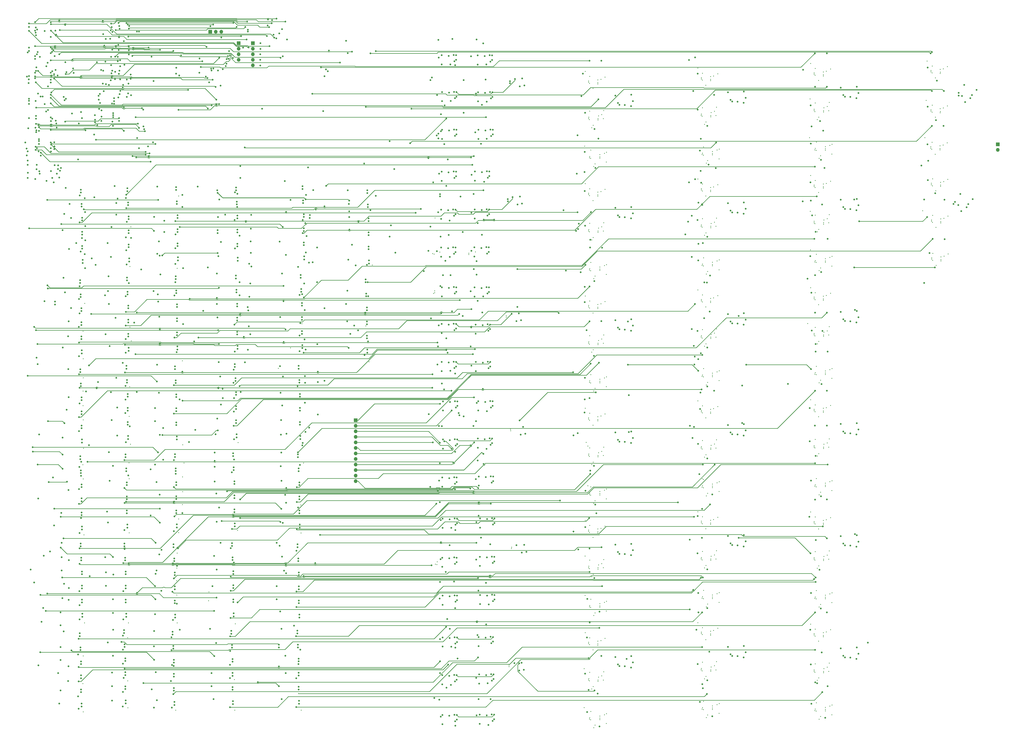
<source format=gbr>
%TF.GenerationSoftware,KiCad,Pcbnew,(6.99.0-3937-g3e53426b6c)*%
%TF.CreationDate,2025-03-10T01:13:01-04:00*%
%TF.ProjectId,AnalogFNN,416e616c-6f67-4464-9e4e-2e6b69636164,rev?*%
%TF.SameCoordinates,Original*%
%TF.FileFunction,Copper,L6,Inr*%
%TF.FilePolarity,Positive*%
%FSLAX46Y46*%
G04 Gerber Fmt 4.6, Leading zero omitted, Abs format (unit mm)*
G04 Created by KiCad (PCBNEW (6.99.0-3937-g3e53426b6c)) date 2025-03-10 01:13:01*
%MOMM*%
%LPD*%
G01*
G04 APERTURE LIST*
%TA.AperFunction,ComponentPad*%
%ADD10R,1.700000X1.700000*%
%TD*%
%TA.AperFunction,ComponentPad*%
%ADD11O,1.700000X1.700000*%
%TD*%
%TA.AperFunction,ViaPad*%
%ADD12C,0.800000*%
%TD*%
%TA.AperFunction,ViaPad*%
%ADD13C,0.400000*%
%TD*%
%TA.AperFunction,Conductor*%
%ADD14C,0.250000*%
%TD*%
%TA.AperFunction,Conductor*%
%ADD15C,0.350200*%
%TD*%
G04 APERTURE END LIST*
D10*
%TO.N,-5V*%
%TO.C,J2*%
X125599999Y-26824999D03*
D11*
%TO.N,GND*%
X125599999Y-29364999D03*
%TO.N,+5V*%
X125599999Y-31904999D03*
%TO.N,GND*%
X125599999Y-34444999D03*
%TO.N,+3V3*%
X125599999Y-36984999D03*
%TD*%
D10*
%TO.N,GND*%
%TO.C,J1*%
X119099999Y-26799999D03*
D11*
%TO.N,/SWCLK*%
X119099999Y-29339999D03*
%TO.N,/SWDIO*%
X119099999Y-31879999D03*
%TO.N,+3V3*%
X119099999Y-34419999D03*
%TD*%
D10*
%TO.N,GND*%
%TO.C,SW1*%
X106074999Y-21499999D03*
D11*
%TO.N,Net-(SW1-B)*%
X108614999Y-21499999D03*
%TO.N,+3V3*%
X111154999Y-21499999D03*
%TD*%
D10*
%TO.N,/L5_OUT1*%
%TO.C,J4*%
X467306099Y-73225199D03*
D11*
%TO.N,/L5_OUT2*%
X467306099Y-75765199D03*
%TD*%
D10*
%TO.N,/L1_IN1*%
%TO.C,J3*%
X172724999Y-199784999D03*
D11*
%TO.N,/L1_IN2*%
X172724999Y-202324999D03*
%TO.N,/L1_IN3*%
X172724999Y-204864999D03*
%TO.N,/L1_IN4*%
X172724999Y-207404999D03*
%TO.N,/L1_IN5*%
X172724999Y-209944999D03*
%TO.N,/L1_IN6*%
X172724999Y-212484999D03*
%TO.N,/L1_IN7*%
X172724999Y-215024999D03*
%TO.N,/L1_IN8*%
X172724999Y-217564999D03*
%TO.N,/L1_IN9*%
X172724999Y-220104999D03*
%TO.N,/L1_IN10*%
X172724999Y-222644999D03*
%TO.N,/L1_IN11*%
X172724999Y-225184999D03*
%TO.N,/L1_IN12*%
X172724999Y-227724999D03*
%TD*%
D12*
%TO.N,GND*%
X116000000Y-304100000D03*
D13*
X388198000Y-127306000D03*
D12*
X177325000Y-136465000D03*
X46650000Y-143200000D03*
X249569000Y-202775000D03*
X178075000Y-95565000D03*
D13*
X387398000Y-315582000D03*
X284756000Y-182550000D03*
D12*
X219028000Y-68600000D03*
D13*
X383574000Y-126506000D03*
D12*
X68050000Y-94650000D03*
X402498000Y-51986700D03*
X46700000Y-224000000D03*
X299156000Y-153450000D03*
X68650000Y-107450000D03*
D13*
X283956000Y-62049700D03*
D12*
X350856000Y-150690000D03*
X218828000Y-157700000D03*
X146600000Y-316850000D03*
D13*
X380098700Y-155400000D03*
X279609000Y-147125000D03*
D12*
X68200000Y-195400000D03*
D13*
X279609000Y-250125000D03*
D12*
X219066000Y-318805000D03*
D13*
X434500000Y-53000000D03*
D12*
X68400000Y-208400000D03*
X68650000Y-167900000D03*
X90800000Y-154300000D03*
X236466000Y-246900000D03*
X89400000Y-323800000D03*
X89200000Y-258000000D03*
X146300000Y-216700000D03*
X118500000Y-120000000D03*
X90425000Y-94135000D03*
X68150000Y-142000000D03*
X147200000Y-188900000D03*
D13*
X329756000Y-89120200D03*
X284756000Y-337050000D03*
D12*
X46800000Y-318100000D03*
D13*
X335656000Y-60549700D03*
D12*
X91000000Y-167300000D03*
X116300000Y-323400000D03*
D13*
X383574000Y-280838000D03*
D12*
X248087000Y-97150000D03*
X47500000Y-127600000D03*
X402498000Y-309207000D03*
X146900000Y-182500000D03*
X116000000Y-257450000D03*
D13*
X283956000Y-268050000D03*
X383574000Y-75062200D03*
D12*
X89800000Y-277300000D03*
X117125000Y-241885000D03*
X90500000Y-229450000D03*
D13*
X381400000Y-121594400D03*
D12*
X250040000Y-256900000D03*
X129100000Y-29400000D03*
D13*
X279665000Y-163775000D03*
X387398000Y-161250000D03*
D12*
X219436000Y-193200000D03*
X326900000Y-157900000D03*
X350756000Y-206785000D03*
D13*
X331309000Y-144365000D03*
X387297000Y-247605000D03*
X284756000Y-131050000D03*
D12*
X178675000Y-121265000D03*
X299156000Y-50450200D03*
X233928000Y-140900000D03*
X218790000Y-87850000D03*
D13*
X381498000Y-36062200D03*
D12*
X47200000Y-210000000D03*
X234463000Y-175125000D03*
D13*
X383574000Y-229394000D03*
X383107000Y-108531000D03*
X436694000Y-39319900D03*
D12*
X236466000Y-282000000D03*
X147100000Y-249000000D03*
D13*
X209000000Y-140437100D03*
D12*
X148650000Y-100100000D03*
X68200000Y-188900000D03*
X118400000Y-160400000D03*
X46200000Y-298800000D03*
X243526000Y-44200000D03*
X350756000Y-308525000D03*
D13*
X208453116Y-141604858D03*
X278056000Y-194250000D03*
D12*
X89400000Y-317400000D03*
X299056000Y-313175000D03*
X219066000Y-228150000D03*
D13*
X383107000Y-211419000D03*
D12*
X67300000Y-276900000D03*
D13*
X440940000Y-58712200D03*
D12*
X234398000Y-157975000D03*
X235528000Y-51400000D03*
D13*
X278056000Y-91250200D03*
D12*
X402498000Y-154875000D03*
X67800000Y-242400000D03*
D13*
X329756000Y-241730000D03*
D12*
X114700000Y-30400000D03*
X117325000Y-248485000D03*
D13*
X335656000Y-314900000D03*
D12*
X116825000Y-222585000D03*
X47200000Y-249900000D03*
X116600000Y-270250000D03*
D13*
X383107000Y-159975000D03*
D12*
X47000000Y-203400000D03*
D13*
X280132000Y-233250000D03*
D12*
X68650000Y-113950000D03*
X147200000Y-201800000D03*
X90800000Y-147800000D03*
X146400000Y-264400000D03*
X101100000Y-33800000D03*
X402498000Y-206319000D03*
X178675000Y-114865000D03*
X447706000Y-99600200D03*
X299056000Y-261675000D03*
D13*
X210057000Y-266000000D03*
X279665000Y-112275000D03*
D12*
X118200000Y-100700000D03*
X350756000Y-155915000D03*
X46900000Y-264000000D03*
D13*
X329756000Y-139990000D03*
X331309000Y-195235000D03*
X335656000Y-213160000D03*
D12*
X68450000Y-154900000D03*
D13*
X387297000Y-299049000D03*
X387297000Y-196161000D03*
D12*
X147400000Y-208400000D03*
D13*
X331309000Y-246105000D03*
X336456000Y-281530000D03*
X224676500Y-123700000D03*
D12*
X46600000Y-257600000D03*
D13*
X383574000Y-332282000D03*
D12*
X233790000Y-122550000D03*
X117125000Y-228985000D03*
X89900000Y-176300000D03*
X46950000Y-162500000D03*
D13*
X329756000Y-190860000D03*
X278000000Y-262100000D03*
D12*
X219371000Y-210675000D03*
X177925000Y-149265000D03*
X219131000Y-337105000D03*
X67300000Y-270400000D03*
X177925000Y-155765000D03*
D13*
X277600000Y-331600000D03*
D12*
X148100000Y-147200000D03*
D13*
X279609000Y-44124900D03*
D12*
X66700000Y-257600000D03*
X146600000Y-176100000D03*
X178875000Y-127865000D03*
D13*
X331832000Y-331600000D03*
D12*
X328137248Y-174175044D03*
D13*
X388198000Y-230194000D03*
D12*
X177625000Y-142865000D03*
D13*
X331832000Y-280730000D03*
X380941078Y-70158922D03*
D12*
X249126000Y-43000000D03*
D13*
X383107000Y-57087000D03*
X279609000Y-301625000D03*
D12*
X235731000Y-301305000D03*
D13*
X436859000Y-91074900D03*
X381274500Y-103900000D03*
D12*
X67200000Y-216700000D03*
X47400000Y-289900000D03*
X47300000Y-108100000D03*
X47300000Y-121000000D03*
X90500000Y-202000000D03*
X116600000Y-283150000D03*
X67300000Y-283300000D03*
X210728000Y-70500000D03*
D13*
X336456000Y-128920000D03*
D12*
X67000000Y-264000000D03*
D13*
X441155000Y-109267000D03*
D12*
X47000000Y-243300000D03*
X218590000Y-122650000D03*
X116500000Y-330000000D03*
X402598000Y-201094000D03*
D13*
X284756000Y-285550000D03*
D12*
X116600000Y-276750000D03*
X46700000Y-95300000D03*
D13*
X434900000Y-35000000D03*
D12*
X117925000Y-194595000D03*
D13*
X335555000Y-196627000D03*
D12*
X146900000Y-236000000D03*
X47000000Y-101700000D03*
X90200000Y-223050000D03*
X218933000Y-140875000D03*
X146600000Y-323250000D03*
X299156000Y-204950000D03*
X47000000Y-190500000D03*
X148100000Y-160100000D03*
D13*
X210196900Y-264695500D03*
X278056000Y-142750000D03*
D12*
X68200000Y-201800000D03*
X146700000Y-270800000D03*
X116300000Y-263850000D03*
D13*
X387398000Y-264138000D03*
D12*
X90500000Y-242350000D03*
X247626000Y-150700000D03*
X118400000Y-147500000D03*
X218590000Y-105250000D03*
X350856000Y-201560000D03*
X218828000Y-34400000D03*
D13*
X336456000Y-78050200D03*
D12*
X46500000Y-305200000D03*
X67100000Y-310150000D03*
X350856000Y-48950200D03*
X67100000Y-323050000D03*
X46400000Y-217600000D03*
X457606000Y-48200200D03*
X402498000Y-103431000D03*
D13*
X280132000Y-78750200D03*
X436594000Y-74319900D03*
X279609000Y-95624900D03*
D12*
X299056000Y-210175000D03*
X47200000Y-270400000D03*
D13*
X432847840Y-103658746D03*
D12*
X116300000Y-317000000D03*
X299056000Y-107175000D03*
X248881000Y-311005000D03*
D13*
X383051000Y-40436900D03*
X335555000Y-298367000D03*
D12*
X90700000Y-248950000D03*
D13*
X283855000Y-148517000D03*
X436694000Y-57319900D03*
X387398000Y-212694000D03*
D12*
X235328000Y-34500000D03*
D13*
X331365000Y-110145000D03*
D12*
X91025000Y-119835000D03*
X68350000Y-101050000D03*
X147500000Y-134400000D03*
D13*
X331365000Y-161015000D03*
D12*
X148950000Y-106500000D03*
D13*
X280132000Y-284750000D03*
X436909000Y-107875000D03*
D12*
X177925000Y-162165000D03*
D13*
X279665000Y-266775000D03*
D12*
X47200000Y-276900000D03*
D13*
X383051000Y-143325000D03*
D12*
X235571000Y-193175000D03*
D13*
X383574000Y-177950000D03*
D12*
X90200000Y-182700000D03*
X149150000Y-126000000D03*
D13*
X383107000Y-314307000D03*
D12*
X299156000Y-256450000D03*
X235663000Y-68625000D03*
X146700000Y-277300000D03*
X46800000Y-324500000D03*
X219266000Y-247000000D03*
D13*
X278056000Y-297250000D03*
D12*
X46350000Y-136800000D03*
D13*
X387297000Y-41829200D03*
X331309000Y-42624900D03*
D12*
X68450000Y-161300000D03*
X146600000Y-310350000D03*
X118500000Y-107100000D03*
D13*
X335656000Y-111420000D03*
D12*
X118700000Y-126600000D03*
X109600000Y-39300000D03*
D13*
X283855000Y-251517000D03*
D12*
X117125000Y-235485000D03*
X146900000Y-242400000D03*
X148300000Y-166700000D03*
X350856000Y-303300000D03*
X236366000Y-264500000D03*
X47150000Y-169100000D03*
D13*
X279665000Y-60775000D03*
D12*
X146600000Y-223100000D03*
X68650000Y-120350000D03*
D13*
X284756000Y-79550200D03*
D12*
X66800000Y-303750000D03*
D13*
X331365000Y-59275000D03*
X244266000Y-258000000D03*
D12*
X402498000Y-257763000D03*
X116525000Y-216185000D03*
X235871000Y-227675000D03*
X67300000Y-329650000D03*
D13*
X437009000Y-125275000D03*
D12*
X350856000Y-252430000D03*
D13*
X227714500Y-122575500D03*
D12*
X146900000Y-229500000D03*
X178675000Y-108365000D03*
X178125000Y-168765000D03*
X148950000Y-113000000D03*
D13*
X280132000Y-181750000D03*
D12*
X402598000Y-149650000D03*
X118100000Y-141100000D03*
X148350000Y-93700000D03*
X67500000Y-289900000D03*
X47200000Y-283300000D03*
X147200000Y-195400000D03*
X146800000Y-329850000D03*
X90200000Y-135000000D03*
X89400000Y-310900000D03*
X117800000Y-134700000D03*
X68850000Y-126950000D03*
X90500000Y-195600000D03*
X67600000Y-176100000D03*
X67900000Y-182500000D03*
D13*
X335555000Y-44017200D03*
X383051000Y-246213000D03*
D12*
X66500000Y-297350000D03*
X402598000Y-46762200D03*
X106100000Y-19000000D03*
D13*
X387398000Y-58361700D03*
X329756000Y-292600000D03*
D12*
X116300000Y-310500000D03*
D13*
X243839000Y-203921000D03*
D12*
X218828000Y-175100000D03*
X146900000Y-290300000D03*
X219231000Y-301505000D03*
D13*
X283956000Y-165050000D03*
X277600000Y-313700000D03*
X211379500Y-122650500D03*
D12*
X47000000Y-197000000D03*
D13*
X381498000Y-293282000D03*
X280132000Y-130250000D03*
D12*
X117625000Y-181695000D03*
D13*
X331832000Y-128120000D03*
X335555000Y-247497000D03*
D12*
X146100000Y-258000000D03*
D13*
X209180803Y-106933075D03*
X336456000Y-332400000D03*
D12*
X146700000Y-283700000D03*
X90700000Y-208600000D03*
X90725000Y-100535000D03*
X327240400Y-207900000D03*
X350756000Y-257655000D03*
X118500000Y-113600000D03*
D13*
X278056000Y-245750000D03*
X381498000Y-87506200D03*
X283855000Y-97017200D03*
D12*
X89800000Y-270800000D03*
D13*
X331832000Y-178990000D03*
X383051000Y-297657000D03*
D12*
X67500000Y-223100000D03*
X235371000Y-210275000D03*
X146000000Y-297550000D03*
D13*
X329756000Y-38250200D03*
D12*
X46950000Y-149600000D03*
D13*
X241825000Y-151825000D03*
D12*
X67100000Y-316650000D03*
D13*
X284756000Y-234050000D03*
X335656000Y-264030000D03*
D12*
X402598000Y-252538000D03*
X90800000Y-160700000D03*
D13*
X335555000Y-94887200D03*
X331309000Y-93494900D03*
X383107000Y-262863000D03*
D12*
X178375000Y-101965000D03*
D13*
X331762178Y-226562178D03*
D12*
X455806000Y-98300200D03*
X47000000Y-331100000D03*
D13*
X336456000Y-230660000D03*
X387297000Y-93273200D03*
D12*
X350756000Y-54174700D03*
D13*
X383051000Y-91880900D03*
D12*
X89500000Y-264400000D03*
X118125000Y-207595000D03*
X68450000Y-148400000D03*
D13*
X388198000Y-281638000D03*
D12*
X148950000Y-119400000D03*
X129000000Y-34400000D03*
D13*
X433901300Y-70100000D03*
D12*
X91025000Y-106935000D03*
X402598000Y-98206200D03*
X236001000Y-318480000D03*
X68000000Y-249000000D03*
X117900000Y-94300000D03*
X46400000Y-177700000D03*
X117925000Y-200995000D03*
D13*
X383051000Y-194769000D03*
D12*
X90500000Y-189100000D03*
D13*
X388198000Y-333082000D03*
X388198000Y-75862200D03*
X387297000Y-144717000D03*
D12*
X326917692Y-105913388D03*
X47300000Y-114600000D03*
X117925000Y-188095000D03*
X89600000Y-330400000D03*
X146300000Y-303950000D03*
X90500000Y-141400000D03*
D13*
X278056000Y-39750200D03*
X331365000Y-262755000D03*
X381498000Y-241838000D03*
X331365000Y-211885000D03*
X283855000Y-45517200D03*
X331309000Y-296975000D03*
D12*
X147800000Y-140800000D03*
X219266000Y-282300000D03*
X275103010Y-109582555D03*
D13*
X335555000Y-145757000D03*
D12*
X47000000Y-230400000D03*
D13*
X336456000Y-179790000D03*
D12*
X47000000Y-236900000D03*
X67800000Y-229500000D03*
X210728000Y-68300000D03*
X91025000Y-113435000D03*
X326904592Y-124825820D03*
D13*
X280132000Y-336250000D03*
X381498000Y-138950000D03*
D12*
X350856000Y-99820200D03*
D13*
X381200000Y-52400000D03*
X441255000Y-126667000D03*
D12*
X299156000Y-307950000D03*
X89900000Y-216650000D03*
D13*
X440940000Y-40712200D03*
X279665000Y-215275000D03*
D12*
X116800000Y-289750000D03*
X90000000Y-290300000D03*
D13*
X283855000Y-303017000D03*
D12*
X236296000Y-336930000D03*
D13*
X283855000Y-200017000D03*
D12*
X219028000Y-51300000D03*
D13*
X283956000Y-319550000D03*
D12*
X91225000Y-126435000D03*
X118400000Y-154000000D03*
D13*
X283956000Y-216550000D03*
D12*
X115700000Y-297700000D03*
X46800000Y-311600000D03*
D13*
X388198000Y-178750000D03*
X278000000Y-280100000D03*
D12*
X46950000Y-156100000D03*
X299156000Y-101950000D03*
X88800000Y-298100000D03*
D13*
X331832000Y-77250200D03*
X243131000Y-312105000D03*
X331832000Y-229860000D03*
D12*
X233990000Y-105150000D03*
D13*
X441105000Y-92467200D03*
X279295200Y-229800000D03*
D12*
X219066000Y-264900000D03*
X89800000Y-283700000D03*
D13*
X279665000Y-318275000D03*
D12*
X148100000Y-153700000D03*
X67850000Y-135600000D03*
D13*
X440840000Y-75712200D03*
D12*
X90500000Y-235950000D03*
X299056000Y-55674700D03*
X118600000Y-167000000D03*
D13*
X331365000Y-313625000D03*
D12*
X117325000Y-175295000D03*
X299056000Y-158675000D03*
X449406000Y-49600200D03*
X46700000Y-184100000D03*
X402598000Y-303982000D03*
X350756000Y-105045000D03*
D13*
X208715000Y-123600000D03*
X335656000Y-162290000D03*
D12*
X89100000Y-304500000D03*
X453772000Y-100655000D03*
X455507000Y-50600200D03*
X234090000Y-87750000D03*
X242491000Y-98347500D03*
D13*
X277856000Y-74050200D03*
X283956000Y-113550000D03*
X279609000Y-198625000D03*
X381498000Y-190394000D03*
D12*
X67800000Y-236000000D03*
D13*
X387398000Y-109806000D03*
X279295200Y-211600000D03*
D12*
%TO.N,+3V3*%
X116500000Y-33600000D03*
X129000000Y-37000000D03*
X111100000Y-24200000D03*
%TO.N,Net-(U27B-+)*%
X291856000Y-50850200D03*
X293756000Y-55050200D03*
%TO.N,Net-(C20-Pad2)*%
X299956000Y-53350200D03*
X296245000Y-55150200D03*
%TO.N,Net-(U44B-+)*%
X291856000Y-256850000D03*
X293756000Y-261050000D03*
%TO.N,Net-(U31B-+)*%
X293756000Y-106550000D03*
X291856000Y-102350000D03*
%TO.N,Net-(C23-Pad2)*%
X296245000Y-106650000D03*
X299956000Y-104850000D03*
%TO.N,Net-(U36B-+)*%
X291856000Y-153850000D03*
X293756000Y-158050000D03*
%TO.N,Net-(C26-Pad2)*%
X299956000Y-156350000D03*
X296245000Y-158150000D03*
%TO.N,Net-(U63B-+)*%
X345456000Y-206160000D03*
X343556000Y-201960000D03*
%TO.N,Net-(U40B-+)*%
X293756000Y-209550000D03*
X291856000Y-205350000D03*
%TO.N,Net-(C29-Pad2)*%
X299956000Y-207850000D03*
X296245000Y-209650000D03*
%TO.N,Net-(C32-Pad2)*%
X296245000Y-261150000D03*
X299956000Y-259350000D03*
%TO.N,Net-(U48B-+)*%
X293756000Y-312550000D03*
X291856000Y-308350000D03*
%TO.N,Net-(C35-Pad2)*%
X296245000Y-312650000D03*
X299956000Y-310850000D03*
%TO.N,Net-(U51B-+)*%
X345456000Y-53550200D03*
X343556000Y-49350200D03*
%TO.N,Net-(C38-Pad2)*%
X347945000Y-53650200D03*
X351656000Y-51850200D03*
%TO.N,Net-(U55B-+)*%
X343556000Y-100220000D03*
X345456000Y-104420000D03*
%TO.N,Net-(C41-Pad2)*%
X347945000Y-104520000D03*
X351656000Y-102720000D03*
%TO.N,Net-(U59B-+)*%
X343556000Y-151090000D03*
X345456000Y-155290000D03*
%TO.N,Net-(C44-Pad2)*%
X351656000Y-153590000D03*
X347945000Y-155390000D03*
%TO.N,Net-(C47-Pad2)*%
X351656000Y-204460000D03*
X347945000Y-206260000D03*
%TO.N,Net-(U67B-+)*%
X343556000Y-252830000D03*
X345456000Y-257030000D03*
%TO.N,Net-(C50-Pad2)*%
X351656000Y-255330000D03*
X347945000Y-257130000D03*
%TO.N,Net-(U71B-+)*%
X343556000Y-303700000D03*
X345456000Y-307900000D03*
%TO.N,Net-(C53-Pad2)*%
X347945000Y-308000000D03*
X351656000Y-306200000D03*
%TO.N,Net-(U75B-+)*%
X395298000Y-47162200D03*
X397198000Y-51362200D03*
%TO.N,Net-(C56-Pad2)*%
X403398000Y-49662200D03*
X399687000Y-51462200D03*
%TO.N,Net-(U79B-+)*%
X395298000Y-98606200D03*
X397198000Y-102806000D03*
%TO.N,Net-(C59-Pad2)*%
X399687000Y-102906000D03*
X403398000Y-101106000D03*
%TO.N,Net-(U83B-+)*%
X395298000Y-150050000D03*
X397198000Y-154250000D03*
%TO.N,Net-(C62-Pad2)*%
X399687000Y-154350000D03*
X403398000Y-152550000D03*
%TO.N,Net-(U87B-+)*%
X397198000Y-205694000D03*
X395298000Y-201494000D03*
%TO.N,Net-(C65-Pad2)*%
X399687000Y-205794000D03*
X403398000Y-203994000D03*
%TO.N,Net-(U91B-+)*%
X397198000Y-257138000D03*
X395298000Y-252938000D03*
%TO.N,Net-(C68-Pad2)*%
X403398000Y-255438000D03*
X399687000Y-257238000D03*
%TO.N,Net-(U95B-+)*%
X395298000Y-304382000D03*
X397198000Y-308582000D03*
%TO.N,Net-(C71-Pad2)*%
X403398000Y-306882000D03*
X399687000Y-308682000D03*
%TO.N,Net-(C3002-Pad2)*%
X249087000Y-100350000D03*
X246987000Y-100750000D03*
%TO.N,Net-(U13001B-+)*%
X451906000Y-45900200D03*
X450906000Y-51000200D03*
%TO.N,Net-(U13001C--)*%
X452306000Y-53800200D03*
X454706000Y-52000200D03*
%TO.N,Net-(U17001B-+)*%
X449171000Y-101055000D03*
X450171000Y-95955200D03*
%TO.N,Net-(U17001C--)*%
X450571000Y-103855000D03*
X452971000Y-102055000D03*
%TO.N,Net-(C23002-Pad2)*%
X248026000Y-46600000D03*
X250126000Y-46200000D03*
%TO.N,Net-(C33002-Pad2)*%
X246526000Y-154300000D03*
X248626000Y-153900000D03*
%TO.N,Net-(C131002-Pad2)*%
X248469000Y-206375000D03*
X250569000Y-205975000D03*
%TO.N,Net-(C139002-Pad2)*%
X248940000Y-260500000D03*
X251040000Y-260100000D03*
%TO.N,Net-(C148002-Pad2)*%
X249881000Y-314205000D03*
X247781000Y-314605000D03*
%TO.N,Net-(Q2001A-S1)*%
X211990000Y-103150000D03*
X211990000Y-107350000D03*
%TO.N,/InNeuron_1/OUT*%
X278103700Y-248747400D03*
X277792400Y-196203100D03*
X278832500Y-299409900D03*
X276983900Y-40798000D03*
X277835500Y-145602200D03*
X277835500Y-94580500D03*
%TO.N,/InNeuron_3/OUT*%
X278203300Y-232069900D03*
X279058500Y-281744100D03*
X278181200Y-128454700D03*
X246956900Y-130447300D03*
X246956900Y-147775000D03*
X278936100Y-333620000D03*
X277870600Y-76647100D03*
X277885500Y-180262300D03*
%TO.N,/Neuron6_1/OUT*%
X331279500Y-90789700D03*
X329641800Y-243737500D03*
X330768200Y-194608700D03*
X329026200Y-295833100D03*
X329608800Y-40780300D03*
%TO.N,/Neuron6_10/IN3*%
X329900500Y-177100600D03*
X330636100Y-76064700D03*
X297635200Y-154478300D03*
X329888600Y-126462100D03*
X297635200Y-174284500D03*
X330405300Y-224457300D03*
X330636100Y-328986000D03*
X329898100Y-278988300D03*
%TO.N,/Neuron6_10/IN4*%
X336347500Y-233822500D03*
X334058300Y-184238700D03*
X298053400Y-188232700D03*
X336347500Y-335562500D03*
X334625600Y-82483600D03*
X298053400Y-205198400D03*
X335361500Y-133348200D03*
X334058300Y-285978700D03*
%TO.N,/Neuron6_10/IN5*%
X329825800Y-210622400D03*
X329673100Y-57288300D03*
X329591800Y-158772700D03*
X329558800Y-107907500D03*
X329558800Y-260765200D03*
X329689100Y-311643600D03*
%TO.N,/Neuron6_10/IN6*%
X334036100Y-217292600D03*
X334036100Y-319052000D03*
X334036100Y-166416000D03*
X297062800Y-309242400D03*
X334073000Y-64694600D03*
X334036100Y-268181400D03*
X334036100Y-115579200D03*
%TO.N,/Neuron6_13/IN1*%
X381805600Y-141241400D03*
X377993400Y-38962200D03*
X380843900Y-244025500D03*
X381061900Y-194210500D03*
X381403200Y-90595300D03*
X381281400Y-295833100D03*
%TO.N,/Neuron6_13/IN3*%
X381621500Y-279042300D03*
X351894000Y-174284500D03*
X381627800Y-176277100D03*
X348448600Y-151955400D03*
X381314000Y-124469500D03*
X381550300Y-72806300D03*
X381811000Y-329814900D03*
X381663700Y-227416500D03*
%TO.N,/Neuron6_10/OUT*%
X350074000Y-201023400D03*
X386219500Y-234613900D03*
X386155600Y-286113100D03*
X386283400Y-131762700D03*
X386192700Y-80323200D03*
X350074000Y-183822400D03*
X388141900Y-336231700D03*
X386431200Y-183184900D03*
%TO.N,/Neuron6_11/OUT*%
X381403600Y-260819200D03*
X382178300Y-105763200D03*
X381987700Y-158656000D03*
X348448600Y-253712700D03*
X381572900Y-311773900D03*
X381425100Y-55312300D03*
X381061900Y-209399800D03*
%TO.N,/Neuron6_12/OUT*%
X383788000Y-113295800D03*
X383789100Y-216140900D03*
X383580200Y-319981400D03*
X383763500Y-164778400D03*
X385778300Y-62525100D03*
X385550100Y-268373000D03*
%TO.N,/Neuron6_13/OUT*%
X436022900Y-123031900D03*
X435186100Y-37962600D03*
%TO.N,/Neuron6_14/OUT*%
X439368400Y-43934600D03*
X401448700Y-98462800D03*
X438419800Y-129667900D03*
X401448700Y-129667900D03*
%TO.N,/Neuron6_15/OUT*%
X401816000Y-149119900D03*
X403740700Y-108528700D03*
X435094900Y-73170500D03*
X434850800Y-106536100D03*
%TO.N,/Neuron6_17/OUT*%
X435144900Y-55910200D03*
X435227400Y-89635800D03*
X401816000Y-252018700D03*
%TO.N,/Neuron6_18/OUT*%
X438944400Y-62084000D03*
X407728900Y-301810900D03*
X438634100Y-95580100D03*
%TO.N,/InNeuron_4/OUT*%
X282250500Y-135939200D03*
X284574200Y-287595700D03*
X282656500Y-238475400D03*
X282733500Y-84018900D03*
X282889500Y-187003100D03*
X247943600Y-199889000D03*
X284574200Y-340247100D03*
%TO.N,/InNeuron_5/OUT*%
X277974600Y-58713700D03*
D13*
X278549500Y-209947500D03*
D12*
X277997800Y-110521300D03*
X278644600Y-158435100D03*
X274831300Y-259036200D03*
X278000400Y-315974000D03*
%TO.N,/InNeuron_6/OUT*%
X282336100Y-66193900D03*
X247817400Y-311266300D03*
X282053500Y-220667800D03*
X282249400Y-272177000D03*
X282100600Y-170176200D03*
X282336100Y-323679800D03*
X280352600Y-116971000D03*
D13*
%TO.N,-5V*%
X387306000Y-41229800D03*
X335564000Y-43417800D03*
X387306000Y-195562000D03*
D12*
X233353000Y-88475700D03*
D13*
X440949000Y-58112800D03*
D12*
X235134000Y-228401000D03*
D13*
X284762000Y-284905000D03*
X335564000Y-94287800D03*
X335564000Y-145158000D03*
X283864000Y-147918000D03*
X284762000Y-78904600D03*
D12*
X218091000Y-35125700D03*
X233253000Y-105876000D03*
X218329000Y-319531000D03*
D13*
X387398000Y-212094000D03*
D12*
X235559000Y-337656000D03*
X218634000Y-211401000D03*
X234591000Y-35225700D03*
X218494000Y-302231000D03*
D13*
X441114000Y-91867800D03*
X283956000Y-164450000D03*
D12*
X235729000Y-282726000D03*
D13*
X388204000Y-280993000D03*
X336462000Y-179145000D03*
X388204000Y-332437000D03*
X387306000Y-298450000D03*
X336462000Y-77404600D03*
X388204000Y-178105000D03*
X441264000Y-126068000D03*
D12*
X234834000Y-193901000D03*
X233726000Y-175851000D03*
D13*
X335656000Y-263430000D03*
X283956000Y-267450000D03*
D12*
X234994000Y-302031000D03*
D13*
X387398000Y-314982000D03*
X283956000Y-112950000D03*
D12*
X234791000Y-52125700D03*
D13*
X441164000Y-108668000D03*
X283864000Y-250918000D03*
X387306000Y-144118000D03*
X336462000Y-331755000D03*
D12*
X129100000Y-26800000D03*
X218394000Y-337831000D03*
D13*
X283956000Y-215950000D03*
X284762000Y-181905000D03*
D12*
X218091000Y-158426000D03*
X218053000Y-88575700D03*
D13*
X335656000Y-314300000D03*
X387398000Y-57762200D03*
X387398000Y-263538000D03*
D12*
X218699000Y-193926000D03*
D13*
X388204000Y-126661000D03*
D12*
X233191000Y-141626000D03*
D13*
X336462000Y-280885000D03*
D12*
X218291000Y-52025700D03*
X218329000Y-265626000D03*
D13*
X284762000Y-130405000D03*
X283864000Y-302418000D03*
X284762000Y-233405000D03*
X283956000Y-318950000D03*
D12*
X218291000Y-69325700D03*
X217853000Y-123376000D03*
X234926000Y-69350700D03*
X233661000Y-158701000D03*
D13*
X335656000Y-59950200D03*
X335656000Y-161690000D03*
D12*
X217853000Y-105976000D03*
D13*
X336462000Y-230015000D03*
D12*
X218529000Y-247726000D03*
D13*
X284762000Y-336405000D03*
X440849000Y-75112800D03*
X335564000Y-297768000D03*
X283864000Y-44917800D03*
X335564000Y-196028000D03*
X387398000Y-160650000D03*
X387306000Y-247006000D03*
X440949000Y-40112800D03*
X387398000Y-109206000D03*
D12*
X235264000Y-319206000D03*
X218196000Y-141601000D03*
X218091000Y-175826000D03*
D13*
X283864000Y-199418000D03*
D12*
X218329000Y-228876000D03*
X235629000Y-265226000D03*
X235729000Y-247626000D03*
D13*
X283864000Y-96417800D03*
X388204000Y-229549000D03*
X283956000Y-61450200D03*
X335656000Y-110820000D03*
X335656000Y-212560000D03*
X388204000Y-75216600D03*
X387306000Y-92673800D03*
D12*
X218529000Y-283026000D03*
D13*
X336462000Y-128275000D03*
D12*
X233053000Y-123276000D03*
X234634000Y-211001000D03*
D13*
X335564000Y-246898000D03*
D12*
%TO.N,+5V*%
X90700000Y-247550000D03*
X117900000Y-93000000D03*
D13*
X331296000Y-314221000D03*
D12*
X67300000Y-328250000D03*
X147100000Y-247600000D03*
X146600000Y-221900000D03*
X149100000Y-137000000D03*
X396490000Y-50553400D03*
X118125000Y-206195000D03*
X150000000Y-96400000D03*
X46950000Y-148400000D03*
D13*
X279596000Y-61370600D03*
X147800000Y-332756800D03*
X147700000Y-251500000D03*
D12*
X46500000Y-304000000D03*
D13*
X69221300Y-157016600D03*
D12*
X118200000Y-99500000D03*
D13*
X48000000Y-212668400D03*
D12*
X47300000Y-106900000D03*
X46350000Y-135500000D03*
D13*
X178882778Y-172882778D03*
D12*
X124800000Y-105500000D03*
X117325000Y-173995000D03*
X90500000Y-187900000D03*
D13*
X383039000Y-109127000D03*
D12*
X344747000Y-154481000D03*
X116300000Y-315700000D03*
X147500000Y-133100000D03*
X47000000Y-100500000D03*
X48500000Y-123600000D03*
D13*
X436708000Y-57931100D03*
D12*
X177625000Y-141665000D03*
X177925000Y-160965000D03*
D13*
X383039000Y-314903000D03*
D12*
X177925000Y-148065000D03*
X117125000Y-234185000D03*
D13*
X241827000Y-152495000D03*
D12*
X146300000Y-302750000D03*
X147800000Y-139600000D03*
X146900000Y-241200000D03*
X90800000Y-153000000D03*
D13*
X331703000Y-77879100D03*
D12*
X116300000Y-262650000D03*
D13*
X208100000Y-123300000D03*
D12*
X48600000Y-130000000D03*
X89400000Y-322600000D03*
X178125000Y-167365000D03*
D13*
X93316468Y-225744928D03*
D12*
X148100000Y-152400000D03*
X89600000Y-329000000D03*
D13*
X331296000Y-110741000D03*
D12*
X67200000Y-215400000D03*
D13*
X383445000Y-75691100D03*
D12*
X90500000Y-194300000D03*
D13*
X91600000Y-96923700D03*
D12*
X90500000Y-241150000D03*
D13*
X437023000Y-125886000D03*
D12*
X67850000Y-134300000D03*
X46650000Y-142000000D03*
D13*
X68500000Y-292722700D03*
D12*
X118700000Y-125200000D03*
D13*
X331296000Y-212481000D03*
D12*
X117325000Y-247085000D03*
D13*
X47800000Y-226700000D03*
D12*
X147400000Y-207000000D03*
X293047000Y-260241000D03*
X47300000Y-119800000D03*
X90500000Y-228250000D03*
D13*
X383065000Y-41048100D03*
D12*
X396490000Y-256329000D03*
D13*
X94047546Y-219417261D03*
D12*
X89800000Y-269600000D03*
X90200000Y-133700000D03*
X117800000Y-133400000D03*
X68450000Y-153600000D03*
X118500000Y-105900000D03*
X47000000Y-195700000D03*
D13*
X279623000Y-250736000D03*
X148100000Y-155510900D03*
D12*
X89500000Y-263200000D03*
X68000000Y-247600000D03*
D13*
X383065000Y-298268000D03*
D12*
X124400000Y-137000000D03*
X344747000Y-256221000D03*
D13*
X279596000Y-112871000D03*
D12*
X146400000Y-263200000D03*
X123700000Y-156700000D03*
X66800000Y-302550000D03*
X116800000Y-288350000D03*
X242600000Y-99341000D03*
D13*
X90900000Y-292700000D03*
D12*
X146900000Y-181300000D03*
X147200000Y-200600000D03*
D13*
X436873000Y-91686100D03*
X177462256Y-156456460D03*
X91531700Y-251352900D03*
X48508278Y-146208278D03*
D12*
X148950000Y-105300000D03*
X67600000Y-174800000D03*
D13*
X47800000Y-180300000D03*
D12*
X209928000Y-69100000D03*
X124700000Y-111900000D03*
D13*
X47800000Y-333500000D03*
D12*
X89900000Y-175000000D03*
D13*
X279623000Y-44736100D03*
D12*
X66700000Y-256300000D03*
D13*
X68300000Y-331707800D03*
X279623000Y-96236100D03*
X147641872Y-238641872D03*
D12*
X149800000Y-167300000D03*
D13*
X47800000Y-307900000D03*
X331703000Y-281359000D03*
D12*
X89100000Y-303300000D03*
X89400000Y-309700000D03*
X91025000Y-105735000D03*
D13*
X331296000Y-59870600D03*
X93433600Y-211000000D03*
D12*
X48700000Y-117200000D03*
D13*
X209374688Y-265839364D03*
D12*
X68650000Y-106250000D03*
X68150000Y-140800000D03*
X148650000Y-98900000D03*
X48500000Y-97900000D03*
X344747000Y-103611000D03*
D13*
X148857664Y-219377564D03*
D12*
X118400000Y-146300000D03*
X446976000Y-100510000D03*
X178875000Y-126465000D03*
X293047000Y-54241400D03*
X146300000Y-215400000D03*
X149600000Y-182606400D03*
D13*
X331703000Y-179619000D03*
D12*
X46400000Y-216300000D03*
X46800000Y-310400000D03*
X118400000Y-159200000D03*
D13*
X279596000Y-164371000D03*
D12*
X178675000Y-113565000D03*
X46900000Y-262800000D03*
X47150000Y-167700000D03*
X68200000Y-194100000D03*
X150200000Y-115300000D03*
X90425000Y-92835000D03*
D13*
X117300000Y-332756800D03*
X331323000Y-94106100D03*
D12*
X67800000Y-234700000D03*
D13*
X47700000Y-193100000D03*
D12*
X396490000Y-204885000D03*
D13*
X383065000Y-195380000D03*
D12*
X90500000Y-200800000D03*
X68650000Y-166500000D03*
D13*
X69612178Y-110992478D03*
D12*
X149400000Y-149200000D03*
X117125000Y-240685000D03*
X146600000Y-322050000D03*
X118600000Y-165600000D03*
X47200000Y-275600000D03*
X47000000Y-229200000D03*
X396490000Y-307773000D03*
D13*
X209021590Y-141237090D03*
X280003000Y-285379000D03*
D12*
X147200000Y-194100000D03*
X47000000Y-329700000D03*
X90000000Y-288900000D03*
D13*
X69221300Y-129200000D03*
X383039000Y-212015000D03*
D12*
X89400000Y-316100000D03*
X146600000Y-174800000D03*
D13*
X93248402Y-238435257D03*
D12*
X47000000Y-242100000D03*
D13*
X331323000Y-43236100D03*
D12*
X89900000Y-215350000D03*
X146700000Y-269600000D03*
D13*
X68800000Y-219359500D03*
X383065000Y-143936000D03*
D12*
X88800000Y-296800000D03*
X46950000Y-154800000D03*
X47200000Y-248500000D03*
X47200000Y-208600000D03*
D13*
X68200000Y-319300000D03*
D12*
X147200000Y-187700000D03*
X116000000Y-302900000D03*
X146900000Y-234700000D03*
D13*
X47649372Y-220149372D03*
D12*
X148950000Y-111700000D03*
D13*
X68900000Y-226600000D03*
D12*
X116600000Y-281950000D03*
X117925000Y-199795000D03*
X67800000Y-228300000D03*
X67100000Y-321850000D03*
X68850000Y-125550000D03*
X118500000Y-95900000D03*
X148200000Y-141900000D03*
X116500000Y-328600000D03*
X148100000Y-158900000D03*
D13*
X383065000Y-92492100D03*
D12*
X151700000Y-107000000D03*
X48700000Y-110700000D03*
X67100000Y-315350000D03*
D13*
X48100000Y-252300000D03*
D12*
X66500000Y-296050000D03*
X116300000Y-309300000D03*
D13*
X244243000Y-258647000D03*
D12*
X90500000Y-234650000D03*
D13*
X47600000Y-320600000D03*
X331296000Y-263351000D03*
D12*
X146900000Y-288900000D03*
D13*
X383039000Y-57682600D03*
D12*
X146700000Y-276000000D03*
D13*
X280003000Y-79379100D03*
D12*
X124000000Y-143100000D03*
X293047000Y-105741000D03*
X117925000Y-193295000D03*
X116600000Y-275450000D03*
D13*
X436608000Y-74931100D03*
D12*
X67800000Y-241200000D03*
D13*
X48400000Y-292722700D03*
D12*
X148950000Y-118200000D03*
X146800000Y-328450000D03*
X67500000Y-221900000D03*
X67100000Y-308950000D03*
X91000000Y-165900000D03*
X178075000Y-94265000D03*
D13*
X180382218Y-128532818D03*
X280003000Y-233879000D03*
D12*
X396490000Y-153441000D03*
X146000000Y-296250000D03*
X67500000Y-288500000D03*
X123500000Y-149400000D03*
X68650000Y-112650000D03*
X46800000Y-323300000D03*
X117925000Y-186895000D03*
X115700000Y-296400000D03*
X46400000Y-176400000D03*
X153000000Y-127300000D03*
D13*
X280003000Y-182379000D03*
X117100000Y-318700000D03*
D12*
X47300000Y-113300000D03*
D13*
X90700000Y-279900000D03*
D12*
X146100000Y-256700000D03*
X90700000Y-207200000D03*
D13*
X243862000Y-204557000D03*
D12*
X149300000Y-162700000D03*
X68050000Y-93350000D03*
X151800000Y-105600000D03*
X46700000Y-222800000D03*
X46950000Y-161300000D03*
D13*
X118801500Y-210000000D03*
X331703000Y-128749000D03*
X47800000Y-171563200D03*
D12*
X116825000Y-221385000D03*
D13*
X47800000Y-199600000D03*
X93447820Y-232493872D03*
D12*
X47000000Y-235600000D03*
D13*
X331323000Y-297586000D03*
D12*
X89200000Y-256700000D03*
D13*
X68200000Y-299510500D03*
D12*
X178675000Y-107165000D03*
D13*
X68900000Y-251400000D03*
X383065000Y-246824000D03*
X93286176Y-172527284D03*
D12*
X90200000Y-181500000D03*
D13*
X69100000Y-184321800D03*
X90900000Y-260700000D03*
D12*
X243526000Y-45199500D03*
D13*
X69800000Y-163372900D03*
X280003000Y-336879000D03*
D12*
X46700000Y-94000000D03*
X91025000Y-112135000D03*
X67300000Y-282100000D03*
X47200000Y-282100000D03*
D13*
X279623000Y-199236000D03*
X280003000Y-130879000D03*
D12*
X116525000Y-214885000D03*
D13*
X383039000Y-160571000D03*
D12*
X146900000Y-228300000D03*
X396490000Y-101997000D03*
D13*
X279596000Y-318871000D03*
D12*
X68450000Y-160100000D03*
X178375000Y-100765000D03*
X91225000Y-125035000D03*
D13*
X90653222Y-273353222D03*
D12*
X67000000Y-262800000D03*
X68200000Y-187700000D03*
X117625000Y-180495000D03*
D13*
X383445000Y-281467000D03*
D12*
X89800000Y-276000000D03*
X90800000Y-146600000D03*
D13*
X436923000Y-108486000D03*
X118600000Y-250303900D03*
D12*
X177925000Y-154465000D03*
D13*
X90700000Y-267600000D03*
X383445000Y-230023000D03*
D12*
X124600000Y-117700000D03*
X47400000Y-288500000D03*
D13*
X68900000Y-198000000D03*
D12*
X68650000Y-119150000D03*
X149150000Y-124600000D03*
X117125000Y-227785000D03*
X67900000Y-181300000D03*
X47000000Y-189300000D03*
D13*
X331323000Y-144976000D03*
D12*
X344747000Y-307091000D03*
D13*
X47700000Y-186400000D03*
D12*
X149900000Y-122800000D03*
X46200000Y-297500000D03*
D13*
X383445000Y-332911000D03*
X69500000Y-210800000D03*
D12*
X89800000Y-282500000D03*
X148100000Y-146000000D03*
X47200000Y-269200000D03*
X148350000Y-92400000D03*
X67300000Y-269200000D03*
X146600000Y-309150000D03*
X118400000Y-152700000D03*
D13*
X243093000Y-312776000D03*
X224676500Y-123100000D03*
D12*
X46800000Y-316800000D03*
X68200000Y-200600000D03*
X91025000Y-118635000D03*
D13*
X383039000Y-263459000D03*
D12*
X148300000Y-211300000D03*
X90800000Y-159500000D03*
X149700000Y-205100000D03*
X47000000Y-202200000D03*
X177325000Y-135165000D03*
X118100000Y-139900000D03*
D13*
X279596000Y-267371000D03*
D12*
X293047000Y-311741000D03*
D13*
X90900000Y-130082200D03*
X91531700Y-245100000D03*
D12*
X46700000Y-182900000D03*
D13*
X383445000Y-178579000D03*
X436708000Y-39931100D03*
D12*
X116600000Y-269050000D03*
X90500000Y-140200000D03*
X47500000Y-126200000D03*
X124433549Y-160266451D03*
D13*
X331296000Y-161611000D03*
X331703000Y-230489000D03*
X117600000Y-293121400D03*
D12*
X118500000Y-118800000D03*
X178675000Y-120065000D03*
X68400000Y-207000000D03*
D13*
X90200000Y-332800000D03*
D12*
X67300000Y-275600000D03*
X124700000Y-123000000D03*
X344747000Y-205351000D03*
X118500000Y-112300000D03*
X449406000Y-50800200D03*
X148300000Y-165300000D03*
X116300000Y-322200000D03*
X123300000Y-167400000D03*
D13*
X331323000Y-195846000D03*
X331703000Y-332229000D03*
D12*
X68450000Y-147200000D03*
X293047000Y-157241000D03*
X46600000Y-256300000D03*
X149500000Y-179500000D03*
X90200000Y-221850000D03*
X293047000Y-208741000D03*
X116000000Y-256150000D03*
X344747000Y-52741400D03*
D13*
X383445000Y-127135000D03*
X279596000Y-215871000D03*
D12*
X146600000Y-315550000D03*
X146700000Y-282500000D03*
X90725000Y-99335000D03*
D13*
X279623000Y-147736000D03*
X331323000Y-246716000D03*
X47700000Y-158955100D03*
D12*
X48600000Y-104300000D03*
D13*
X279623000Y-302236000D03*
D12*
X124900000Y-129200000D03*
X68350000Y-99850000D03*
X129000000Y-31900000D03*
X149500000Y-191700000D03*
%TO.N,/L1_IN1*%
X211453200Y-300180700D03*
X211626400Y-138168400D03*
X211763000Y-245564500D03*
X210869300Y-33366200D03*
X211030100Y-86610100D03*
X211458400Y-192217900D03*
%TO.N,/L1_IN2*%
X216662300Y-249115000D03*
X216602600Y-303613800D03*
X216832300Y-195315000D03*
X216215400Y-36513700D03*
%TO.N,/L1_IN3*%
X210855000Y-156262900D03*
X211390000Y-210089900D03*
X211734100Y-263491700D03*
X210103500Y-50600000D03*
X211453200Y-315759100D03*
X210642300Y-104373500D03*
%TO.N,/L1_IN4*%
X215901000Y-108117200D03*
X216433600Y-321134700D03*
X216764500Y-212903900D03*
X216337800Y-53281100D03*
%TO.N,/L1_IN5*%
X210313000Y-174169000D03*
X208113300Y-209945000D03*
X211841000Y-67184800D03*
X211307900Y-281569200D03*
X210020000Y-122240200D03*
X211020400Y-227479100D03*
X211771500Y-335698400D03*
%TO.N,/L1_IN6*%
X213379300Y-209374400D03*
X215965000Y-124864700D03*
X216171500Y-177054900D03*
%TO.N,/L1_IN7*%
X228102600Y-246459500D03*
X228657400Y-298338700D03*
X225391000Y-211269900D03*
X228294500Y-191769700D03*
X225516900Y-140581200D03*
X225929100Y-87180500D03*
X225679700Y-32809900D03*
%TO.N,/L1_IN8*%
X231290600Y-142914600D03*
X233003000Y-195622000D03*
X232703300Y-36563500D03*
X231665800Y-90358500D03*
%TO.N,/L1_IN9*%
X228048600Y-317977500D03*
X227100100Y-209889900D03*
X228064200Y-263702500D03*
X228000700Y-49904700D03*
X225879100Y-104627200D03*
X225800600Y-157186100D03*
%TO.N,/L1_IN10*%
X231505300Y-107698400D03*
X236236300Y-107698400D03*
X231342800Y-215158700D03*
X232891400Y-53619700D03*
X233337600Y-320414500D03*
X232758400Y-212855000D03*
%TO.N,/L1_IN11*%
X225832800Y-122027200D03*
X227624000Y-67659000D03*
X227849700Y-226757500D03*
X228254400Y-335140500D03*
X229078300Y-277899700D03*
X225840800Y-174709200D03*
%TO.N,/L1_IN12*%
X228959300Y-230923300D03*
X232839100Y-70664800D03*
X233841100Y-284267100D03*
X233605100Y-339536700D03*
%TO.N,Net-(Q4001A-S1)*%
X211990000Y-124750000D03*
X211990000Y-120550000D03*
%TO.N,/W124*%
X207343000Y-153050000D03*
X45765400Y-156898100D03*
X211462100Y-97077900D03*
%TO.N,/W123*%
X52906400Y-97521600D03*
X46094400Y-150709800D03*
X211480300Y-96075000D03*
%TO.N,Net-(Q5001A-S1)*%
X212190000Y-89950000D03*
X212190000Y-85750000D03*
%TO.N,/W126*%
X45839300Y-170399800D03*
X215460000Y-114754600D03*
X214937700Y-168784200D03*
%TO.N,/W125*%
X45825800Y-164087300D03*
X211676000Y-115523400D03*
X210313000Y-164087300D03*
%TO.N,Net-(Q6001A-S1)*%
X227190000Y-124650000D03*
X227190000Y-120450000D03*
%TO.N,/W1212*%
X230660000Y-114637700D03*
X69745800Y-116148800D03*
X67292800Y-168734300D03*
%TO.N,/W121*%
X206103000Y-79502000D03*
X46099600Y-138275600D03*
X204020100Y-131383300D03*
D13*
%TO.N,Net-(Q14001A-S1)*%
X437141000Y-72245200D03*
X437041000Y-75445200D03*
D12*
%TO.N,/W122*%
X45448400Y-80161100D03*
X215054200Y-80161100D03*
X45843200Y-144175600D03*
%TO.N,/W1211*%
X221847400Y-113375000D03*
X67292800Y-162520400D03*
X221847300Y-151966000D03*
D13*
%TO.N,Net-(Q14001B-G2)*%
X444141000Y-72545200D03*
X438641000Y-77745200D03*
%TO.N,Net-(Q15001A-S1)*%
X437141000Y-58445200D03*
X437241000Y-55245200D03*
D12*
%TO.N,/W114*%
X207053300Y-43733100D03*
X207053300Y-110955100D03*
X47200100Y-116226100D03*
%TO.N,/W513*%
X437064400Y-64691500D03*
X188964000Y-110329800D03*
X197718000Y-72669700D03*
D13*
%TO.N,Net-(Q15001B-G2)*%
X438741000Y-60745200D03*
X444241000Y-55545200D03*
%TO.N,Net-(Q16001A-S1)*%
X437141000Y-40445200D03*
X437241000Y-37245200D03*
D12*
%TO.N,/W514*%
X442455400Y-64691500D03*
X188338700Y-71736800D03*
X188377900Y-115523400D03*
%TO.N,/W515*%
X437114400Y-48750700D03*
X190995400Y-122843200D03*
X198362300Y-56807400D03*
D13*
%TO.N,Net-(Q16001B-G2)*%
X444241000Y-37545200D03*
X438741000Y-42745200D03*
%TO.N,Net-(Q18001A-S1)*%
X437356000Y-109000000D03*
X437456000Y-105800000D03*
D12*
%TO.N,/W516*%
X442595100Y-48750700D03*
X177917600Y-128486500D03*
X177399300Y-56006800D03*
%TO.N,/W113*%
X46098500Y-108995000D03*
X207732800Y-42549600D03*
X200303200Y-104585800D03*
D13*
%TO.N,Net-(Q18001B-G2)*%
X444456000Y-106100000D03*
X438956000Y-111300000D03*
%TO.N,Net-(Q19001A-S1)*%
X437406000Y-89000200D03*
X437306000Y-92200200D03*
D12*
%TO.N,/W512*%
X436463500Y-31442700D03*
X179540200Y-31403000D03*
X179540200Y-103401100D03*
%TO.N,/W511*%
X182020500Y-96800000D03*
X182020500Y-30467000D03*
X437114400Y-30817300D03*
D13*
%TO.N,Net-(Q19001B-G2)*%
X438906000Y-94500200D03*
X444406000Y-89300200D03*
%TO.N,Net-(Q20001A-S1)*%
X437456000Y-126400000D03*
X437556000Y-123200000D03*
D12*
%TO.N,/W524*%
X442812200Y-98565700D03*
X174047500Y-108706100D03*
X173848200Y-158518100D03*
%TO.N,/W523*%
X177139600Y-150692100D03*
X433552800Y-136740800D03*
X433552800Y-98525200D03*
D13*
%TO.N,Net-(Q20001B-G2)*%
X444556000Y-123500000D03*
X439056000Y-128700000D03*
D12*
%TO.N,Net-(Q22001A-S1)*%
X212428000Y-49200000D03*
X212428000Y-53400000D03*
%TO.N,/W526*%
X176868000Y-169912100D03*
X432268600Y-82962600D03*
X176693800Y-81953000D03*
%TO.N,/W525*%
X435397200Y-80732600D03*
X190446600Y-84495200D03*
X178407400Y-163618700D03*
%TO.N,Net-(Q24001A-S1)*%
X212428000Y-70700000D03*
X212428000Y-66500000D03*
%TO.N,/W522*%
X442923200Y-116718700D03*
X178551800Y-142833700D03*
%TO.N,/W521*%
X437428700Y-116518400D03*
X178238000Y-136443500D03*
%TO.N,Net-(Q25001A-S1)*%
X212228000Y-32300000D03*
X212228000Y-36500000D03*
%TO.N,/W1112*%
X67674700Y-128297800D03*
X71800000Y-60737600D03*
X232533000Y-60737600D03*
%TO.N,/W115*%
X52779100Y-68676700D03*
X46572200Y-122415000D03*
X211887300Y-59425000D03*
%TO.N,Net-(Q26001A-S1)*%
X229063000Y-70725000D03*
X229063000Y-66525000D03*
%TO.N,/W116*%
X53612200Y-71065200D03*
X214301200Y-61307600D03*
X53428800Y-128454700D03*
%TO.N,/W111*%
X210698500Y-25225000D03*
X208318900Y-90595300D03*
X46151000Y-96597000D03*
%TO.N,Net-(Q27001A-S1)*%
X228928000Y-53500000D03*
X228928000Y-49300000D03*
%TO.N,/W112*%
X202629000Y-102842900D03*
X217160300Y-24839500D03*
X48074500Y-102985000D03*
%TO.N,/W1111*%
X222277600Y-58713700D03*
X206110700Y-122038200D03*
X67537900Y-121763100D03*
%TO.N,Net-(Q28001A-S1)*%
X228728000Y-36600000D03*
X228728000Y-32400000D03*
%TO.N,/W128*%
X67275300Y-142882400D03*
X72075000Y-79220200D03*
X225679700Y-79193000D03*
%TO.N,/W119*%
X222277600Y-43721000D03*
X67736900Y-108712500D03*
X80015000Y-44135000D03*
%TO.N,Net-(Q29001A-S1)*%
X227390000Y-103050000D03*
X227390000Y-107250000D03*
%TO.N,/W1110*%
X232398000Y-43497800D03*
X67345300Y-115883000D03*
X67794400Y-43497800D03*
%TO.N,/W117*%
X228210400Y-25082200D03*
X67514300Y-96278300D03*
X226265800Y-82624900D03*
%TO.N,Net-(Q30001A-S1)*%
X227490000Y-89850000D03*
X227490000Y-85650000D03*
%TO.N,/W118*%
X67526900Y-102478400D03*
X231231700Y-26863000D03*
X231355000Y-94266700D03*
%TO.N,/W133*%
X212047400Y-150641900D03*
X51422600Y-151011000D03*
X46123600Y-192035500D03*
%TO.N,Net-(Q32001A-S1)*%
X212228000Y-159800000D03*
X212228000Y-155600000D03*
%TO.N,/W1210*%
X220891000Y-97180600D03*
X67292800Y-156302100D03*
X220234000Y-150959000D03*
%TO.N,/W129*%
X226863900Y-95975000D03*
X220516900Y-144662300D03*
X67334800Y-150063200D03*
D13*
%TO.N,Net-(Q19A-S1)*%
X280556000Y-79650200D03*
X280656000Y-75850200D03*
%TO.N,Net-(Q19B-G2)*%
X287856000Y-76850200D03*
X282556000Y-82150200D03*
D12*
%TO.N,/W134*%
X45855500Y-198321000D03*
X216696300Y-186240100D03*
X216943900Y-149830400D03*
%TO.N,/W127*%
X70410200Y-78575000D03*
X68717600Y-136835000D03*
X226966800Y-78575000D03*
D13*
%TO.N,Net-(Q20A-S1)*%
X279956000Y-61850200D03*
X280156000Y-57950200D03*
%TO.N,Net-(Q20B-G2)*%
X286556000Y-57650200D03*
X281756000Y-64450200D03*
D12*
%TO.N,/W136*%
X50411800Y-211185000D03*
X214322200Y-167615500D03*
X50411900Y-174654500D03*
%TO.N,/W135*%
X45880600Y-204735000D03*
X206324800Y-196928500D03*
X210503900Y-165894000D03*
D13*
%TO.N,Net-(Q21A-S1)*%
X280156000Y-42050200D03*
X280056000Y-45250200D03*
%TO.N,Net-(Q21B-G2)*%
X281656000Y-47550200D03*
X287156000Y-42350200D03*
D12*
%TO.N,/W1312*%
X71746700Y-169424500D03*
X67347600Y-209852200D03*
X227454300Y-167151200D03*
%TO.N,/W131*%
X45854400Y-178708000D03*
X212803400Y-133189400D03*
X208008100Y-178708000D03*
D13*
%TO.N,Net-(Q22A-S1)*%
X280656000Y-127350000D03*
X280556000Y-131150000D03*
%TO.N,Net-(Q22B-G2)*%
X282556000Y-133650000D03*
X287856000Y-128350000D03*
D12*
%TO.N,/W132*%
X216295300Y-133176800D03*
X207862700Y-184846300D03*
X46139800Y-184846300D03*
%TO.N,/W1311*%
X69133600Y-202581900D03*
X225499500Y-165891800D03*
X222277600Y-197971500D03*
D13*
%TO.N,Net-(Q23A-S1)*%
X279956000Y-113350000D03*
X280156000Y-109450000D03*
%TO.N,Net-(Q23B-G2)*%
X286556000Y-109150000D03*
X281756000Y-115950000D03*
D12*
%TO.N,/W1310*%
X220011600Y-196482500D03*
X67080900Y-196482500D03*
X230808400Y-150314500D03*
%TO.N,/W139*%
X72372000Y-150352300D03*
X67167800Y-190268600D03*
X225842000Y-148800000D03*
D13*
%TO.N,Net-(Q24A-S1)*%
X280056000Y-96750200D03*
X280156000Y-93550200D03*
%TO.N,Net-(Q24B-G2)*%
X287156000Y-93850200D03*
X281656000Y-99050200D03*
D12*
%TO.N,/W138*%
X67167800Y-184050300D03*
X74382900Y-130606700D03*
X226983700Y-130447300D03*
%TO.N,/W137*%
X228259900Y-132995100D03*
X66966000Y-177851600D03*
X226507600Y-169424500D03*
D13*
%TO.N,Net-(Q25A-S1)*%
X280556000Y-182650000D03*
X280656000Y-178850000D03*
%TO.N,Net-(Q25B-G2)*%
X287856000Y-179850000D03*
X282556000Y-185150000D03*
D12*
%TO.N,/W214*%
X284094700Y-70576000D03*
X90101700Y-114541400D03*
X274797800Y-112037500D03*
%TO.N,/W213*%
X274522600Y-104352400D03*
X90068300Y-108408400D03*
X274522700Y-69075200D03*
D13*
%TO.N,Net-(Q26A-S1)*%
X280156000Y-160950000D03*
X279956000Y-164850000D03*
%TO.N,Net-(Q26B-G2)*%
X281756000Y-167450000D03*
X286556000Y-160650000D03*
D12*
%TO.N,/W216*%
X90023700Y-128021400D03*
X91507200Y-57372800D03*
X284094700Y-52535800D03*
%TO.N,/W215*%
X273836300Y-112900000D03*
X90065700Y-120882800D03*
X276342900Y-51121200D03*
D13*
%TO.N,Net-(Q27A-S1)*%
X280156000Y-145050000D03*
X280056000Y-148250000D03*
%TO.N,Net-(Q27B-G2)*%
X287156000Y-145350000D03*
X281656000Y-150550000D03*
D12*
%TO.N,/W212*%
X285476100Y-34802500D03*
X93247200Y-101928900D03*
X101076800Y-40341000D03*
%TO.N,/W211*%
X280047600Y-34802500D03*
X93247200Y-96424900D03*
X101699300Y-37725900D03*
D13*
%TO.N,Net-(Q28A-S1)*%
X280556000Y-234150000D03*
X280656000Y-230350000D03*
%TO.N,Net-(Q28B-G2)*%
X282556000Y-236650000D03*
X287856000Y-231350000D03*
D12*
%TO.N,/W224*%
X93578000Y-129975000D03*
X93577900Y-155632900D03*
X285789700Y-120567900D03*
%TO.N,/W223*%
X102795900Y-149588300D03*
X104972300Y-129681200D03*
X280311500Y-120484300D03*
D13*
%TO.N,Net-(Q29A-S1)*%
X279956000Y-216350000D03*
X280156000Y-212450000D03*
%TO.N,Net-(Q29B-G2)*%
X286556000Y-212150000D03*
X281756000Y-218950000D03*
D12*
%TO.N,/W226*%
X92056200Y-111107000D03*
X280752000Y-104299000D03*
X90652300Y-168485000D03*
%TO.N,/W225*%
X89639500Y-161838900D03*
X268097400Y-103390400D03*
X265912700Y-150557000D03*
D13*
%TO.N,Net-(Q30A-S1)*%
X280056000Y-199750000D03*
X280156000Y-196550000D03*
%TO.N,Net-(Q30B-G2)*%
X287156000Y-196850000D03*
X281656000Y-202050000D03*
D12*
%TO.N,/W222*%
X89639500Y-142557100D03*
X277740800Y-85856900D03*
X275969400Y-131819100D03*
%TO.N,/W221*%
X269225000Y-131080700D03*
X90082800Y-136390000D03*
X274179500Y-86610100D03*
D13*
%TO.N,Net-(Q31A-S1)*%
X280556000Y-285650000D03*
X280656000Y-281850000D03*
%TO.N,Net-(Q31B-G2)*%
X287856000Y-282850000D03*
X282556000Y-288150000D03*
D12*
%TO.N,/W234*%
X284326100Y-173353200D03*
X89403000Y-196705500D03*
%TO.N,/W233*%
X280534800Y-173805200D03*
X93312100Y-190794600D03*
D13*
%TO.N,Net-(Q32A-S1)*%
X280156000Y-263950000D03*
X279956000Y-267850000D03*
%TO.N,Net-(Q32B-G2)*%
X286556000Y-263650000D03*
X281756000Y-270450000D03*
D12*
%TO.N,/W236*%
X96282900Y-209785000D03*
X98643400Y-163618700D03*
X285475300Y-154328600D03*
%TO.N,/W235*%
X99229500Y-204173500D03*
X100637500Y-161838900D03*
X280020600Y-154358500D03*
D13*
%TO.N,Net-(Q33A-S1)*%
X280056000Y-251250000D03*
X280156000Y-248050000D03*
%TO.N,Net-(Q33B-G2)*%
X287156000Y-248350000D03*
X281656000Y-253550000D03*
D12*
%TO.N,/W232*%
X272507100Y-177741100D03*
X89403000Y-183709700D03*
X277874400Y-138544200D03*
%TO.N,/W231*%
X280006800Y-138417700D03*
X93254100Y-177474900D03*
X96649300Y-144040000D03*
D13*
%TO.N,Net-(Q34A-S1)*%
X280556000Y-337150000D03*
X280656000Y-333350000D03*
%TO.N,Net-(Q34B-G2)*%
X282556000Y-339650000D03*
X287856000Y-334350000D03*
D12*
%TO.N,/W244*%
X280341200Y-222875900D03*
X89403000Y-237387000D03*
%TO.N,/W243*%
X89403000Y-230444300D03*
X280347500Y-224378800D03*
D13*
%TO.N,Net-(Q35A-S1)*%
X279956000Y-319350000D03*
X280156000Y-315450000D03*
%TO.N,Net-(Q35B-G2)*%
X286556000Y-315150000D03*
X281756000Y-321950000D03*
D12*
%TO.N,/W246*%
X272670100Y-250828400D03*
X272670100Y-206706100D03*
X89403000Y-250679800D03*
%TO.N,/W245*%
X266488300Y-236625400D03*
X274615100Y-205675200D03*
X89609000Y-243864300D03*
D13*
%TO.N,Net-(Q36A-S1)*%
X280056000Y-302750000D03*
X280156000Y-299550000D03*
%TO.N,Net-(Q36B-G2)*%
X287156000Y-299850000D03*
X281656000Y-305050000D03*
D12*
%TO.N,/W242*%
X90191500Y-224335000D03*
X91970400Y-190161700D03*
X277817700Y-190161700D03*
%TO.N,/W241*%
X280031900Y-189570800D03*
X89403000Y-218052600D03*
D13*
%TO.N,Net-(Q37A-S1)*%
X332256000Y-78150200D03*
X332356000Y-74350200D03*
%TO.N,Net-(Q37B-G2)*%
X334256000Y-80650200D03*
X339556000Y-75350200D03*
D12*
%TO.N,/W254*%
X88651700Y-278379100D03*
X285793000Y-275907100D03*
%TO.N,/W253*%
X89390200Y-272296400D03*
X280019600Y-269379400D03*
D13*
%TO.N,Net-(Q38A-S1)*%
X331856000Y-56450200D03*
X331656000Y-60350200D03*
%TO.N,Net-(Q38B-G2)*%
X338256000Y-56150200D03*
X333456000Y-62950200D03*
D12*
%TO.N,/W256*%
X88935300Y-265728100D03*
X88935300Y-291404300D03*
X285498900Y-257973700D03*
%TO.N,/W255*%
X90704600Y-283923000D03*
X280009600Y-258607900D03*
D13*
%TO.N,Net-(Q39A-S1)*%
X331756000Y-43750200D03*
X331856000Y-40550200D03*
%TO.N,Net-(Q39B-G2)*%
X338856000Y-40850200D03*
X333356000Y-46050200D03*
D12*
%TO.N,/W252*%
X90832300Y-266596900D03*
X93241600Y-242335700D03*
X283176100Y-242415000D03*
%TO.N,/W251*%
X279867000Y-244635800D03*
X91208100Y-258514100D03*
D13*
%TO.N,Net-(Q40A-S1)*%
X332356000Y-125220000D03*
X332256000Y-129020000D03*
%TO.N,Net-(Q40B-G2)*%
X339556000Y-126220000D03*
X334256000Y-131520000D03*
D12*
%TO.N,/W264*%
X88017000Y-319364100D03*
X283765700Y-325137600D03*
%TO.N,/W263*%
X89308300Y-312486800D03*
X279575900Y-323432100D03*
D13*
%TO.N,Net-(Q41A-S1)*%
X331656000Y-111220000D03*
X331856000Y-107320000D03*
%TO.N,Net-(Q41B-G2)*%
X338256000Y-107020000D03*
X333456000Y-113820000D03*
D12*
%TO.N,/W266*%
X285464500Y-307871800D03*
X88496500Y-312028300D03*
X88445100Y-331585000D03*
%TO.N,/W265*%
X89133000Y-325399800D03*
X279613600Y-308903400D03*
D13*
%TO.N,Net-(Q42A-S1)*%
X331856000Y-91420200D03*
X331756000Y-94620200D03*
%TO.N,Net-(Q42B-G2)*%
X333356000Y-96920200D03*
X338856000Y-91720200D03*
D12*
%TO.N,/W262*%
X88282000Y-305241300D03*
X284485700Y-294979400D03*
%TO.N,/W261*%
X280086800Y-292596900D03*
X88277500Y-299335000D03*
D13*
%TO.N,Net-(Q43A-S1)*%
X332256000Y-179890000D03*
X332356000Y-176090000D03*
%TO.N,Net-(Q43B-G2)*%
X334256000Y-182390000D03*
X339556000Y-177090000D03*
D12*
%TO.N,/W314*%
X119545200Y-115109600D03*
X338087600Y-72378300D03*
X121884200Y-74654500D03*
%TO.N,/W313*%
X117244000Y-107882800D03*
X331053500Y-70617300D03*
X325248300Y-108623900D03*
D13*
%TO.N,Net-(Q44A-S1)*%
X331856000Y-158190000D03*
X331656000Y-162090000D03*
%TO.N,Net-(Q44B-G2)*%
X338256000Y-157890000D03*
X333456000Y-164690000D03*
D12*
%TO.N,/W316*%
X337162200Y-50476300D03*
X123870100Y-127962700D03*
X129842700Y-56854300D03*
%TO.N,/W315*%
X327611400Y-48750700D03*
X117375400Y-120965300D03*
X323976700Y-114506500D03*
D13*
%TO.N,Net-(Q45A-S1)*%
X331756000Y-145490000D03*
X331856000Y-142290000D03*
%TO.N,Net-(Q45B-G2)*%
X338856000Y-142590000D03*
X333356000Y-147790000D03*
D12*
%TO.N,/W312*%
X325651300Y-90595300D03*
X118373100Y-101928900D03*
X325651400Y-34484600D03*
%TO.N,/W311*%
X328430100Y-89201100D03*
X328430200Y-33275200D03*
X117389600Y-95163400D03*
D13*
%TO.N,Net-(Q46A-S1)*%
X332356000Y-226960000D03*
X332256000Y-230760000D03*
%TO.N,Net-(Q46B-G2)*%
X334256000Y-233260000D03*
X339556000Y-227960000D03*
D12*
%TO.N,/W324*%
X328422700Y-146388100D03*
X117114000Y-155866000D03*
X329980200Y-118792000D03*
%TO.N,/W323*%
X123213900Y-147853500D03*
X332047800Y-118491700D03*
D13*
%TO.N,Net-(Q47A-S1)*%
X331656000Y-212960000D03*
X331856000Y-209060000D03*
%TO.N,Net-(Q47B-G2)*%
X333456000Y-215560000D03*
X338256000Y-208760000D03*
D12*
%TO.N,/W326*%
X327879400Y-165608200D03*
X117267300Y-168229900D03*
X329982100Y-99966000D03*
%TO.N,/W325*%
X121486000Y-161498200D03*
X331795000Y-100966800D03*
X122345000Y-108706100D03*
D13*
%TO.N,Net-(Q48A-S1)*%
X331756000Y-196360000D03*
X331856000Y-193160000D03*
%TO.N,Net-(Q48B-G2)*%
X333356000Y-198660000D03*
X338856000Y-193460000D03*
D12*
%TO.N,/W322*%
X337935400Y-84074500D03*
X119545200Y-142402900D03*
X119860600Y-83210600D03*
%TO.N,/W321*%
X119545200Y-136460900D03*
X331013400Y-85415700D03*
X119860600Y-88602700D03*
D13*
%TO.N,Net-(Q49A-S1)*%
X332256000Y-281630000D03*
X332356000Y-277830000D03*
%TO.N,Net-(Q49B-G2)*%
X339556000Y-278830000D03*
X334256000Y-284130000D03*
D12*
%TO.N,/W334*%
X328296900Y-170555700D03*
X121922900Y-173216700D03*
X116892600Y-195819100D03*
%TO.N,/W333*%
X119545200Y-184088600D03*
X331791300Y-169816700D03*
D13*
%TO.N,Net-(Q50A-S1)*%
X331856000Y-259930000D03*
X331656000Y-263830000D03*
%TO.N,Net-(Q50B-G2)*%
X333456000Y-266430000D03*
X338256000Y-259630000D03*
D12*
%TO.N,/W336*%
X335192900Y-149918700D03*
X116956500Y-208482500D03*
X119791100Y-151277800D03*
%TO.N,/W335*%
X331418100Y-185650900D03*
X332634000Y-152901500D03*
X116779400Y-202330000D03*
D13*
%TO.N,Net-(Q51A-S1)*%
X331756000Y-247230000D03*
X331856000Y-244030000D03*
%TO.N,Net-(Q51B-G2)*%
X333356000Y-249530000D03*
X338856000Y-244330000D03*
D12*
%TO.N,/W332*%
X329873700Y-171772800D03*
X333895900Y-136598400D03*
X116750300Y-182608200D03*
%TO.N,/W331*%
X332726500Y-136494300D03*
X116807200Y-176530000D03*
X331124100Y-168996200D03*
D13*
%TO.N,Net-(Q52A-S1)*%
X332356000Y-328700000D03*
X332256000Y-332500000D03*
%TO.N,Net-(Q52B-G2)*%
X334256000Y-335000000D03*
X339556000Y-329700000D03*
D12*
%TO.N,/W344*%
X337468300Y-220114300D03*
X119791100Y-236055100D03*
%TO.N,/W343*%
X113756800Y-232393600D03*
X332040500Y-220114300D03*
D13*
%TO.N,Net-(Q53A-S1)*%
X331656000Y-314700000D03*
X331856000Y-310800000D03*
%TO.N,Net-(Q53B-G2)*%
X333456000Y-317300000D03*
X338256000Y-310500000D03*
D12*
%TO.N,/W346*%
X327964900Y-244074700D03*
X327964900Y-202818700D03*
X116007800Y-249670000D03*
%TO.N,/W345*%
X116590300Y-243700200D03*
X326075100Y-202285200D03*
X320618400Y-237422300D03*
D13*
%TO.N,Net-(Q54A-S1)*%
X331756000Y-298100000D03*
X331856000Y-294900000D03*
%TO.N,Net-(Q54B-G2)*%
X333356000Y-300400000D03*
X338856000Y-295200000D03*
D12*
%TO.N,/W342*%
X116956500Y-189607800D03*
X115981200Y-223625500D03*
X337173300Y-186240100D03*
%TO.N,/W341*%
X330948100Y-187098200D03*
X119983500Y-186840500D03*
X116987400Y-217827500D03*
D13*
%TO.N,Net-(Q55A-S1)*%
X384098000Y-72162200D03*
X383998000Y-75962200D03*
%TO.N,Net-(Q55B-G2)*%
X385998000Y-78462200D03*
X391298000Y-73162200D03*
D12*
%TO.N,/W354*%
X331136300Y-272010300D03*
X115455500Y-278013600D03*
%TO.N,/W353*%
X115462400Y-271585000D03*
X332038600Y-271867700D03*
D13*
%TO.N,Net-(Q56A-S1)*%
X383398000Y-58162200D03*
X383598000Y-54262200D03*
%TO.N,Net-(Q56B-G2)*%
X385198000Y-60762200D03*
X389998000Y-53962200D03*
D12*
%TO.N,/W356*%
X115373300Y-290437700D03*
X325970800Y-254574200D03*
X325970800Y-286570800D03*
%TO.N,/W355*%
X327600200Y-277535800D03*
X331578200Y-253670600D03*
X118584400Y-283314500D03*
D13*
%TO.N,Net-(Q57A-S1)*%
X383598000Y-38362200D03*
X383498000Y-41562200D03*
%TO.N,Net-(Q57B-G2)*%
X385098000Y-43862200D03*
X390598000Y-38662200D03*
D12*
%TO.N,/W352*%
X116850100Y-265075200D03*
X335286300Y-238412400D03*
X119791100Y-244635700D03*
%TO.N,/W351*%
X115453900Y-258460200D03*
X331661900Y-240405900D03*
D13*
%TO.N,Net-(Q58A-S1)*%
X384098000Y-123606000D03*
X383998000Y-127406000D03*
%TO.N,Net-(Q58B-G2)*%
X391298000Y-124606000D03*
X385998000Y-129906000D03*
D12*
%TO.N,/W364*%
X115147000Y-318056800D03*
X332028000Y-322672700D03*
%TO.N,/W363*%
X331774200Y-320832800D03*
X115147000Y-311954900D03*
D13*
%TO.N,Net-(Q59A-S1)*%
X383398000Y-109606000D03*
X383598000Y-105706000D03*
%TO.N,Net-(Q59B-G2)*%
X389998000Y-105406000D03*
X385198000Y-112206000D03*
D12*
%TO.N,/W366*%
X334949400Y-305921600D03*
X115147000Y-331380400D03*
X333870000Y-325364800D03*
%TO.N,/W365*%
X331719100Y-303803500D03*
X127897500Y-319865500D03*
D13*
%TO.N,Net-(Q60A-S1)*%
X383598000Y-89806200D03*
X383498000Y-93006200D03*
%TO.N,Net-(Q60B-G2)*%
X390598000Y-90106200D03*
X385098000Y-95306200D03*
D12*
%TO.N,/W362*%
X115176300Y-305624600D03*
X329982100Y-287894000D03*
%TO.N,/W361*%
X115159400Y-298935000D03*
X331716100Y-287862700D03*
D13*
%TO.N,Net-(Q61A-S1)*%
X383998000Y-178850000D03*
X384098000Y-175050000D03*
%TO.N,Net-(Q61B-G2)*%
X391298000Y-176050000D03*
X385998000Y-181350000D03*
D12*
%TO.N,/W414*%
X384261400Y-97036900D03*
X148495900Y-113938200D03*
X387244300Y-66881000D03*
%TO.N,/W413*%
X377817400Y-99356000D03*
X381885400Y-64995900D03*
X148495900Y-107882800D03*
D13*
%TO.N,Net-(Q62A-S1)*%
X383598000Y-157150000D03*
X383398000Y-161050000D03*
%TO.N,Net-(Q62B-G2)*%
X389998000Y-156850000D03*
X385198000Y-163650000D03*
D12*
%TO.N,/W416*%
X151312000Y-127450300D03*
X152899100Y-49956600D03*
X388951100Y-46758100D03*
%TO.N,/W415*%
X155064300Y-120484300D03*
X157859700Y-57960700D03*
X383468300Y-46758100D03*
D13*
%TO.N,Net-(Q63A-S1)*%
X383598000Y-141250000D03*
X383498000Y-144450000D03*
%TO.N,Net-(Q63B-G2)*%
X385098000Y-146750000D03*
X390598000Y-141550000D03*
D12*
%TO.N,/W412*%
X388913700Y-31442700D03*
X158447500Y-41982400D03*
X158485300Y-101654200D03*
%TO.N,/W411*%
X153277700Y-94167200D03*
X383372600Y-31442700D03*
X156810800Y-37912400D03*
D13*
%TO.N,Net-(Q64A-S1)*%
X383998000Y-230294000D03*
X384098000Y-226494000D03*
%TO.N,Net-(Q64B-G2)*%
X385998000Y-232794000D03*
X391298000Y-227494000D03*
D12*
%TO.N,/W424*%
X147336900Y-155258100D03*
X146360900Y-129396400D03*
X389258700Y-116499100D03*
%TO.N,/W423*%
X383119500Y-116499100D03*
X149014600Y-143435400D03*
D13*
%TO.N,Net-(Q65A-S1)*%
X383398000Y-212494000D03*
X383598000Y-208594000D03*
%TO.N,Net-(Q65B-G2)*%
X389998000Y-208294000D03*
X385198000Y-215094000D03*
D12*
%TO.N,/W426*%
X146987000Y-168079900D03*
X386720300Y-100755700D03*
X386862000Y-158765300D03*
%TO.N,/W425*%
X154478200Y-103080000D03*
X381511500Y-98974900D03*
X146999800Y-160898800D03*
D13*
%TO.N,Net-(Q66A-S1)*%
X383498000Y-195894000D03*
X383598000Y-192694000D03*
%TO.N,Net-(Q66B-G2)*%
X385098000Y-198194000D03*
X390598000Y-192994000D03*
D12*
%TO.N,/W422*%
X146999800Y-142278000D03*
X387827300Y-84029700D03*
X150961800Y-83760800D03*
%TO.N,/W421*%
X159192700Y-92197800D03*
X383372600Y-83456900D03*
X155064300Y-136425100D03*
D13*
%TO.N,Net-(Q67A-S1)*%
X384098000Y-277938000D03*
X383998000Y-281738000D03*
%TO.N,Net-(Q67B-G2)*%
X391298000Y-278938000D03*
X385998000Y-284238000D03*
D12*
%TO.N,/W434*%
X158466400Y-181645300D03*
X389234700Y-168306700D03*
X155396200Y-197151500D03*
%TO.N,/W433*%
X383782400Y-168306700D03*
X155396200Y-182207200D03*
D13*
%TO.N,Net-(Q68A-S1)*%
X383598000Y-260038000D03*
X383398000Y-263938000D03*
%TO.N,Net-(Q68B-G2)*%
X385198000Y-266538000D03*
X389998000Y-259738000D03*
D12*
%TO.N,/W436*%
X148896700Y-168752200D03*
X148482000Y-210137400D03*
X388943600Y-150373300D03*
%TO.N,/W435*%
X151445600Y-203135000D03*
X155142000Y-164907500D03*
X383487500Y-150373300D03*
D13*
%TO.N,Net-(Q69A-S1)*%
X383498000Y-247338000D03*
X383598000Y-244138000D03*
%TO.N,Net-(Q69B-G2)*%
X390598000Y-244438000D03*
X385098000Y-249638000D03*
D12*
%TO.N,/W432*%
X380032500Y-134816300D03*
X146079800Y-184184200D03*
X371017600Y-183075400D03*
%TO.N,/W431*%
X155396200Y-177474900D03*
X383471100Y-133251600D03*
X158466400Y-148380700D03*
D13*
%TO.N,Net-(Q70A-S1)*%
X384098000Y-329382000D03*
X383998000Y-333182000D03*
%TO.N,Net-(Q70B-G2)*%
X391298000Y-330382000D03*
X385998000Y-335682000D03*
D12*
%TO.N,/W444*%
X389228700Y-220114300D03*
X145770500Y-237285000D03*
%TO.N,/W443*%
X145777300Y-230480000D03*
X383522600Y-219528600D03*
D13*
%TO.N,Net-(Q71A-S1)*%
X383398000Y-315382000D03*
X383598000Y-311482000D03*
%TO.N,Net-(Q71B-G2)*%
X385198000Y-317982000D03*
X389998000Y-311182000D03*
D12*
%TO.N,/W446*%
X388917700Y-202180900D03*
X387095800Y-248431000D03*
X145785200Y-249830100D03*
%TO.N,/W445*%
X383442500Y-202180900D03*
X146344400Y-239767500D03*
D13*
%TO.N,Net-(Q72A-S1)*%
X383498000Y-298782000D03*
X383598000Y-295582000D03*
%TO.N,Net-(Q72B-G2)*%
X385098000Y-301082000D03*
X390598000Y-295882000D03*
D12*
%TO.N,/W442*%
X388924200Y-186240100D03*
X147206600Y-220223900D03*
%TO.N,/W441*%
X146292600Y-214484500D03*
X383472400Y-186240100D03*
%TO.N,Net-(Q34001A-S1)*%
X212228000Y-173000000D03*
X212228000Y-177200000D03*
%TO.N,/W454*%
X383095100Y-272575400D03*
X145554700Y-278323000D03*
%TO.N,/W453*%
X383756600Y-271921900D03*
X148899200Y-271228300D03*
%TO.N,Net-(Q35001A-S1)*%
X212333000Y-142975000D03*
X212333000Y-138775000D03*
%TO.N,/W456*%
X144507700Y-293971200D03*
X156461700Y-252350600D03*
X388947800Y-253988500D03*
%TO.N,/W455*%
X383794200Y-273968100D03*
X383799700Y-254669100D03*
X145579100Y-285461600D03*
%TO.N,Net-(Q36001A-S1)*%
X227863000Y-177225000D03*
X227863000Y-173025000D03*
%TO.N,/W452*%
X154206800Y-265314500D03*
X388911400Y-236055100D03*
%TO.N,/W451*%
X383473600Y-236156100D03*
X145576000Y-259649900D03*
%TO.N,Net-(Q37001A-S1)*%
X227798000Y-160075000D03*
X227798000Y-155875000D03*
%TO.N,/W464*%
X389219200Y-321791300D03*
X145484900Y-318135000D03*
%TO.N,/W463*%
X384413500Y-320448500D03*
X146501800Y-311574100D03*
%TO.N,Net-(Q38001A-S1)*%
X227328000Y-138800000D03*
X227328000Y-143000000D03*
%TO.N,/W466*%
X145461100Y-331351500D03*
X386560800Y-306262600D03*
X386803000Y-324513700D03*
%TO.N,/W465*%
X383466500Y-305113700D03*
D13*
X146501800Y-325149700D03*
D12*
%TO.N,Net-(Q130001A-S1)*%
X212771000Y-212775000D03*
X212771000Y-208575000D03*
%TO.N,/W462*%
X147332800Y-304966600D03*
X388933500Y-287862700D03*
%TO.N,/W461*%
X383491700Y-287862700D03*
X145458600Y-298785000D03*
%TO.N,Net-(Q132001A-S1)*%
X212466000Y-230250000D03*
X212466000Y-226050000D03*
%TO.N,/W144*%
X210542100Y-232306000D03*
X212262200Y-202480200D03*
X45825500Y-238129500D03*
%TO.N,/W143*%
X206977600Y-230294200D03*
X210950500Y-202347700D03*
X45825500Y-231343500D03*
%TO.N,Net-(Q133001A-S1)*%
X212836000Y-191100000D03*
X212836000Y-195300000D03*
%TO.N,/W146*%
X49705500Y-218835000D03*
X217556500Y-219158800D03*
X46076100Y-251524500D03*
%TO.N,/W145*%
X211411400Y-219523900D03*
X46796800Y-244611200D03*
X46026300Y-221224500D03*
%TO.N,Net-(Q134001A-S1)*%
X229271000Y-225575000D03*
X229271000Y-229775000D03*
%TO.N,/W1412*%
X229129700Y-243574700D03*
X66682700Y-250145800D03*
X231457000Y-219849200D03*
%TO.N,/W141*%
X49096000Y-186544400D03*
X213305200Y-185654400D03*
X46873300Y-218835000D03*
%TO.N,Net-(Q135001A-S1)*%
X228771000Y-208175000D03*
X228771000Y-212375000D03*
%TO.N,/W142*%
X53962100Y-185132600D03*
X212330000Y-182933700D03*
X46762200Y-225285000D03*
%TO.N,/W1411*%
X78702400Y-222251400D03*
X78702400Y-243439800D03*
X228725200Y-218248200D03*
%TO.N,Net-(Q136001A-S1)*%
X228971000Y-195275000D03*
X228971000Y-191075000D03*
%TO.N,/W1410*%
X67441000Y-237073600D03*
X226808800Y-202380400D03*
X226770100Y-232679800D03*
%TO.N,/W149*%
X227995300Y-200188300D03*
X66655600Y-230835000D03*
X225351500Y-231105200D03*
%TO.N,Net-(Q138001A-S1)*%
X212466000Y-267000000D03*
X212466000Y-262800000D03*
%TO.N,/W148*%
X68469700Y-225085400D03*
X72372000Y-186825800D03*
X231065400Y-185359800D03*
%TO.N,/W147*%
X227067400Y-189246100D03*
X66660800Y-218090000D03*
%TO.N,Net-(Q140001A-S1)*%
X212666000Y-280200000D03*
X212666000Y-284400000D03*
%TO.N,/W154*%
X215862900Y-257060800D03*
X46054400Y-278123000D03*
%TO.N,/W153*%
X211860200Y-255688200D03*
X50785000Y-271336200D03*
%TO.N,Net-(Q141001A-S1)*%
X212666000Y-244900000D03*
X212666000Y-249100000D03*
%TO.N,/W156*%
X46060600Y-291085000D03*
X214753500Y-290964700D03*
X217913700Y-273760700D03*
%TO.N,/W155*%
X211434500Y-273914500D03*
X46088100Y-284635000D03*
%TO.N,Net-(Q142001A-S1)*%
X229866000Y-279900000D03*
X229866000Y-284100000D03*
%TO.N,/W1512*%
X232560400Y-274333800D03*
X66174700Y-291085000D03*
%TO.N,/W151*%
X209751800Y-238047700D03*
X46075400Y-258510000D03*
%TO.N,Net-(Q143001A-S1)*%
X229766000Y-262400000D03*
X229766000Y-266600000D03*
%TO.N,/W152*%
X46100000Y-265648600D03*
X207531600Y-266351000D03*
X211411400Y-237350600D03*
%TO.N,/W1511*%
X228901500Y-272191800D03*
X72447800Y-279013700D03*
%TO.N,Net-(Q145001A-S1)*%
X229866000Y-249000000D03*
X229866000Y-244800000D03*
%TO.N,/W1510*%
X66151300Y-278185000D03*
X234418300Y-271406600D03*
X234488300Y-256620000D03*
%TO.N,/W159*%
X228099000Y-255981100D03*
X68731900Y-265628400D03*
%TO.N,Net-(Q147001A-S1)*%
X212466000Y-320905000D03*
X212466000Y-316705000D03*
%TO.N,/W158*%
X66164400Y-265285000D03*
X234780500Y-238047700D03*
%TO.N,/W157*%
X229255200Y-237735000D03*
X66737800Y-258827500D03*
X230254000Y-253645700D03*
%TO.N,Net-(Q149001A-S1)*%
X212531000Y-335005000D03*
X212531000Y-339205000D03*
%TO.N,/W164*%
X45668000Y-319598700D03*
X215199600Y-311832800D03*
%TO.N,/W163*%
X211453200Y-310367000D03*
X45662900Y-312935000D03*
%TO.N,Net-(Q179001A-S1)*%
X212631000Y-303605000D03*
X212631000Y-299405000D03*
%TO.N,/W166*%
X45682200Y-332123100D03*
X208864700Y-327168900D03*
%TO.N,/W165*%
X211102900Y-327930100D03*
X45456100Y-326408000D03*
%TO.N,Net-(Q180001A-S1)*%
X229696000Y-339030000D03*
X229696000Y-334830000D03*
%TO.N,/W1612*%
X65953500Y-331108300D03*
X234642100Y-327714700D03*
%TO.N,/W161*%
X45689200Y-300035000D03*
X214209800Y-294533200D03*
%TO.N,Net-(Q181001A-S1)*%
X229401000Y-316380000D03*
X229401000Y-320580000D03*
%TO.N,/W162*%
X215952200Y-295456400D03*
X45456100Y-307164100D03*
%TO.N,/W1611*%
X65968000Y-324385000D03*
X229177900Y-327714700D03*
%TO.N,Net-(Q182001A-S1)*%
X229131000Y-299205000D03*
X229131000Y-303405000D03*
%TO.N,/W1610*%
X228889800Y-308546900D03*
X66370100Y-317935000D03*
X66737800Y-313691800D03*
%TO.N,/W169*%
X219536700Y-309035300D03*
X65982800Y-311418700D03*
%TO.N,/W168*%
X232645200Y-293396100D03*
X65987700Y-305035000D03*
%TO.N,/W167*%
X65957400Y-298585000D03*
X228394400Y-292385700D03*
D13*
%TO.N,Net-(U26D--)*%
X284756000Y-77950200D03*
X286856000Y-77350200D03*
D12*
%TO.N,/InNeuron_2/Adder3/SUM_IN*%
X213872000Y-126579400D03*
X244767000Y-97438600D03*
X234090000Y-85650000D03*
X218590000Y-120550000D03*
X228742300Y-109367700D03*
X233990000Y-103050000D03*
X214301200Y-92250000D03*
X228259900Y-126804400D03*
X233790000Y-120450000D03*
X218790000Y-85750000D03*
X218590000Y-103150000D03*
D13*
%TO.N,Net-(U28D--)*%
X285656000Y-59550200D03*
X284156000Y-60150200D03*
%TO.N,Net-(U29D--)*%
X283856000Y-43650200D03*
X285256000Y-43350200D03*
%TO.N,Net-(U30D--)*%
X284756000Y-129450000D03*
X286856000Y-128850000D03*
%TO.N,Net-(U32D--)*%
X285656000Y-111050000D03*
X284156000Y-111650000D03*
%TO.N,Net-(U33D--)*%
X283856000Y-95150200D03*
X285256000Y-94850200D03*
%TO.N,Net-(U34D--)*%
X284756000Y-180950000D03*
X286856000Y-180350000D03*
%TO.N,Net-(U35D--)*%
X285656000Y-162550000D03*
X284156000Y-163150000D03*
%TO.N,Net-(U37D--)*%
X283856000Y-146650000D03*
X285256000Y-146350000D03*
%TO.N,Net-(U38D--)*%
X286856000Y-231850000D03*
X284756000Y-232450000D03*
%TO.N,Net-(U39D--)*%
X285656000Y-214050000D03*
X284156000Y-214650000D03*
%TO.N,Net-(U41D--)*%
X285256000Y-197850000D03*
X283856000Y-198150000D03*
%TO.N,Net-(U42D--)*%
X286856000Y-283350000D03*
X284756000Y-283950000D03*
%TO.N,Net-(U47D--)*%
X285656000Y-317050000D03*
X284156000Y-317650000D03*
%TO.N,Net-(U43D--)*%
X285656000Y-265550000D03*
X284156000Y-266150000D03*
%TO.N,Net-(U45D--)*%
X283856000Y-249650000D03*
X285256000Y-249350000D03*
%TO.N,Net-(U49D--)*%
X283856000Y-301150000D03*
X285256000Y-300850000D03*
%TO.N,Net-(U52D--)*%
X337356000Y-58050200D03*
X335856000Y-58650200D03*
D12*
%TO.N,/InNeuron_1/Adder3/SUM_IN*%
X235663000Y-66525000D03*
X218357800Y-36863700D03*
X235328000Y-32400000D03*
X245806000Y-43219100D03*
X219028000Y-66500000D03*
X230254000Y-72941800D03*
X235528000Y-49300000D03*
X218828000Y-32300000D03*
X230714800Y-55055300D03*
X219028000Y-49200000D03*
X213428000Y-73100000D03*
X213584400Y-55312600D03*
D13*
%TO.N,Net-(U46D--)*%
X286856000Y-334850000D03*
X284756000Y-335450000D03*
%TO.N,Net-(U53D--)*%
X336956000Y-41850200D03*
X335556000Y-42150200D03*
%TO.N,Net-(U56D--)*%
X335856000Y-109520000D03*
X337356000Y-108920000D03*
%TO.N,Net-(U57D--)*%
X336956000Y-92720200D03*
X335556000Y-93020200D03*
%TO.N,Net-(U58D--)*%
X338556000Y-177590000D03*
X336456000Y-178190000D03*
%TO.N,Net-(U69D--)*%
X336956000Y-245330000D03*
X335556000Y-245630000D03*
%TO.N,Net-(U60D--)*%
X337356000Y-159790000D03*
X335856000Y-160390000D03*
%TO.N,Net-(U61D--)*%
X336956000Y-143590000D03*
X335556000Y-143890000D03*
D12*
%TO.N,/InNeuron_3/Adder3/SUM_IN*%
X234398000Y-155875000D03*
X233928000Y-138800000D03*
X234463000Y-173025000D03*
X214301200Y-162200000D03*
X218933000Y-138775000D03*
X218828000Y-173000000D03*
X228711300Y-144946100D03*
X218359900Y-178340300D03*
X244306000Y-150910000D03*
X218828000Y-155600000D03*
D13*
%TO.N,Net-(U62D--)*%
X338556000Y-228460000D03*
X336456000Y-229060000D03*
%TO.N,Net-(U50D--)*%
X338556000Y-75850200D03*
X336456000Y-76450200D03*
%TO.N,Net-(U54D--)*%
X338556000Y-126720000D03*
X336456000Y-127320000D03*
%TO.N,Net-(U65D--)*%
X336956000Y-194460000D03*
X335556000Y-194760000D03*
%TO.N,Net-(U66D--)*%
X336456000Y-279930000D03*
X338556000Y-279330000D03*
%TO.N,Net-(U73D--)*%
X335556000Y-296500000D03*
X336956000Y-296200000D03*
%TO.N,/Neuron6_1/Adder2/SUM_IN*%
X281056000Y-65550200D03*
X281956000Y-83350200D03*
X286356000Y-61450200D03*
X287756000Y-81350200D03*
%TO.N,Net-(U68D--)*%
X335856000Y-262130000D03*
X337356000Y-261530000D03*
%TO.N,Net-(U70D--)*%
X336456000Y-330800000D03*
X338556000Y-330200000D03*
%TO.N,Net-(U77D--)*%
X388698000Y-39662200D03*
X387298000Y-39962200D03*
%TO.N,/Neuron6_2/Adder2/SUM_IN*%
X281956000Y-134850000D03*
X281056000Y-117050000D03*
X287756000Y-132850000D03*
X286356000Y-112950000D03*
%TO.N,Net-(U72D--)*%
X337356000Y-312400000D03*
X335856000Y-313000000D03*
%TO.N,Net-(U74D--)*%
X390298000Y-73662200D03*
X388198000Y-74262200D03*
%TO.N,Net-(U81D--)*%
X387298000Y-91406200D03*
X388698000Y-91106200D03*
%TO.N,/Neuron6_3/Adder2/SUM_IN*%
X281956000Y-186350000D03*
X281056000Y-168550000D03*
X286356000Y-164450000D03*
X287756000Y-184350000D03*
%TO.N,Net-(U76D--)*%
X387598000Y-56462200D03*
X389098000Y-55862200D03*
%TO.N,Net-(U78D--)*%
X390298000Y-125106000D03*
X388198000Y-125706000D03*
%TO.N,Net-(U85D--)*%
X388698000Y-142550000D03*
X387298000Y-142850000D03*
%TO.N,/Neuron6_4/Adder2/SUM_IN*%
X281956000Y-237850000D03*
X286356000Y-215950000D03*
X287756000Y-235850000D03*
X281056000Y-220050000D03*
%TO.N,Net-(U80D--)*%
X387598000Y-107906000D03*
X389098000Y-107306000D03*
%TO.N,Net-(U82D--)*%
X390298000Y-176550000D03*
X388198000Y-177150000D03*
%TO.N,Net-(U89D--)*%
X388698000Y-193994000D03*
X387298000Y-194294000D03*
%TO.N,/Neuron6_5/Adder2/SUM_IN*%
X281056000Y-271550000D03*
X281956000Y-289350000D03*
X287756000Y-287350000D03*
X286356000Y-267450000D03*
%TO.N,Net-(U84D--)*%
X387598000Y-159350000D03*
X389098000Y-158750000D03*
%TO.N,Net-(U86D--)*%
X388198000Y-228594000D03*
X390298000Y-227994000D03*
%TO.N,Net-(U93D--)*%
X388698000Y-245438000D03*
X387298000Y-245738000D03*
%TO.N,/Neuron6_6/Adder2/SUM_IN*%
X281056000Y-323050000D03*
X286356000Y-318950000D03*
X287756000Y-338850000D03*
X281956000Y-340850000D03*
%TO.N,Net-(U88D--)*%
X387598000Y-210794000D03*
X389098000Y-210194000D03*
%TO.N,Net-(U90D--)*%
X390298000Y-279438000D03*
X388198000Y-280038000D03*
%TO.N,Net-(U97D--)*%
X388698000Y-296882000D03*
X387298000Y-297182000D03*
%TO.N,/Neuron6_7/Adder2/SUM_IN*%
X333656000Y-81850200D03*
X338056000Y-59950200D03*
X332756000Y-64050200D03*
X339456000Y-79850200D03*
%TO.N,Net-(U92D--)*%
X389098000Y-261638000D03*
X387598000Y-262238000D03*
%TO.N,Net-(U94D--)*%
X388198000Y-331482000D03*
X390298000Y-330882000D03*
%TO.N,/Neuron6_8/Adder2/SUM_IN*%
X338056000Y-110820000D03*
X339456000Y-130720000D03*
X333656000Y-132720000D03*
X332756000Y-114920000D03*
%TO.N,Net-(U96D--)*%
X389098000Y-313082000D03*
X387598000Y-313682000D03*
%TO.N,/Neuron6_9/Adder2/SUM_IN*%
X338056000Y-161690000D03*
X332756000Y-165790000D03*
X339456000Y-181590000D03*
X333656000Y-183590000D03*
%TO.N,/Neuron6_10/Adder2/SUM_IN*%
X338056000Y-212560000D03*
X339456000Y-232460000D03*
X333656000Y-234460000D03*
X332756000Y-216660000D03*
%TO.N,/Neuron6_11/Adder2/SUM_IN*%
X338056000Y-263430000D03*
X333656000Y-285330000D03*
X339456000Y-283330000D03*
X332756000Y-267530000D03*
%TO.N,/Neuron6_12/Adder2/SUM_IN*%
X338056000Y-314300000D03*
X339456000Y-334200000D03*
X332756000Y-318400000D03*
X333656000Y-336200000D03*
D12*
%TO.N,Net-(U2001D--)*%
X217490000Y-103050000D03*
X215190000Y-103450000D03*
%TO.N,Net-(U4001D--)*%
X217490000Y-120450000D03*
X215190000Y-120850000D03*
%TO.N,Net-(U5001D--)*%
X215390000Y-86050000D03*
X217690000Y-85650000D03*
D13*
%TO.N,/Neuron6_13/Adder2/SUM_IN*%
X385398000Y-79662200D03*
X384498000Y-61862200D03*
X389798000Y-57762200D03*
X391198000Y-77662200D03*
D12*
%TO.N,Net-(U6001D--)*%
X232690000Y-120350000D03*
X230390000Y-120750000D03*
D13*
%TO.N,Net-(U14001D--)*%
X442241000Y-73545200D03*
X440841000Y-73845200D03*
%TO.N,Net-(U15001D--)*%
X440941000Y-56845200D03*
X442341000Y-56545200D03*
%TO.N,/Neuron6_14/Adder2/SUM_IN*%
X385398000Y-131106000D03*
X389798000Y-109206000D03*
X384498000Y-113306000D03*
X391198000Y-129106000D03*
%TO.N,Net-(U16001D--)*%
X442341000Y-38545200D03*
X440941000Y-38845200D03*
%TO.N,Net-(U18001D--)*%
X442556000Y-107100000D03*
X441156000Y-107400000D03*
%TO.N,Net-(U19001D--)*%
X441106000Y-90600200D03*
X442506000Y-90300200D03*
%TO.N,/Neuron6_15/Adder2/SUM_IN*%
X384498000Y-164750000D03*
X391198000Y-180550000D03*
X385398000Y-182550000D03*
X389798000Y-160650000D03*
%TO.N,Net-(U20001D--)*%
X441256000Y-124800000D03*
X442656000Y-124500000D03*
D12*
%TO.N,Net-(U22001D--)*%
X215628000Y-49500000D03*
X217928000Y-49100000D03*
%TO.N,Net-(U24001D--)*%
X215628000Y-66800000D03*
X217928000Y-66400000D03*
D13*
%TO.N,/Neuron6_16/Adder2/SUM_IN*%
X389798000Y-212094000D03*
X391198000Y-231994000D03*
X384498000Y-216194000D03*
X385398000Y-233994000D03*
D12*
%TO.N,Net-(U25001D--)*%
X217728000Y-32200000D03*
X215428000Y-32600000D03*
%TO.N,Net-(U26001D--)*%
X232263000Y-66825000D03*
X234563000Y-66425000D03*
%TO.N,Net-(U27001D--)*%
X232128000Y-49600000D03*
X234428000Y-49200000D03*
D13*
%TO.N,/Neuron6_17/Adder2/SUM_IN*%
X385398000Y-285438000D03*
X391198000Y-283438000D03*
X384498000Y-267638000D03*
X389798000Y-263538000D03*
D12*
%TO.N,Net-(U28001D--)*%
X231928000Y-32700000D03*
X234228000Y-32300000D03*
%TO.N,Net-(U29001D--)*%
X230590000Y-103350000D03*
X232890000Y-102950000D03*
%TO.N,Net-(U30001D--)*%
X232990000Y-85550000D03*
X230690000Y-85950000D03*
%TO.N,Net-(U32001D--)*%
X215428000Y-155900000D03*
X217728000Y-155500000D03*
D13*
%TO.N,/Neuron6_18/Adder2/SUM_IN*%
X391198000Y-334882000D03*
X384498000Y-319082000D03*
X389798000Y-314982000D03*
X385398000Y-336882000D03*
D12*
%TO.N,Net-(U34001D--)*%
X215428000Y-173300000D03*
X217728000Y-172900000D03*
%TO.N,Net-(U35001D--)*%
X215533000Y-139075000D03*
X217833000Y-138675000D03*
%TO.N,Net-(U36001D--)*%
X233363000Y-172925000D03*
X231063000Y-173325000D03*
%TO.N,/InNeuron_4/Adder3/SUM_IN*%
X235571000Y-191075000D03*
X218292800Y-231417900D03*
X220380300Y-197483400D03*
X219066000Y-226050000D03*
X235371000Y-208175000D03*
X219371000Y-208575000D03*
X218391300Y-214238500D03*
X219436000Y-191100000D03*
X235871000Y-225575000D03*
%TO.N,Net-(U37001D--)*%
X230998000Y-156175000D03*
X233298000Y-155775000D03*
D13*
%TO.N,Net-(U64D--)*%
X335856000Y-211260000D03*
X337356000Y-210660000D03*
D12*
%TO.N,Net-(U38001D--)*%
X232828000Y-138700000D03*
X230528000Y-139100000D03*
%TO.N,Net-(U130001D--)*%
X218271000Y-208475000D03*
X215971000Y-208875000D03*
%TO.N,Net-(U132001D--)*%
X217966000Y-225950000D03*
X215666000Y-226350000D03*
%TO.N,Net-(U133001D--)*%
X216036000Y-191400000D03*
X218336000Y-191000000D03*
%TO.N,/InNeuron_5/Adder3/SUM_IN*%
X214066000Y-269400000D03*
X246487700Y-257079800D03*
X218364600Y-285945400D03*
X236366000Y-262400000D03*
X236466000Y-279900000D03*
X219066000Y-262800000D03*
X219266000Y-244900000D03*
X219266000Y-280200000D03*
X218505400Y-250163100D03*
X236466000Y-244800000D03*
%TO.N,Net-(U134001D--)*%
X232471000Y-225875000D03*
X234771000Y-225475000D03*
%TO.N,Net-(U135001D--)*%
X231971000Y-208475000D03*
X234271000Y-208075000D03*
%TO.N,Net-(U136001D--)*%
X234471000Y-190975000D03*
X232171000Y-191375000D03*
%TO.N,Net-(U138001D--)*%
X217966000Y-262700000D03*
X215666000Y-263100000D03*
%TO.N,Net-(U140001D--)*%
X215866000Y-280500000D03*
X218166000Y-280100000D03*
%TO.N,Net-(U141001D--)*%
X215866000Y-245200000D03*
X218166000Y-244800000D03*
%TO.N,/InNeuron_6/Adder3/SUM_IN*%
X235731000Y-299205000D03*
X219131000Y-335005000D03*
X219066000Y-316705000D03*
X236296000Y-334830000D03*
X218473400Y-339854300D03*
X218519200Y-304033300D03*
X214430700Y-322456400D03*
X219231000Y-299405000D03*
X236001000Y-316380000D03*
X245617800Y-311182100D03*
%TO.N,Net-(U142001D--)*%
X233066000Y-280200000D03*
X235366000Y-279800000D03*
%TO.N,Net-(U143001D--)*%
X235266000Y-262300000D03*
X232966000Y-262700000D03*
%TO.N,Net-(U145001D--)*%
X235366000Y-244700000D03*
X233066000Y-245100000D03*
%TO.N,Net-(U147001D--)*%
X215666000Y-317005000D03*
X217966000Y-316605000D03*
%TO.N,Net-(U149001D--)*%
X218031000Y-334905000D03*
X215731000Y-335305000D03*
%TO.N,Net-(U179001D--)*%
X215831000Y-299705000D03*
X218131000Y-299305000D03*
%TO.N,Net-(U180001D--)*%
X232896000Y-335130000D03*
X235196000Y-334730000D03*
%TO.N,Net-(U181001D--)*%
X234901000Y-316280000D03*
X232601000Y-316680000D03*
%TO.N,Net-(U182001D--)*%
X232331000Y-299505000D03*
X234631000Y-299105000D03*
%TO.N,/CS*%
X42808600Y-34342900D03*
X102442100Y-35044500D03*
%TO.N,/SCK*%
X84941100Y-108223200D03*
D13*
X105300000Y-282600000D03*
D12*
X80229800Y-331601900D03*
X138257800Y-246435300D03*
X84934100Y-113363500D03*
D13*
X137300000Y-176000000D03*
D12*
X41105500Y-282150600D03*
X79234300Y-323198300D03*
X137517200Y-312706800D03*
X81990500Y-142005900D03*
X109268400Y-94274900D03*
X137558400Y-303960000D03*
D13*
X142900000Y-166600000D03*
D12*
X81739100Y-123427600D03*
D13*
X105457000Y-278463000D03*
D12*
X112896000Y-105431000D03*
X41231100Y-263944700D03*
X137849300Y-257348400D03*
X106450000Y-38434900D03*
X109446300Y-113938200D03*
X41231100Y-276689300D03*
X111304000Y-246018100D03*
%TO.N,/MOSI*%
X172773900Y-128736000D03*
X61559500Y-270578200D03*
X37480800Y-258224700D03*
X111839400Y-189607800D03*
X140833300Y-237576700D03*
X169799400Y-103921100D03*
X108114600Y-218383400D03*
X109787200Y-185132600D03*
X80988500Y-270185900D03*
X84001300Y-124122800D03*
X61426700Y-262524800D03*
X109449100Y-95415700D03*
X107450000Y-38425600D03*
X109474100Y-123018400D03*
X84443100Y-217885000D03*
X84419000Y-203318500D03*
X172083900Y-156358300D03*
X109507600Y-204437800D03*
X37412400Y-293840500D03*
X83571900Y-278002100D03*
X169804400Y-98982900D03*
X140833600Y-269924400D03*
X109122700Y-143647600D03*
X141044300Y-205951400D03*
X149672100Y-109351900D03*
X41031100Y-312590100D03*
X140933600Y-230837700D03*
X84126000Y-206513300D03*
X40889900Y-319385000D03*
X83718600Y-259235000D03*
X140743200Y-266039500D03*
X149800700Y-98428700D03*
%TO.N,/S0*%
X21991900Y-42137900D03*
X54204900Y-64343200D03*
X60602700Y-33049700D03*
X22548400Y-65789800D03*
X61010700Y-54481000D03*
X60560700Y-36857900D03*
X113120400Y-37310100D03*
X60394700Y-43837600D03*
X21843200Y-75110500D03*
X56916400Y-22666200D03*
X22910200Y-54663200D03*
%TO.N,/S1*%
X26082800Y-23113900D03*
X22299200Y-88622600D03*
X22771000Y-45085600D03*
X55479200Y-54212200D03*
X113489700Y-36148800D03*
X25689900Y-33999100D03*
X21867700Y-78264900D03*
X58139300Y-24808000D03*
%TO.N,/S2*%
X70357500Y-32619900D03*
X28353500Y-78387800D03*
X66410100Y-66965300D03*
X31493000Y-35785700D03*
X65929700Y-47204700D03*
X32870000Y-66586400D03*
X114521100Y-34023900D03*
X30916900Y-89939800D03*
X32889500Y-44849900D03*
X30762400Y-58099500D03*
%TO.N,/S3*%
X32916000Y-23926400D03*
X32919100Y-34649100D03*
X31649000Y-46560200D03*
X31663400Y-57445400D03*
X64256400Y-24100700D03*
X66410100Y-56294200D03*
X113603200Y-34045500D03*
X64747200Y-34542100D03*
X66093400Y-45907500D03*
%TO.N,/S4*%
X111839400Y-38711400D03*
X40116100Y-40056700D03*
%TO.N,/S5*%
X114157100Y-32750000D03*
X110192900Y-33455600D03*
X39722800Y-40896400D03*
%TO.N,/S7*%
X115097400Y-32421200D03*
X46787300Y-41955800D03*
%TO.N,/VariableWeights/CS117*%
X62179600Y-92337000D03*
X63611200Y-35104400D03*
%TO.N,/VariableWeights/CS118*%
X62941400Y-100097600D03*
X68731900Y-30024800D03*
%TO.N,/VariableWeights/CS119*%
X62934300Y-105432600D03*
X68731900Y-31992800D03*
%TO.N,/VariableWeights/CS1110*%
X63654300Y-33094300D03*
X60743900Y-111081100D03*
%TO.N,/VariableWeights/CS1111*%
X59009700Y-118491700D03*
X58232800Y-45589200D03*
%TO.N,/VariableWeights/CS1112*%
X60947600Y-42411600D03*
X60493900Y-124794100D03*
%TO.N,/VariableWeights/CS127*%
X59387900Y-133685700D03*
X56735100Y-45348600D03*
%TO.N,/VariableWeights/CS128*%
X62318300Y-43330700D03*
X59178800Y-140509500D03*
%TO.N,/VariableWeights/CS129*%
X59581700Y-146388100D03*
X60770300Y-40619500D03*
%TO.N,/VariableWeights/CS1210*%
X62602000Y-152811100D03*
X62411200Y-39914300D03*
%TO.N,/VariableWeights/CS1211*%
X56918400Y-39368800D03*
X58028400Y-160336300D03*
%TO.N,/VariableWeights/CS1212*%
X59895200Y-165756000D03*
X55977700Y-39057100D03*
%TO.N,/VariableWeights/CS137*%
X64720400Y-37402800D03*
X65930600Y-173398500D03*
%TO.N,/VariableWeights/CS138*%
X62952300Y-180262300D03*
X64396700Y-39368800D03*
%TO.N,/VariableWeights/CS139*%
X60535000Y-186875600D03*
X61128400Y-39368800D03*
%TO.N,/VariableWeights/CS1310*%
X69578500Y-43140500D03*
X63380600Y-193894500D03*
%TO.N,/VariableWeights/CS1311*%
X64118300Y-40879900D03*
X60863000Y-199718100D03*
%TO.N,/VariableWeights/CS1312*%
X63380600Y-206801900D03*
X69578500Y-41203100D03*
%TO.N,/VariableWeights/CS147*%
X68523700Y-45348600D03*
X59552700Y-214444300D03*
X59551700Y-45907500D03*
%TO.N,/VariableWeights/CS148*%
X61452600Y-220714800D03*
X64755200Y-43363700D03*
%TO.N,/VariableWeights/CS149*%
X56184300Y-57615200D03*
X59895200Y-227516300D03*
X57808800Y-142402900D03*
%TO.N,/VariableWeights/CS1411*%
X58751200Y-241667600D03*
X54941900Y-52705200D03*
%TO.N,/VariableWeights/CS1412*%
X59168100Y-246685100D03*
X55062100Y-56887900D03*
%TO.N,/VariableWeights/CS158*%
X55441500Y-50075000D03*
X57885200Y-262544600D03*
%TO.N,/VariableWeights/CS159*%
X54784000Y-50948200D03*
X58231800Y-269523600D03*
%TO.N,/VariableWeights/CS1510*%
X58231800Y-275737500D03*
X57169500Y-48775000D03*
%TO.N,/VariableWeights/CS1511*%
X61440100Y-281871400D03*
X68398900Y-49823400D03*
X64456800Y-50132100D03*
%TO.N,/VariableWeights/CS1512*%
X61426700Y-288116400D03*
X64774300Y-48611700D03*
%TO.N,/VariableWeights/CS167*%
X61551100Y-295833100D03*
X69751300Y-50671900D03*
%TO.N,/VariableWeights/CS168*%
X59052600Y-301674600D03*
X63852900Y-51644200D03*
%TO.N,/VariableWeights/CS169*%
X61426700Y-307788700D03*
X67755200Y-51419400D03*
%TO.N,/VariableWeights/CS1610*%
X61006300Y-315538500D03*
X61911100Y-52025000D03*
%TO.N,/VariableWeights/CS1611*%
X61911100Y-53385100D03*
X61009200Y-321736900D03*
%TO.N,/VariableWeights/CS1612*%
X61911100Y-54517500D03*
X61007700Y-328386400D03*
%TO.N,/VariableWeights/CS111*%
X42630200Y-59071700D03*
X39717200Y-93181600D03*
%TO.N,/VariableWeights/CS112*%
X53089500Y-59825000D03*
X41546400Y-100558300D03*
%TO.N,/VariableWeights/CS113*%
X42215500Y-106954700D03*
X56169100Y-60475000D03*
%TO.N,/VariableWeights/CS114*%
X47215500Y-61125000D03*
X38299000Y-112513900D03*
%TO.N,/VariableWeights/CS115*%
X44539400Y-118475000D03*
X53215100Y-61886800D03*
%TO.N,/VariableWeights/CS116*%
X56124100Y-62425000D03*
X51679400Y-125546100D03*
%TO.N,/VariableWeights/CS121*%
X38720100Y-134383800D03*
X53252700Y-63137500D03*
%TO.N,/VariableWeights/CS122*%
X39375000Y-141092700D03*
X45746600Y-63642800D03*
%TO.N,/VariableWeights/CS123*%
X61546000Y-58846300D03*
X42193200Y-148298700D03*
%TO.N,/VariableWeights/CS124*%
X61546100Y-59785900D03*
X41106100Y-154358500D03*
%TO.N,/VariableWeights/CS125*%
X61546100Y-60777800D03*
X40882800Y-161197200D03*
%TO.N,/VariableWeights/CS126*%
X64201600Y-61125000D03*
X39540000Y-62803700D03*
X38430800Y-166383000D03*
%TO.N,/VariableWeights/CS131*%
X40908600Y-176277100D03*
X61188000Y-62736200D03*
%TO.N,/VariableWeights/CS132*%
X64198000Y-62425000D03*
X54605400Y-182254900D03*
%TO.N,/VariableWeights/CS133*%
X41131100Y-189145400D03*
X61449200Y-64711800D03*
%TO.N,/VariableWeights/CS134*%
X48817900Y-66711100D03*
X40206600Y-194939100D03*
%TO.N,/VariableWeights/CS135*%
X31625000Y-200188300D03*
X39169700Y-201117300D03*
X27654200Y-85527300D03*
%TO.N,/VariableWeights/CS136*%
X38285700Y-207728300D03*
X34815500Y-146675200D03*
X26422800Y-82624900D03*
%TO.N,/VariableWeights/CS141*%
X22299200Y-82624900D03*
X38282600Y-215538500D03*
X24640900Y-214136500D03*
%TO.N,/VariableWeights/CS142*%
X26872600Y-220114300D03*
X26341000Y-84618700D03*
X38274100Y-221997200D03*
%TO.N,/VariableWeights/CS143*%
X27841100Y-86666400D03*
X31996300Y-228084700D03*
X40353200Y-227966300D03*
%TO.N,/VariableWeights/CS144*%
X27100900Y-235645000D03*
X22406300Y-86239800D03*
%TO.N,/VariableWeights/CS145*%
X34208900Y-90595300D03*
X37689000Y-242232900D03*
%TO.N,/VariableWeights/CS146*%
X34415700Y-248010700D03*
X25755500Y-89076500D03*
%TO.N,/VariableWeights/CS151*%
X34671500Y-82737600D03*
X37889000Y-255981100D03*
%TO.N,/VariableWeights/CS152*%
X36272500Y-82822500D03*
X37889000Y-262544600D03*
%TO.N,/VariableWeights/CS153*%
X36168400Y-84533100D03*
X37889000Y-268671600D03*
%TO.N,/VariableWeights/CS154*%
X39021600Y-274817100D03*
X37144100Y-85326200D03*
%TO.N,/VariableWeights/CS155*%
X38255400Y-281360500D03*
X35727300Y-86610100D03*
%TO.N,/VariableWeights/CS156*%
X32970000Y-85481900D03*
X37412400Y-287862700D03*
%TO.N,/VariableWeights/CS161*%
X36791600Y-88410200D03*
X38820400Y-296658200D03*
%TO.N,/VariableWeights/CS162*%
X37412400Y-303803500D03*
X33571000Y-88602700D03*
%TO.N,/VariableWeights/CS163*%
X27501900Y-71697900D03*
X37412400Y-309781300D03*
%TO.N,/VariableWeights/CS164*%
X36240200Y-315759100D03*
X21195600Y-72339800D03*
%TO.N,/VariableWeights/CS165*%
X37412400Y-323729500D03*
X27501900Y-72989800D03*
%TO.N,/VariableWeights/CS166*%
X36826300Y-329707300D03*
X27265300Y-76392000D03*
%TO.N,/VariableWeights/CS211*%
X81754500Y-92587900D03*
X78175400Y-77302600D03*
X25941200Y-74289800D03*
%TO.N,/VariableWeights/CS212*%
X82187100Y-98629300D03*
X26570900Y-74939800D03*
X31254300Y-98669700D03*
%TO.N,/VariableWeights/CS213*%
X76399700Y-77949600D03*
X80269600Y-106489400D03*
X25918900Y-75689900D03*
%TO.N,/VariableWeights/CS214*%
X22961600Y-111706400D03*
X80262800Y-112855400D03*
X22299200Y-76370100D03*
%TO.N,/VariableWeights/CS215*%
X82503200Y-117723100D03*
X79769700Y-72266700D03*
X34504600Y-72266700D03*
%TO.N,/VariableWeights/CS216*%
X80921500Y-73043000D03*
X32912800Y-72339800D03*
X82833000Y-124243600D03*
%TO.N,/VariableWeights/CS221*%
X83158200Y-132861500D03*
X33043000Y-73264700D03*
X76399700Y-76647100D03*
%TO.N,/VariableWeights/CS222*%
X77528600Y-74080600D03*
X34573900Y-74080600D03*
X80058500Y-140464200D03*
%TO.N,/VariableWeights/CS223*%
X82176600Y-145359100D03*
X34535000Y-75416700D03*
X34878000Y-145359100D03*
%TO.N,/VariableWeights/CS224*%
X32914300Y-74939800D03*
X73397500Y-74939800D03*
X82690600Y-152230500D03*
%TO.N,/VariableWeights/CS225*%
X28353500Y-77032200D03*
X82912800Y-157985800D03*
X78718600Y-81127500D03*
%TO.N,/VariableWeights/CS226*%
X77852800Y-78878800D03*
X32938400Y-76505800D03*
X82943400Y-164822900D03*
%TO.N,/VariableWeights/CS231*%
X26085700Y-61427500D03*
X81690300Y-174284500D03*
X26899800Y-174023800D03*
%TO.N,/VariableWeights/CS232*%
X22894400Y-61174000D03*
X22336300Y-179347500D03*
X81535700Y-182001800D03*
%TO.N,/VariableWeights/CS233*%
X82491800Y-187118600D03*
X27452300Y-65333200D03*
X76088800Y-67184800D03*
%TO.N,/VariableWeights/CS234*%
X80712000Y-194195100D03*
X27220300Y-64391200D03*
X73397500Y-65613900D03*
%TO.N,/VariableWeights/CS235*%
X26085700Y-63824200D03*
X72831400Y-63708900D03*
X80696500Y-200188300D03*
%TO.N,/VariableWeights/CS236*%
X26234000Y-67630700D03*
X82925000Y-206442200D03*
X27550800Y-206266400D03*
%TO.N,/VariableWeights/CS261*%
X28278800Y-51219400D03*
X80331700Y-296488400D03*
X28674700Y-292198200D03*
%TO.N,/VariableWeights/CS262*%
X26218400Y-56346900D03*
X74723500Y-56555500D03*
X80249400Y-303485700D03*
%TO.N,/VariableWeights/CS263*%
X22906700Y-52251100D03*
X80347600Y-309699600D03*
X28083900Y-306193000D03*
%TO.N,/VariableWeights/CS264*%
X27250600Y-312235000D03*
X22895100Y-53169400D03*
X81102800Y-315322600D03*
%TO.N,/VariableWeights/CS266*%
X25951000Y-53285000D03*
X75343600Y-57262600D03*
X81545600Y-328219500D03*
%TO.N,/VariableWeights/CS251*%
X38709900Y-253988500D03*
X80980300Y-255981100D03*
X35430600Y-63622300D03*
%TO.N,/VariableWeights/CS252*%
X32563000Y-259966300D03*
X33074900Y-64486200D03*
X82690600Y-261353400D03*
%TO.N,/VariableWeights/CS253*%
X72495100Y-70281500D03*
X81440000Y-268671600D03*
X27501900Y-66965300D03*
%TO.N,/VariableWeights/CS254*%
X38129800Y-271921900D03*
X80748500Y-275907100D03*
X35593500Y-65449900D03*
%TO.N,/VariableWeights/CS255*%
X28176200Y-279892300D03*
X27071800Y-49919400D03*
X80932000Y-281884900D03*
%TO.N,/VariableWeights/CS256*%
X29194400Y-51223800D03*
X80744500Y-288785400D03*
X29436000Y-285870100D03*
%TO.N,/VariableWeights/CS241*%
X24600800Y-212143900D03*
X26251200Y-66714000D03*
X82094200Y-214514200D03*
%TO.N,/VariableWeights/CS242*%
X75774400Y-66239200D03*
X80696500Y-220114300D03*
X25900900Y-65580500D03*
%TO.N,/VariableWeights/CS243*%
X81407400Y-228084700D03*
X33869300Y-226040200D03*
X32899900Y-60804600D03*
%TO.N,/VariableWeights/CS244*%
X33559000Y-61454600D03*
X75378000Y-64988600D03*
X82866400Y-233881000D03*
%TO.N,/VariableWeights/CS245*%
X34496500Y-240339400D03*
X32941300Y-62542800D03*
X82925000Y-240339400D03*
%TO.N,/VariableWeights/CS246*%
X35163700Y-62368100D03*
X82925000Y-246769600D03*
X37451700Y-244025500D03*
%TO.N,/VariableWeights/CS311*%
X95911000Y-48180300D03*
X33130100Y-49358200D03*
X100271100Y-92587900D03*
%TO.N,/VariableWeights/CS312*%
X32917900Y-50395600D03*
X110076100Y-54728500D03*
X110158100Y-98533900D03*
%TO.N,/VariableWeights/CS313*%
X39050700Y-105072700D03*
X109633900Y-106536100D03*
X38820400Y-51457700D03*
%TO.N,/VariableWeights/CS314*%
X32909000Y-51869400D03*
X106702500Y-55332400D03*
X109446300Y-112513900D03*
%TO.N,/VariableWeights/CS315*%
X39872100Y-52302600D03*
X108836200Y-55048600D03*
X110932500Y-117969800D03*
%TO.N,/VariableWeights/CS316*%
X109766600Y-124469500D03*
X41281100Y-121156200D03*
X39248200Y-52978300D03*
%TO.N,/VariableWeights/CS321*%
X109128300Y-132439900D03*
X104967600Y-56721100D03*
X32877600Y-54424900D03*
%TO.N,/VariableWeights/CS322*%
X30111300Y-54733100D03*
X110021900Y-138932300D03*
X31534600Y-139282600D03*
%TO.N,/VariableWeights/CS323*%
X109128300Y-146388100D03*
X104787700Y-42821900D03*
X27077700Y-39510400D03*
%TO.N,/VariableWeights/CS324*%
X30000700Y-145151300D03*
X26155300Y-39488200D03*
X109317800Y-152564400D03*
%TO.N,/VariableWeights/CS325*%
X25690100Y-40334300D03*
X109652700Y-158430600D03*
X26105800Y-158430600D03*
%TO.N,/VariableWeights/CS326*%
X110021900Y-164778300D03*
X25736500Y-42900000D03*
X26761000Y-164778300D03*
%TO.N,/VariableWeights/CS331*%
X109968200Y-173131800D03*
X22911200Y-41898100D03*
X26369400Y-171038700D03*
%TO.N,/VariableWeights/CS332*%
X107109300Y-43561700D03*
X25676800Y-41999600D03*
X110608000Y-179677600D03*
%TO.N,/VariableWeights/CS333*%
X111700500Y-185361500D03*
X22820900Y-43373000D03*
X110754500Y-46228300D03*
%TO.N,/VariableWeights/CS334*%
X110959300Y-192535300D03*
X108869500Y-52735900D03*
X26077300Y-44765500D03*
%TO.N,/VariableWeights/CS335*%
X109275700Y-198969100D03*
X35118400Y-39034300D03*
X106630800Y-39334500D03*
%TO.N,/VariableWeights/CS336*%
X90483600Y-38042800D03*
X108470600Y-206164500D03*
X33542400Y-39684300D03*
%TO.N,/VariableWeights/CS341*%
X32879700Y-40334300D03*
X104040100Y-42138600D03*
X108114600Y-214573400D03*
%TO.N,/VariableWeights/CS342*%
X108070600Y-221103700D03*
X91813800Y-41626800D03*
X34426800Y-40984300D03*
%TO.N,/VariableWeights/CS343*%
X90355200Y-40779400D03*
X108070600Y-227893800D03*
X35985400Y-41599400D03*
%TO.N,/VariableWeights/CS344*%
X41055600Y-231788500D03*
X108823700Y-233401700D03*
X33130100Y-41959300D03*
%TO.N,/VariableWeights/CS345*%
X108470600Y-46872600D03*
X34432600Y-42958900D03*
X110138500Y-239838400D03*
%TO.N,/VariableWeights/CS346*%
X109023400Y-246310000D03*
X32914300Y-43584300D03*
X105507100Y-44760400D03*
%TO.N,/VariableWeights/CS351*%
X110827900Y-255981100D03*
X25710200Y-28149100D03*
X104314900Y-28509200D03*
%TO.N,/VariableWeights/CS352*%
X22915300Y-28799100D03*
X107784400Y-261958900D03*
X29694900Y-261919300D03*
%TO.N,/VariableWeights/CS353*%
X23682100Y-268235200D03*
X22292400Y-31032500D03*
X109025000Y-268235200D03*
%TO.N,/VariableWeights/CS354*%
X25306400Y-274146100D03*
X22917800Y-30334700D03*
X107087700Y-275907100D03*
%TO.N,/VariableWeights/CS355*%
X108899600Y-281142600D03*
X26855800Y-30817300D03*
X31312300Y-279306600D03*
%TO.N,/VariableWeights/CS356*%
X30572700Y-287198800D03*
X107784400Y-287198800D03*
X26547600Y-31842600D03*
%TO.N,/VariableWeights/CS361*%
X27937400Y-33014000D03*
X79137600Y-32957700D03*
X92056200Y-295833100D03*
%TO.N,/VariableWeights/CS362*%
X92661100Y-32369900D03*
X108725000Y-301992700D03*
X25687200Y-32699100D03*
%TO.N,/VariableWeights/CS363*%
X42392200Y-305347900D03*
X107951100Y-307975000D03*
X34832200Y-28455900D03*
%TO.N,/VariableWeights/CS364*%
X32889500Y-28773700D03*
X106619800Y-315759100D03*
X77754700Y-28822900D03*
%TO.N,/VariableWeights/CS365*%
X106619800Y-321736900D03*
X33488500Y-29423500D03*
X83052100Y-29830200D03*
%TO.N,/VariableWeights/CS366*%
X89083600Y-30375100D03*
X107555600Y-327714700D03*
X34120300Y-30099100D03*
%TO.N,/VariableWeights/CS411*%
X140236300Y-90009600D03*
X37508900Y-84015700D03*
X33464800Y-30736700D03*
%TO.N,/VariableWeights/CS412*%
X139294400Y-32809900D03*
X142870400Y-98629300D03*
X32883300Y-31399100D03*
%TO.N,/VariableWeights/CS413*%
X138340500Y-33514300D03*
X36826300Y-31858000D03*
X140876000Y-104145500D03*
%TO.N,/VariableWeights/CS414*%
X34706000Y-32699100D03*
X37729000Y-109779400D03*
X139294400Y-111107000D03*
%TO.N,/VariableWeights/CS415*%
X136436800Y-15512900D03*
X25690300Y-17146600D03*
X137859900Y-117777800D03*
%TO.N,/VariableWeights/CS416*%
X140721100Y-123883700D03*
X140519500Y-16869100D03*
X22921300Y-17766700D03*
%TO.N,/VariableWeights/CS421*%
X138966000Y-132439900D03*
X26604100Y-20484200D03*
X138966000Y-20359100D03*
%TO.N,/VariableWeights/CS422*%
X26072600Y-19622900D03*
X31388000Y-137861400D03*
X139650200Y-138089800D03*
%TO.N,/VariableWeights/CS423*%
X139650200Y-145114600D03*
X134413700Y-16241100D03*
X22917800Y-19332400D03*
%TO.N,/VariableWeights/CS424*%
X138096800Y-152458500D03*
X22897600Y-21108200D03*
X123620800Y-28751700D03*
%TO.N,/VariableWeights/CS425*%
X25301400Y-156890600D03*
X25690900Y-21014900D03*
X140597600Y-158082100D03*
%TO.N,/VariableWeights/CS426*%
X25956900Y-21942700D03*
X141232400Y-25058200D03*
X139728300Y-163853000D03*
%TO.N,/VariableWeights/CS431*%
X138063800Y-174921300D03*
X122939800Y-16869100D03*
X32883400Y-17115800D03*
%TO.N,/VariableWeights/CS432*%
X32943500Y-18025900D03*
X139380400Y-179695700D03*
X135385900Y-24259800D03*
%TO.N,/VariableWeights/CS433*%
X138302000Y-187126000D03*
X39532800Y-18406800D03*
X132543100Y-15969400D03*
%TO.N,/VariableWeights/CS434*%
X139063300Y-192946900D03*
X132000800Y-23474400D03*
X37039200Y-20813100D03*
%TO.N,/VariableWeights/CS435*%
X34999600Y-21006800D03*
X135062400Y-22930500D03*
X138555800Y-199718100D03*
%TO.N,/VariableWeights/CS436*%
X133262800Y-28106900D03*
X138439800Y-206325400D03*
X32940700Y-21003000D03*
%TO.N,/VariableWeights/CS441*%
X138665400Y-214567800D03*
X30088400Y-21163900D03*
X136373600Y-24623700D03*
%TO.N,/VariableWeights/CS442*%
X122742000Y-25053400D03*
X35388300Y-22909000D03*
X138393400Y-220871400D03*
%TO.N,/VariableWeights/CS443*%
X133042100Y-19402500D03*
X63957300Y-17494900D03*
X138701200Y-227538900D03*
%TO.N,/VariableWeights/CS444*%
X134215800Y-17618500D03*
X60552100Y-17793300D03*
X140450600Y-233969600D03*
%TO.N,/VariableWeights/CS445*%
X66778300Y-237700400D03*
X138602200Y-240370300D03*
X64316300Y-18875000D03*
%TO.N,/VariableWeights/CS446*%
X60838800Y-19454000D03*
X139325000Y-246799300D03*
X132416800Y-18629100D03*
%TO.N,/VariableWeights/CS451*%
X136531300Y-255981100D03*
X62666400Y-20762500D03*
X122169500Y-19357900D03*
%TO.N,/VariableWeights/CS452*%
X123342300Y-20586900D03*
X60419300Y-20825000D03*
X138975100Y-262328100D03*
%TO.N,/VariableWeights/CS453*%
X137724500Y-22301800D03*
X139953000Y-268767000D03*
X61187000Y-21608500D03*
%TO.N,/VariableWeights/CS454*%
X121136400Y-28851100D03*
X60125000Y-24790400D03*
X136531300Y-275907100D03*
%TO.N,/VariableWeights/CS455*%
X136531300Y-281884900D03*
X67594300Y-17575000D03*
X116590300Y-17494500D03*
%TO.N,/VariableWeights/CS456*%
X107404600Y-18249600D03*
X68227200Y-18264000D03*
X138099600Y-287437100D03*
%TO.N,/VariableWeights/CS461*%
X68885900Y-18875000D03*
X138759400Y-295414600D03*
X105981500Y-295414600D03*
%TO.N,/VariableWeights/CS462*%
X137516000Y-302695000D03*
X65280400Y-301479400D03*
X64488000Y-20161100D03*
%TO.N,/VariableWeights/CS463*%
X68731900Y-20111500D03*
X140519500Y-307820300D03*
X118171700Y-19356600D03*
%TO.N,/VariableWeights/CS464*%
X140652500Y-315775300D03*
X123345400Y-21446900D03*
X73324000Y-21416000D03*
%TO.N,/VariableWeights/CS465*%
X72437500Y-21475000D03*
X75358600Y-320346100D03*
X137525900Y-321736900D03*
%TO.N,/VariableWeights/CS466*%
X138775200Y-327681100D03*
X120175900Y-23569100D03*
X68491100Y-23735000D03*
%TO.N,/VariableWeights/CS511*%
X169088400Y-94260000D03*
X169088400Y-31333500D03*
X62759400Y-28364500D03*
%TO.N,/VariableWeights/CS512*%
X63894200Y-27511400D03*
X169610900Y-100558300D03*
X67383000Y-97798500D03*
%TO.N,/VariableWeights/CS513*%
X63545900Y-98044400D03*
X61047800Y-29755500D03*
X169814100Y-106536100D03*
%TO.N,/VariableWeights/CS514*%
X165593100Y-35651400D03*
X62406300Y-32967800D03*
X169896700Y-112317600D03*
%TO.N,/VariableWeights/CS515*%
X57427900Y-27895700D03*
X160460500Y-30172900D03*
X171100000Y-119242900D03*
%TO.N,/VariableWeights/CS516*%
X160007100Y-39659300D03*
X169335200Y-126143100D03*
X66672300Y-36729300D03*
%TO.N,/VariableWeights/CS522*%
X159092700Y-38787700D03*
X168995600Y-140340600D03*
X57966000Y-35219400D03*
%TO.N,/VariableWeights/CS523*%
X168382100Y-146388100D03*
X66440800Y-25880600D03*
X168382100Y-25690600D03*
%TO.N,/VariableWeights/CS524*%
X68731900Y-28423800D03*
X168836200Y-154358500D03*
X71161100Y-154986400D03*
%TO.N,/VariableWeights/CS525*%
X170350000Y-160112100D03*
X70726500Y-29225300D03*
X171050400Y-30700000D03*
%TO.N,/VariableWeights/CS526*%
X169528100Y-166588100D03*
X66900900Y-165135600D03*
X64057200Y-29930000D03*
%TO.N,/VariableWeights/WeightCtrlChipSel/MUX7*%
X36826300Y-16438400D03*
X39549700Y-35475000D03*
%TO.N,/VariableWeights/WeightCtrlChipSel/MUX3*%
X26085700Y-60176800D03*
X30844000Y-37337700D03*
%TO.N,/VariableWeights/WeightCtrlChipSel/MUX2*%
X27501900Y-70797500D03*
X43115400Y-38429500D03*
%TO.N,/VariableWeights/WeightCtrlChipSel/MUX1*%
X26258100Y-37900500D03*
X22299200Y-80632300D03*
%TO.N,/VariableWeights/WeightCtrlChipSel/MUX0*%
X46796800Y-58404500D03*
X43430500Y-40378500D03*
%TO.N,/VariableWeights/WeightCtrlChipSel/MUX8*%
X56767300Y-16659500D03*
X54070400Y-35475000D03*
%TD*%
D14*
%TO.N,/InNeuron_3/OUT*%
X276188600Y-130447300D02*
X246956900Y-130447300D01*
X278181200Y-128454700D02*
X276188600Y-130447300D01*
%TO.N,/Neuron6_10/IN3*%
X327084400Y-174284500D02*
X297635200Y-174284500D01*
X329900500Y-177100600D02*
X327084400Y-174284500D01*
%TO.N,/Neuron6_13/IN3*%
X381627800Y-176277100D02*
X379635200Y-174284500D01*
X379635200Y-174284500D02*
X351894000Y-174284500D01*
%TO.N,/Neuron6_11/OUT*%
X374297100Y-253712700D02*
X348448600Y-253712700D01*
X381403600Y-260819200D02*
X374297100Y-253712700D01*
%TO.N,/Neuron6_14/OUT*%
X438419800Y-129667900D02*
X401448700Y-129667900D01*
%TO.N,/Neuron6_15/OUT*%
X403740700Y-108528700D02*
X432858200Y-108528700D01*
X432858200Y-108528700D02*
X434850800Y-106536100D01*
%TO.N,/InNeuron_4/OUT*%
X282889500Y-187003100D02*
X260829500Y-187003100D01*
X260829500Y-187003100D02*
X247943600Y-199889000D01*
%TO.N,/InNeuron_6/OUT*%
X281948000Y-324067900D02*
X282336100Y-323679800D01*
X256301000Y-324067900D02*
X281948000Y-324067900D01*
X247123000Y-314889900D02*
X256301000Y-324067900D01*
X247123000Y-311960700D02*
X247123000Y-314889900D01*
X247817400Y-311266300D02*
X247123000Y-311960700D01*
%TO.N,/L1_IN1*%
X173825000Y-199785000D02*
X181392100Y-192217900D01*
X181392100Y-192217900D02*
X211458400Y-192217900D01*
X172725000Y-199785000D02*
X173825000Y-199785000D01*
%TO.N,/L1_IN2*%
X172725000Y-202325000D02*
X209822300Y-202325000D01*
X209822300Y-202325000D02*
X216832300Y-195315000D01*
%TO.N,/L1_IN3*%
X206165100Y-204865000D02*
X211390000Y-210089900D01*
X172725000Y-204865000D02*
X206165100Y-204865000D01*
%TO.N,/L1_IN4*%
X211652200Y-211300600D02*
X215161200Y-211300600D01*
X207756600Y-207405000D02*
X211652200Y-211300600D01*
X172725000Y-207405000D02*
X207756600Y-207405000D01*
X215161200Y-211300600D02*
X216764500Y-212903900D01*
%TO.N,/L1_IN5*%
X172725000Y-209945000D02*
X208113300Y-209945000D01*
%TO.N,/L1_IN6*%
X173825000Y-212485000D02*
X174888300Y-213548300D01*
X217083100Y-213548300D02*
X217462400Y-213169000D01*
X174888300Y-213548300D02*
X217083100Y-213548300D01*
X214183400Y-209374400D02*
X213379300Y-209374400D01*
X217462400Y-213169000D02*
X217462400Y-212653400D01*
X172725000Y-212485000D02*
X173825000Y-212485000D01*
X217462400Y-212653400D02*
X214183400Y-209374400D01*
%TO.N,/L1_IN7*%
X220475500Y-211269900D02*
X216720400Y-215025000D01*
X216720400Y-215025000D02*
X172725000Y-215025000D01*
X225391000Y-211269900D02*
X220475500Y-211269900D01*
%TO.N,/L1_IN9*%
X225629300Y-211845100D02*
X225966200Y-211508200D01*
X217794800Y-219734000D02*
X218131700Y-219397100D01*
X216885000Y-220105000D02*
X217287100Y-219702900D01*
X225152800Y-211845100D02*
X225629300Y-211845100D01*
X218131700Y-218920500D02*
X218131600Y-218920400D01*
X225966200Y-211508200D02*
X225966200Y-211031600D01*
X172725000Y-220105000D02*
X216885000Y-220105000D01*
X225966100Y-211023900D02*
X227100100Y-209889900D01*
X218131600Y-218858400D02*
X225148800Y-211841200D01*
X218131600Y-218920400D02*
X218131600Y-218858400D01*
X225966100Y-211031500D02*
X225966100Y-211023900D01*
X225148900Y-211841200D02*
X225152800Y-211845100D01*
X218131700Y-219397100D02*
X218131700Y-218920500D01*
X217287100Y-219702900D02*
X217287200Y-219702900D01*
X225148800Y-211841200D02*
X225148900Y-211841200D01*
X225966200Y-211031600D02*
X225966100Y-211031500D01*
X217318300Y-219734000D02*
X217794800Y-219734000D01*
X217287200Y-219702900D02*
X217318300Y-219734000D01*
%TO.N,/L1_IN10*%
X230606700Y-214487700D02*
X231277700Y-215158700D01*
X231277700Y-215158700D02*
X231342800Y-215158700D01*
D15*
X172725000Y-222645000D02*
X222449400Y-222645000D01*
D14*
X231514500Y-107689200D02*
X231505300Y-107698400D01*
X236236300Y-107698400D02*
X236227100Y-107689200D01*
D15*
X222449400Y-222645000D02*
X230606700Y-214487700D01*
D14*
X236227100Y-107689200D02*
X231514500Y-107689200D01*
%TO.N,/L1_IN12*%
X211459100Y-230923300D02*
X211215700Y-230679900D01*
X211215700Y-230679900D02*
X209868600Y-230679900D01*
X209868600Y-230679900D02*
X209625200Y-230923300D01*
X216147500Y-230923300D02*
X211459100Y-230923300D01*
X228128000Y-230092000D02*
X216978800Y-230092000D01*
X177023300Y-230923300D02*
X173825000Y-227725000D01*
X228959300Y-230923300D02*
X228128000Y-230092000D01*
X172725000Y-227725000D02*
X173825000Y-227725000D01*
X216978800Y-230092000D02*
X216147500Y-230923300D01*
X209625200Y-230923300D02*
X177023300Y-230923300D01*
%TO.N,/W125*%
X98405200Y-164193900D02*
X98298600Y-164087300D01*
X178062600Y-164087300D02*
X140307400Y-164087300D01*
X98988300Y-164087300D02*
X98881700Y-164193900D01*
X139490100Y-164428200D02*
X139153100Y-164091200D01*
X139149300Y-164087300D02*
X98988300Y-164087300D01*
X178645700Y-164193900D02*
X178169200Y-164193900D01*
X140307400Y-164087300D02*
X140303500Y-164091200D01*
X139966600Y-164428200D02*
X139490100Y-164428200D01*
X139153100Y-164091200D02*
X139153100Y-164091100D01*
X139153100Y-164091100D02*
X139149300Y-164087300D01*
X83326800Y-163897400D02*
X46015700Y-163897400D01*
X178169200Y-164193900D02*
X178062600Y-164087300D01*
X210313000Y-164087300D02*
X178752300Y-164087300D01*
X140303500Y-164091300D02*
X139966600Y-164428200D01*
X46015700Y-163897400D02*
X45825800Y-164087300D01*
X98298600Y-164087300D02*
X83516700Y-164087300D01*
X140303500Y-164091200D02*
X140303500Y-164091300D01*
X98881700Y-164193900D02*
X98405200Y-164193900D01*
X83516700Y-164087300D02*
X83326800Y-163897400D01*
X178752300Y-164087300D02*
X178645700Y-164193900D01*
%TO.N,/W513*%
X430019100Y-71736800D02*
X437064400Y-64691500D01*
X198650900Y-71736800D02*
X430019100Y-71736800D01*
X197718000Y-72669700D02*
X198650900Y-71736800D01*
%TO.N,/W515*%
X337720600Y-48285600D02*
X329198800Y-56807400D01*
X436649300Y-48285600D02*
X337720600Y-48285600D01*
X329198800Y-56807400D02*
X198362300Y-56807400D01*
X437114400Y-48750700D02*
X436649300Y-48285600D01*
%TO.N,/W516*%
X212638700Y-56006800D02*
X212937700Y-56305800D01*
X212937700Y-56305800D02*
X287323400Y-56305800D01*
X441779600Y-47935200D02*
X442595100Y-48750700D01*
X177399300Y-56006800D02*
X212638700Y-56006800D01*
X287323400Y-56305800D02*
X295694000Y-47935200D01*
X295694000Y-47935200D02*
X441779600Y-47935200D01*
%TO.N,/W113*%
X141249200Y-104585800D02*
X200303200Y-104585800D01*
X141114300Y-104720700D02*
X141249200Y-104585800D01*
X140637800Y-104720700D02*
X141114300Y-104720700D01*
X140502900Y-104585800D02*
X140637800Y-104720700D01*
X47305200Y-108995000D02*
X51714400Y-104585800D01*
X46098500Y-108995000D02*
X47305200Y-108995000D01*
X51714400Y-104585800D02*
X140502900Y-104585800D01*
%TO.N,/W512*%
X210594300Y-30817300D02*
X210008600Y-31403000D01*
X436463500Y-31442700D02*
X435838100Y-30817300D01*
X435838100Y-30817300D02*
X210594300Y-30817300D01*
X210008600Y-31403000D02*
X179540200Y-31403000D01*
%TO.N,/W511*%
X437114400Y-30817300D02*
X436764100Y-30467000D01*
X436764100Y-30467000D02*
X182020500Y-30467000D01*
%TO.N,/W521*%
X197983000Y-136443500D02*
X178238000Y-136443500D01*
X431828200Y-122118900D02*
X283597900Y-122118900D01*
X437428700Y-116518400D02*
X431828200Y-122118900D01*
X205183500Y-129243000D02*
X197983000Y-136443500D01*
X283597900Y-122118900D02*
X276473800Y-129243000D01*
X276473800Y-129243000D02*
X205183500Y-129243000D01*
%TO.N,/W1112*%
X214544700Y-60737600D02*
X214539500Y-60732400D01*
X232533000Y-60737600D02*
X214544700Y-60737600D01*
X214057800Y-60737600D02*
X71800000Y-60737600D01*
X214063000Y-60732400D02*
X214057800Y-60737600D01*
X214539500Y-60732400D02*
X214063000Y-60732400D01*
%TO.N,/W116*%
X214301200Y-61307600D02*
X204543600Y-71065200D01*
X204543600Y-71065200D02*
X53612200Y-71065200D01*
%TO.N,/W112*%
X153517300Y-103149200D02*
X48238700Y-103149200D01*
X154716400Y-102426500D02*
X154240000Y-102426500D01*
X48238700Y-103149200D02*
X48074500Y-102985000D01*
X179302000Y-102825900D02*
X179285000Y-102842900D01*
X154240000Y-102426500D02*
X153517300Y-103149200D01*
X202629000Y-102842900D02*
X179795500Y-102842900D01*
X155132800Y-102842900D02*
X154716400Y-102426500D01*
X179778500Y-102825900D02*
X179302000Y-102825900D01*
X179285000Y-102842900D02*
X155132800Y-102842900D01*
X179795500Y-102842900D02*
X179778500Y-102825900D01*
%TO.N,/W128*%
X77614600Y-79454000D02*
X77353600Y-79193000D01*
X205598600Y-79193000D02*
X78352100Y-79193000D01*
X78352100Y-79193000D02*
X78091100Y-79454000D01*
X225679700Y-79193000D02*
X206607500Y-79193000D01*
X206341300Y-78926800D02*
X205864800Y-78926800D01*
X205864800Y-78926800D02*
X205598600Y-79193000D01*
X77353600Y-79193000D02*
X72102200Y-79193000D01*
X72102200Y-79193000D02*
X72075000Y-79220200D01*
X78091100Y-79454000D02*
X77614600Y-79454000D01*
X206607500Y-79193000D02*
X206341300Y-78926800D01*
%TO.N,/W117*%
X67514300Y-96278300D02*
X81167700Y-82624900D01*
X81167700Y-82624900D02*
X226265800Y-82624900D01*
%TO.N,/W118*%
X93511200Y-102478400D02*
X118109200Y-102478400D01*
X158876800Y-102076200D02*
X173670200Y-102076200D01*
X158093900Y-102076200D02*
X158247100Y-102229400D01*
X173670200Y-102076200D02*
X181479700Y-94266700D01*
X67526900Y-102478400D02*
X92983300Y-102478400D01*
X143482200Y-102478400D02*
X143884400Y-102076200D01*
X92983300Y-102478400D02*
X93009000Y-102504100D01*
X93009000Y-102504100D02*
X93485500Y-102504100D01*
X158247100Y-102229400D02*
X158723600Y-102229400D01*
X93485500Y-102504100D02*
X93511200Y-102478400D01*
X118109200Y-102478400D02*
X118134900Y-102504100D01*
X181479700Y-94266700D02*
X231355000Y-94266700D01*
X118637100Y-102478400D02*
X143482200Y-102478400D01*
X118611400Y-102504100D02*
X118637100Y-102478400D01*
X143884400Y-102076200D02*
X158093900Y-102076200D01*
X118134900Y-102504100D02*
X118611400Y-102504100D01*
X158723600Y-102229400D02*
X158876800Y-102076200D01*
%TO.N,/W133*%
X120337800Y-151011000D02*
X120029400Y-150702600D01*
X177377900Y-151267300D02*
X176901400Y-151267300D01*
X119552900Y-150702600D02*
X119244500Y-151011000D01*
X120029400Y-150702600D02*
X119552900Y-150702600D01*
X177634200Y-151011000D02*
X177377900Y-151267300D01*
X119244500Y-151011000D02*
X51422600Y-151011000D01*
X212047400Y-150641900D02*
X211678300Y-151011000D01*
X176901400Y-151267300D02*
X176645100Y-151011000D01*
X211678300Y-151011000D02*
X177634200Y-151011000D01*
X176645100Y-151011000D02*
X120337800Y-151011000D01*
%TO.N,/W1210*%
X219575400Y-151617600D02*
X176756300Y-151617600D01*
X78843700Y-151591600D02*
X74133200Y-156302100D01*
X119552900Y-151853000D02*
X119291500Y-151591600D01*
X74133200Y-156302100D02*
X67292800Y-156302100D01*
X220234000Y-150959000D02*
X219575400Y-151617600D01*
X176730300Y-151591600D02*
X120290800Y-151591600D01*
X120029400Y-151853000D02*
X119552900Y-151853000D01*
X120290800Y-151591600D02*
X120029400Y-151853000D01*
X119291500Y-151591600D02*
X78843700Y-151591600D01*
X176756300Y-151617600D02*
X176730300Y-151591600D01*
%TO.N,/W129*%
X96504200Y-144662300D02*
X96457100Y-144615200D01*
X139412000Y-144539400D02*
X139289100Y-144662300D01*
X139289100Y-144662300D02*
X96504200Y-144662300D01*
X77045300Y-144312000D02*
X71294100Y-150063200D01*
X96411100Y-144615200D02*
X96107900Y-144312000D01*
X140011400Y-144662300D02*
X139888500Y-144539400D01*
X139888500Y-144539400D02*
X139412000Y-144539400D01*
X96107900Y-144312000D02*
X77045300Y-144312000D01*
X220516900Y-144662300D02*
X140011400Y-144662300D01*
X96457100Y-144615200D02*
X96411100Y-144615200D01*
X71294100Y-150063200D02*
X67334800Y-150063200D01*
%TO.N,/W134*%
X45855500Y-198321000D02*
X46796800Y-198321000D01*
X58917300Y-186200500D02*
X139613600Y-186200500D01*
X139653200Y-186240100D02*
X216696300Y-186240100D01*
X139613600Y-186200500D02*
X139653200Y-186240100D01*
X46796800Y-198321000D02*
X58917300Y-186200500D01*
%TO.N,/W127*%
X78091100Y-78303600D02*
X77614600Y-78303600D01*
X78362500Y-78575000D02*
X78091100Y-78303600D01*
X226966800Y-78575000D02*
X78362500Y-78575000D01*
X77614600Y-78303600D02*
X77343200Y-78575000D01*
X77343200Y-78575000D02*
X70410200Y-78575000D01*
%TO.N,/W136*%
X182737600Y-167615500D02*
X178865900Y-171487200D01*
X53579200Y-171487200D02*
X50411900Y-174654500D01*
X214322200Y-167615500D02*
X182737600Y-167615500D01*
X178865900Y-171487200D02*
X53579200Y-171487200D01*
%TO.N,/W1312*%
X180258300Y-169424500D02*
X177193900Y-169424500D01*
X214671400Y-167151200D02*
X214560500Y-167040300D01*
X213973100Y-167151200D02*
X182531600Y-167151200D01*
X176629800Y-169336900D02*
X176542200Y-169424500D01*
X176542200Y-169424500D02*
X71746700Y-169424500D01*
X214560500Y-167040300D02*
X214084000Y-167040300D01*
X182531600Y-167151200D02*
X180258300Y-169424500D01*
X177106300Y-169336900D02*
X176629800Y-169336900D01*
X177193900Y-169424500D02*
X177106300Y-169336900D01*
X227454300Y-167151200D02*
X214671400Y-167151200D01*
X214084000Y-167040300D02*
X213973100Y-167151200D01*
%TO.N,/W131*%
X208008100Y-178708000D02*
X45854400Y-178708000D01*
%TO.N,/W132*%
X111938800Y-184786300D02*
X111462300Y-184786300D01*
X54489300Y-184846300D02*
X54200400Y-184557400D01*
X54200400Y-184557400D02*
X53723900Y-184557400D01*
X110025500Y-184557400D02*
X109549000Y-184557400D01*
X110314400Y-184846300D02*
X110025500Y-184557400D01*
X109549000Y-184557400D02*
X109260100Y-184846300D01*
X53435000Y-184846300D02*
X46139800Y-184846300D01*
X53723900Y-184557400D02*
X53435000Y-184846300D01*
X207862700Y-184846300D02*
X111998800Y-184846300D01*
X111998800Y-184846300D02*
X111938800Y-184786300D01*
X109260100Y-184846300D02*
X54489300Y-184846300D01*
X111402300Y-184846300D02*
X110314400Y-184846300D01*
X111462300Y-184786300D02*
X111402300Y-184846300D01*
%TO.N,/W139*%
X120195500Y-150373300D02*
X120174500Y-150352300D01*
X211431700Y-150373300D02*
X177634300Y-150373300D01*
X216673400Y-150373300D02*
X212663200Y-150373300D01*
X177634300Y-150373300D02*
X177377900Y-150116900D01*
X212306500Y-150016600D02*
X211788400Y-150016600D01*
X177377900Y-150116900D02*
X176901400Y-150116900D01*
X176645000Y-150373300D02*
X120195500Y-150373300D01*
X212663200Y-150373300D02*
X212306500Y-150016600D01*
X217182200Y-150405600D02*
X216705700Y-150405600D01*
X176901400Y-150116900D02*
X176645000Y-150373300D01*
X225842000Y-148800000D02*
X219432400Y-148800000D01*
X219432400Y-148800000D02*
X217859100Y-150373300D01*
X217214500Y-150373300D02*
X217182200Y-150405600D01*
X120174500Y-150352300D02*
X72372000Y-150352300D01*
X217859100Y-150373300D02*
X217214500Y-150373300D01*
X216705700Y-150405600D02*
X216673400Y-150373300D01*
X211788400Y-150016600D02*
X211431700Y-150373300D01*
%TO.N,/W137*%
X93492400Y-178050100D02*
X93690900Y-177851600D01*
X173172200Y-177851600D02*
X181599300Y-169424500D01*
X181599300Y-169424500D02*
X226507600Y-169424500D01*
X93690900Y-177851600D02*
X154959500Y-177851600D01*
X93015900Y-178050100D02*
X93492400Y-178050100D01*
X154959500Y-177851600D02*
X155158000Y-178050100D01*
X66966000Y-177851600D02*
X92817400Y-177851600D01*
X92817400Y-177851600D02*
X93015900Y-178050100D01*
X155833000Y-177851600D02*
X173172200Y-177851600D01*
X155158000Y-178050100D02*
X155634500Y-178050100D01*
X155634500Y-178050100D02*
X155833000Y-177851600D01*
%TO.N,/W213*%
X174563300Y-108408400D02*
X174285800Y-108130900D01*
X122583300Y-108130900D02*
X122106800Y-108130900D01*
X211909100Y-106132200D02*
X178816500Y-106132200D01*
X178816500Y-106132200D02*
X176540300Y-108408400D01*
X148734200Y-108458000D02*
X148257700Y-108458000D01*
X226717500Y-105299700D02*
X220104500Y-105299700D01*
X148783800Y-108408400D02*
X148734200Y-108458000D01*
X219417900Y-104613100D02*
X213428200Y-104613100D01*
X117531900Y-108408400D02*
X117482300Y-108458000D01*
X148257700Y-108458000D02*
X148208100Y-108408400D01*
X274522600Y-104352400D02*
X227664800Y-104352400D01*
X220104500Y-105299700D02*
X219417900Y-104613100D01*
X227664800Y-104352400D02*
X226717500Y-105299700D01*
X174285800Y-108130900D02*
X173809300Y-108130900D01*
X121829300Y-108408400D02*
X117531900Y-108408400D01*
X122106800Y-108130900D02*
X121829300Y-108408400D01*
X148208100Y-108408400D02*
X122860800Y-108408400D01*
X117482300Y-108458000D02*
X117005800Y-108458000D01*
X122860800Y-108408400D02*
X122583300Y-108130900D01*
X173531800Y-108408400D02*
X148783800Y-108408400D01*
X213428200Y-104613100D02*
X211909100Y-106132200D01*
X117005800Y-108458000D02*
X116956200Y-108408400D01*
X116956200Y-108408400D02*
X90068300Y-108408400D01*
X173809300Y-108130900D02*
X173531800Y-108408400D01*
X176540300Y-108408400D02*
X174563300Y-108408400D01*
%TO.N,/W216*%
X108010300Y-55381400D02*
X108355600Y-55381400D01*
X280682700Y-55947800D02*
X284094700Y-52535800D01*
X109316900Y-55381400D02*
X212508700Y-55381400D01*
X91507200Y-57372800D02*
X106018900Y-57372800D01*
X212508700Y-55381400D02*
X213075100Y-55947800D01*
X213075100Y-55947800D02*
X280682700Y-55947800D01*
X106018900Y-57372800D02*
X108010300Y-55381400D01*
X108598000Y-55623800D02*
X109074500Y-55623800D01*
X109074500Y-55623800D02*
X109316900Y-55381400D01*
X108355600Y-55381400D02*
X108598000Y-55623800D01*
%TO.N,/W211*%
X132882300Y-37284500D02*
X172383800Y-37284500D01*
X238625300Y-34802500D02*
X280047600Y-34802500D01*
X132078900Y-38087900D02*
X132882300Y-37284500D01*
X101699300Y-37725900D02*
X110430200Y-37725900D01*
X172383800Y-37284500D02*
X172592000Y-37492700D01*
X235935100Y-37492700D02*
X238625300Y-34802500D01*
X110430200Y-37725900D02*
X110792200Y-38087900D01*
X172592000Y-37492700D02*
X235935100Y-37492700D01*
X110792200Y-38087900D02*
X132078900Y-38087900D01*
%TO.N,/W226*%
X149696800Y-109927100D02*
X149910400Y-109927100D01*
X236474600Y-108273600D02*
X236708700Y-108039500D01*
X231033000Y-108039500D02*
X231267100Y-108273600D01*
X92056200Y-111107000D02*
X136656700Y-111107000D01*
X147891500Y-111732400D02*
X149696800Y-109927100D01*
X277011500Y-108039500D02*
X280752000Y-104299000D01*
X231267100Y-108273600D02*
X231743600Y-108273600D01*
X229028400Y-108039500D02*
X231033000Y-108039500D01*
X150247300Y-109376600D02*
X150269800Y-109354100D01*
X149910400Y-109927100D02*
X150247300Y-109590200D01*
X235998100Y-108273600D02*
X236474600Y-108273600D01*
X136656700Y-111107000D02*
X137282100Y-111732400D01*
X231743600Y-108273600D02*
X231977700Y-108039500D01*
X137282100Y-111732400D02*
X147891500Y-111732400D01*
X150269800Y-109354100D02*
X227713800Y-109354100D01*
X150247300Y-109590200D02*
X150247300Y-109376600D01*
X231977700Y-108039500D02*
X235764000Y-108039500D01*
X235764000Y-108039500D02*
X235998100Y-108273600D01*
X227713800Y-109354100D02*
X229028400Y-108039500D01*
X236708700Y-108039500D02*
X277011500Y-108039500D01*
%TO.N,/W225*%
X89639500Y-161838900D02*
X90571700Y-161838900D01*
X141714800Y-158755000D02*
X142662500Y-157807300D01*
X118991800Y-158755000D02*
X141714800Y-158755000D01*
X118798400Y-158561600D02*
X118991800Y-158755000D01*
X192477100Y-157807300D02*
X196201000Y-154083400D01*
X265395400Y-150039700D02*
X265912700Y-150557000D01*
X196201000Y-154083400D02*
X237809000Y-154083400D01*
X109234800Y-159766100D02*
X110439300Y-158561600D01*
X110439300Y-158561600D02*
X118798400Y-158561600D01*
X90571700Y-161838900D02*
X92644500Y-159766100D01*
X237809000Y-154083400D02*
X241852700Y-150039700D01*
X142662500Y-157807300D02*
X192477100Y-157807300D01*
X241852700Y-150039700D02*
X265395400Y-150039700D01*
X92644500Y-159766100D02*
X109234800Y-159766100D01*
%TO.N,/W234*%
X278596400Y-179082900D02*
X284326100Y-173353200D01*
X113630100Y-196705500D02*
X120364600Y-189971000D01*
X214945200Y-189971000D02*
X225833300Y-179082900D01*
X89403000Y-196705500D02*
X113630100Y-196705500D01*
X225833300Y-179082900D02*
X278596400Y-179082900D01*
X120364600Y-189971000D02*
X214945200Y-189971000D01*
%TO.N,/W233*%
X280534800Y-173805200D02*
X275607500Y-178732500D01*
X214800200Y-189620600D02*
X119896900Y-189620600D01*
X118722900Y-190794600D02*
X93312100Y-190794600D01*
X119896900Y-189620600D02*
X118722900Y-190794600D01*
X275607500Y-178732500D02*
X225688300Y-178732500D01*
X225688300Y-178732500D02*
X214800200Y-189620600D01*
%TO.N,/W235*%
X234345500Y-156812000D02*
X277567100Y-156812000D01*
X231986600Y-159170900D02*
X234345500Y-156812000D01*
X121724300Y-162073400D02*
X121958800Y-161838900D01*
X121013300Y-161838900D02*
X121247800Y-162073400D01*
X277567100Y-156812000D02*
X280020600Y-154358500D01*
X175056000Y-161838900D02*
X177724000Y-159170900D01*
X121247800Y-162073400D02*
X121724300Y-162073400D01*
X177724000Y-159170900D02*
X231986600Y-159170900D01*
X100637500Y-161838900D02*
X121013300Y-161838900D01*
X121958800Y-161838900D02*
X175056000Y-161838900D01*
%TO.N,/W232*%
X120422900Y-180300600D02*
X117013800Y-183709700D01*
X272391400Y-177856800D02*
X221752800Y-177856800D01*
X272507100Y-177741100D02*
X272391400Y-177856800D01*
X219309000Y-180300600D02*
X120422900Y-180300600D01*
X221752800Y-177856800D02*
X219309000Y-180300600D01*
X117013800Y-183709700D02*
X89403000Y-183709700D01*
%TO.N,/W231*%
X274656500Y-143768000D02*
X280006800Y-138417700D01*
X149263300Y-144071200D02*
X149566500Y-143768000D01*
X109361000Y-144222800D02*
X109512600Y-144071200D01*
X108732900Y-144071200D02*
X108884500Y-144222800D01*
X108884500Y-144222800D02*
X109361000Y-144222800D01*
X149566500Y-143768000D02*
X274656500Y-143768000D01*
X96680500Y-144071200D02*
X108732900Y-144071200D01*
X109512600Y-144071200D02*
X149263300Y-144071200D01*
X96649300Y-144040000D02*
X96680500Y-144071200D01*
%TO.N,/W243*%
X141311100Y-231273700D02*
X209770200Y-231273700D01*
X217057300Y-231273700D02*
X217888700Y-230442300D01*
X140695400Y-231412900D02*
X141171900Y-231412900D01*
X211070600Y-231030200D02*
X211314100Y-231273700D01*
X140556200Y-231273700D02*
X140695400Y-231412900D01*
X211314100Y-231273700D02*
X217057300Y-231273700D01*
X273141500Y-231584800D02*
X280347500Y-224378800D01*
X141171900Y-231412900D02*
X141311100Y-231273700D01*
X210013700Y-231030200D02*
X211070600Y-231030200D01*
X90232400Y-231273700D02*
X140556200Y-231273700D01*
X217888700Y-230442300D02*
X226177000Y-230442300D01*
X227319500Y-231584800D02*
X273141500Y-231584800D01*
X226177000Y-230442300D02*
X227319500Y-231584800D01*
X209770200Y-231273700D02*
X210013700Y-231030200D01*
X89403000Y-230444300D02*
X90232400Y-231273700D01*
%TO.N,/W245*%
X116006300Y-242975400D02*
X116207000Y-242774700D01*
X90497900Y-242975400D02*
X116006300Y-242975400D01*
X116207000Y-242774700D02*
X144250800Y-242774700D01*
X144250800Y-242774700D02*
X150400100Y-236625400D01*
X89609000Y-243864300D02*
X90497900Y-242975400D01*
X150400100Y-236625400D02*
X266488300Y-236625400D01*
%TO.N,/W254*%
X285793000Y-275907100D02*
X212962000Y-275907100D01*
X209881600Y-278987500D02*
X89260100Y-278987500D01*
X212962000Y-275907100D02*
X209881600Y-278987500D01*
X89260100Y-278987500D02*
X88651700Y-278379100D01*
%TO.N,/W253*%
X280019600Y-269379400D02*
X215553400Y-269379400D01*
X146271700Y-271431700D02*
X145746600Y-270906600D01*
X145746600Y-270906600D02*
X90780000Y-270906600D01*
X147327800Y-271431700D02*
X146271700Y-271431700D01*
X215553400Y-269379400D02*
X214615800Y-270317000D01*
X214615800Y-270317000D02*
X148442500Y-270317000D01*
X90780000Y-270906600D02*
X89390200Y-272296400D01*
X148442500Y-270317000D02*
X147327800Y-271431700D01*
%TO.N,/W256*%
X273157700Y-259474600D02*
X192089600Y-259474600D01*
X116194200Y-265728100D02*
X91272400Y-265728100D01*
X154606700Y-265728100D02*
X154445100Y-265889700D01*
X140981500Y-265464300D02*
X140505000Y-265464300D01*
X285498900Y-257973700D02*
X274658600Y-257973700D01*
X192089600Y-259474600D02*
X185836100Y-265728100D01*
X116466800Y-266000700D02*
X116194200Y-265728100D01*
X274658600Y-257973700D02*
X273157700Y-259474600D01*
X141245300Y-265728100D02*
X140981500Y-265464300D01*
X185836100Y-265728100D02*
X154606700Y-265728100D01*
X140241200Y-265728100D02*
X117506100Y-265728100D01*
X91272400Y-265728100D02*
X91215700Y-265671400D01*
X90449000Y-265671400D02*
X90392300Y-265728100D01*
X117233500Y-266000700D02*
X116466800Y-266000700D01*
X90392300Y-265728100D02*
X88935300Y-265728100D01*
X153968600Y-265889700D02*
X153807000Y-265728100D01*
X117506100Y-265728100D02*
X117233500Y-266000700D01*
X91215700Y-265671400D02*
X90449000Y-265671400D01*
X140505000Y-265464300D02*
X140241200Y-265728100D01*
X153807000Y-265728100D02*
X141245300Y-265728100D01*
X154445100Y-265889700D02*
X153968600Y-265889700D01*
%TO.N,/W251*%
X146682600Y-249655000D02*
X146213200Y-249185600D01*
X136899700Y-254728300D02*
X94993900Y-254728300D01*
X229907600Y-246184700D02*
X228990800Y-247101500D01*
X142442400Y-249185600D02*
X136899700Y-254728300D01*
X220583100Y-247101500D02*
X219818200Y-246336600D01*
X213645800Y-246336600D02*
X210327400Y-249655000D01*
X146213200Y-249185600D02*
X142442400Y-249185600D01*
X228990800Y-247101500D02*
X220583100Y-247101500D01*
X219818200Y-246336600D02*
X213645800Y-246336600D01*
X278318100Y-246184700D02*
X229907600Y-246184700D01*
X210327400Y-249655000D02*
X146682600Y-249655000D01*
X94993900Y-254728300D02*
X91208100Y-258514100D01*
X279867000Y-244635800D02*
X278318100Y-246184700D01*
%TO.N,/W265*%
X90283900Y-324248900D02*
X89133000Y-325399800D01*
X219193800Y-311679600D02*
X206624500Y-324248900D01*
X243384600Y-311679600D02*
X219193800Y-311679600D01*
X246160800Y-308903400D02*
X243384600Y-311679600D01*
X206624500Y-324248900D02*
X90283900Y-324248900D01*
X279613600Y-308903400D02*
X246160800Y-308903400D01*
%TO.N,/W262*%
X212822400Y-301386800D02*
X219229800Y-294979400D01*
X143934000Y-301386800D02*
X212822400Y-301386800D01*
X140370700Y-304950100D02*
X143934000Y-301386800D01*
X114435000Y-305241300D02*
X114726200Y-304950100D01*
X219229800Y-294979400D02*
X284485700Y-294979400D01*
X88282000Y-305241300D02*
X114435000Y-305241300D01*
X114726200Y-304950100D02*
X140370700Y-304950100D01*
%TO.N,/W314*%
X121884200Y-74654500D02*
X122010900Y-74781200D01*
X335684700Y-74781200D02*
X338087600Y-72378300D01*
X122010900Y-74781200D02*
X335684700Y-74781200D01*
%TO.N,/W324*%
X325121400Y-149689400D02*
X233559400Y-149689400D01*
X229515800Y-153733000D02*
X149250700Y-153733000D01*
X148358300Y-154625400D02*
X118354600Y-154625400D01*
X118354600Y-154625400D02*
X117114000Y-155866000D01*
X328422700Y-146388100D02*
X325121400Y-149689400D01*
X149250700Y-153733000D02*
X148358300Y-154625400D01*
X233559400Y-149689400D02*
X229515800Y-153733000D01*
%TO.N,/W333*%
X221622800Y-180675100D02*
X223915700Y-178382200D01*
X274779100Y-178382200D02*
X283344600Y-169816700D01*
X159952600Y-183558800D02*
X162836300Y-180675100D01*
X119545200Y-184088600D02*
X120075000Y-183558800D01*
X120075000Y-183558800D02*
X159952600Y-183558800D01*
X283344600Y-169816700D02*
X331791300Y-169816700D01*
X162836300Y-180675100D02*
X221622800Y-180675100D01*
X223915700Y-178382200D02*
X274779100Y-178382200D01*
%TO.N,/W335*%
X219760700Y-185650900D02*
X230543100Y-185650900D01*
X231587800Y-185650900D02*
X331418100Y-185650900D01*
X215090300Y-190321300D02*
X219760700Y-185650900D01*
X230543100Y-185650900D02*
X230827200Y-185935000D01*
X230827200Y-185935000D02*
X231303700Y-185935000D01*
X116779400Y-202330000D02*
X118354200Y-202330000D01*
X118354200Y-202330000D02*
X130362900Y-190321300D01*
X130362900Y-190321300D02*
X215090300Y-190321300D01*
X231303700Y-185935000D02*
X231587800Y-185650900D01*
%TO.N,/W344*%
X226242900Y-232966000D02*
X226531900Y-233255000D01*
X281695500Y-230315100D02*
X327267500Y-230315100D01*
X227008400Y-233255000D02*
X227297400Y-232966000D01*
X227297400Y-232966000D02*
X279044600Y-232966000D01*
X226531900Y-233255000D02*
X227008400Y-233255000D01*
X122576900Y-233269300D02*
X210887700Y-233269300D01*
X327267500Y-230315100D02*
X337468300Y-220114300D01*
X211191000Y-232966000D02*
X226242900Y-232966000D01*
X119791100Y-236055100D02*
X122576900Y-233269300D01*
X210887700Y-233269300D02*
X211191000Y-232966000D01*
X279044600Y-232966000D02*
X281695500Y-230315100D01*
%TO.N,/W343*%
X274136200Y-232393600D02*
X286415500Y-220114300D01*
X210780400Y-231730800D02*
X211092900Y-232043300D01*
X286415500Y-220114300D02*
X332040500Y-220114300D01*
X141532300Y-232043300D02*
X209991400Y-232043300D01*
X211092900Y-232043300D02*
X226915200Y-232043300D01*
X226915200Y-232043300D02*
X226976500Y-232104600D01*
X210303900Y-231730800D02*
X210780400Y-231730800D01*
X141462100Y-232113500D02*
X141532300Y-232043300D01*
X114036900Y-232113500D02*
X141462100Y-232113500D01*
X113756800Y-232393600D02*
X114036900Y-232113500D01*
X226976500Y-232104600D02*
X227008400Y-232104600D01*
X209991400Y-232043300D02*
X210303900Y-231730800D01*
X227008400Y-232104600D02*
X227297400Y-232393600D01*
X227297400Y-232393600D02*
X274136200Y-232393600D01*
%TO.N,/W346*%
X228816300Y-244074700D02*
X228891500Y-244149900D01*
X279628800Y-244060600D02*
X280105300Y-244060600D01*
X228891500Y-244149900D02*
X229368000Y-244149900D01*
X229443200Y-244074700D02*
X279614700Y-244074700D01*
X208021600Y-248300000D02*
X212246900Y-244074700D01*
X229368000Y-244149900D02*
X229443200Y-244074700D01*
X280105300Y-244060600D02*
X280119400Y-244074700D01*
X119581500Y-248300000D02*
X208021600Y-248300000D01*
X212246900Y-244074700D02*
X228816300Y-244074700D01*
X280119400Y-244074700D02*
X327964900Y-244074700D01*
X118211500Y-249670000D02*
X119581500Y-248300000D01*
X116007800Y-249670000D02*
X118211500Y-249670000D01*
X279614700Y-244074700D02*
X279628800Y-244060600D01*
%TO.N,/W345*%
X320618400Y-237422300D02*
X229756000Y-237422300D01*
X215473000Y-237422300D02*
X209195100Y-243700200D01*
X229493500Y-237159800D02*
X229017000Y-237159800D01*
X209195100Y-243700200D02*
X116590300Y-243700200D01*
X229017000Y-237159800D02*
X228754500Y-237422300D01*
X229756000Y-237422300D02*
X229493500Y-237159800D01*
X228754500Y-237422300D02*
X215473000Y-237422300D01*
%TO.N,/W354*%
X228663300Y-272767000D02*
X229139800Y-272767000D01*
X229139800Y-272767000D02*
X229193100Y-272713700D01*
X121890200Y-272713700D02*
X228610000Y-272713700D01*
X116590300Y-278013600D02*
X121890200Y-272713700D01*
X228610000Y-272713700D02*
X228663300Y-272767000D01*
X229193100Y-272713700D02*
X281885700Y-272713700D01*
X115455500Y-278013600D02*
X116590300Y-278013600D01*
X281885700Y-272713700D02*
X281974400Y-272802400D01*
X330344200Y-272802400D02*
X331136300Y-272010300D01*
X281974400Y-272802400D02*
X330344200Y-272802400D01*
%TO.N,/W353*%
X234656600Y-271981800D02*
X234993500Y-271644900D01*
X148442500Y-271585000D02*
X148661000Y-271803500D01*
X331244100Y-271073200D02*
X332038600Y-271867700D01*
X233843100Y-271644800D02*
X234180100Y-271981800D01*
X234180100Y-271981800D02*
X234656600Y-271981800D01*
X149356000Y-271585000D02*
X233783400Y-271585000D01*
X280785300Y-271073200D02*
X331244100Y-271073200D01*
X149137500Y-271803500D02*
X149356000Y-271585000D01*
X234993500Y-271644800D02*
X235053300Y-271585000D01*
X148661000Y-271803500D02*
X149137500Y-271803500D01*
X115462400Y-271585000D02*
X115710100Y-271832700D01*
X147597100Y-271832700D02*
X147844800Y-271585000D01*
X115710100Y-271832700D02*
X147597100Y-271832700D01*
X280273500Y-271585000D02*
X280785300Y-271073200D01*
X147844800Y-271585000D02*
X148442500Y-271585000D01*
X235053300Y-271585000D02*
X280273500Y-271585000D01*
X234993500Y-271644900D02*
X234993500Y-271644800D01*
X233843100Y-271644700D02*
X233843100Y-271644800D01*
X233783400Y-271585000D02*
X233843100Y-271644700D01*
%TO.N,/W356*%
X115373300Y-290437700D02*
X124888600Y-290437700D01*
X124888600Y-290437700D02*
X128755500Y-286570800D01*
X128755500Y-286570800D02*
X325970800Y-286570800D01*
%TO.N,/W355*%
X326610900Y-278525100D02*
X327600200Y-277535800D01*
X208575700Y-280788800D02*
X210839400Y-278525100D01*
X210839400Y-278525100D02*
X326610900Y-278525100D01*
X118584400Y-283314500D02*
X121110100Y-280788800D01*
X121110100Y-280788800D02*
X208575700Y-280788800D01*
%TO.N,/W352*%
X214117500Y-241063800D02*
X210545600Y-244635700D01*
X332634900Y-241063800D02*
X214117500Y-241063800D01*
X210545600Y-244635700D02*
X119791100Y-244635700D01*
X335286300Y-238412400D02*
X332634900Y-241063800D01*
%TO.N,/W366*%
X141886200Y-326522600D02*
X137028400Y-331380400D01*
X333870000Y-325364800D02*
X332712200Y-326522600D01*
X332712200Y-326522600D02*
X141886200Y-326522600D01*
X137028400Y-331380400D02*
X115147000Y-331380400D01*
%TO.N,/W365*%
X249138500Y-303803500D02*
X331719100Y-303803500D01*
X208292700Y-319865500D02*
X217251200Y-310907000D01*
X127897500Y-319865500D02*
X208292700Y-319865500D01*
X242035000Y-310907000D02*
X249138500Y-303803500D01*
X217251200Y-310907000D02*
X242035000Y-310907000D01*
%TO.N,/W361*%
X279848600Y-292021700D02*
X279695700Y-292174600D01*
X227819200Y-292147500D02*
X227819200Y-292147600D01*
X228632700Y-291810500D02*
X228156200Y-291810500D01*
X228969600Y-292147500D02*
X228969600Y-292147400D01*
X228156200Y-291810500D02*
X227819200Y-292147500D01*
X228969600Y-292147400D02*
X228632700Y-291810500D01*
X280325100Y-292021700D02*
X279848600Y-292021700D01*
X228996700Y-292174600D02*
X228969600Y-292147500D01*
X327404200Y-292174600D02*
X280478000Y-292174600D01*
X279695700Y-292174600D02*
X228996700Y-292174600D01*
X227792200Y-292174600D02*
X124235500Y-292174600D01*
X124235500Y-292174600D02*
X117475100Y-298935000D01*
X117475100Y-298935000D02*
X115159400Y-298935000D01*
X227819200Y-292147600D02*
X227792200Y-292174600D01*
X280478000Y-292174600D02*
X280325100Y-292021700D01*
X331716100Y-287862700D02*
X327404200Y-292174600D01*
%TO.N,/W414*%
X281327200Y-104537300D02*
X281327200Y-104524700D01*
X273254200Y-112597700D02*
X280977700Y-104874200D01*
X148495900Y-113938200D02*
X149049500Y-113938200D01*
X331219800Y-101024100D02*
X331219800Y-100728600D01*
X329261600Y-102982300D02*
X331219800Y-101024100D01*
X280977700Y-104874200D02*
X280990300Y-104874200D01*
X150390000Y-112597700D02*
X169363400Y-112597700D01*
X331556800Y-100391600D02*
X331852300Y-100391600D01*
X335207000Y-97036900D02*
X384261400Y-97036900D01*
X280990300Y-104874200D02*
X281327200Y-104537300D01*
X170135000Y-112892800D02*
X170430100Y-112597700D01*
X281327200Y-104524700D02*
X282869600Y-102982300D01*
X149049500Y-113938200D02*
X150390000Y-112597700D01*
X282869600Y-102982300D02*
X329261600Y-102982300D01*
X331219800Y-100728600D02*
X331556800Y-100391600D01*
X169658500Y-112892800D02*
X170135000Y-112892800D01*
X331852300Y-100391600D02*
X335207000Y-97036900D01*
X169363400Y-112597700D02*
X169658500Y-112892800D01*
X170430100Y-112597700D02*
X273254200Y-112597700D01*
%TO.N,/W416*%
X226801700Y-50587900D02*
X214715300Y-50587900D01*
X388309200Y-47400000D02*
X332580700Y-47400000D01*
X235216700Y-50495800D02*
X234847200Y-50865300D01*
X388951100Y-46758100D02*
X388309200Y-47400000D01*
X332272700Y-47092000D02*
X280566700Y-47092000D01*
X234847200Y-50865300D02*
X227079100Y-50865300D01*
X280566700Y-47092000D02*
X277162900Y-50495800D01*
X214084000Y-49956600D02*
X152899100Y-49956600D01*
X227079100Y-50865300D02*
X226801700Y-50587900D01*
X277162900Y-50495800D02*
X235216700Y-50495800D01*
X214715300Y-50587900D02*
X214084000Y-49956600D01*
X332580700Y-47400000D02*
X332272700Y-47092000D01*
%TO.N,/W411*%
X376990500Y-37824800D02*
X236273700Y-37824800D01*
X236186100Y-37912400D02*
X156810800Y-37912400D01*
X236273700Y-37824800D02*
X236186100Y-37912400D01*
X383372600Y-31442700D02*
X376990500Y-37824800D01*
%TO.N,/W423*%
X175718800Y-129068000D02*
X169314300Y-135472500D01*
X288722200Y-116499100D02*
X276503600Y-128717700D01*
X276503600Y-128717700D02*
X205038500Y-128717700D01*
X204688200Y-129068000D02*
X175718800Y-129068000D01*
X383119500Y-116499100D02*
X288722200Y-116499100D01*
X169314300Y-135472500D02*
X156977500Y-135472500D01*
X156977500Y-135472500D02*
X149014600Y-143435400D01*
X205038500Y-128717700D02*
X204688200Y-129068000D01*
%TO.N,/W421*%
X159192700Y-92197800D02*
X160121900Y-91268600D01*
X284180000Y-83456900D02*
X383372600Y-83456900D01*
X160121900Y-91268600D02*
X276368300Y-91268600D01*
X276368300Y-91268600D02*
X284180000Y-83456900D01*
%TO.N,/W436*%
X148896700Y-168752200D02*
X174582900Y-168752200D01*
X342784200Y-152746300D02*
X386570600Y-152746300D01*
X176809300Y-166525800D02*
X329004700Y-166525800D01*
X174582900Y-168752200D02*
X176809300Y-166525800D01*
X386570600Y-152746300D02*
X388943600Y-150373300D01*
X329004700Y-166525800D02*
X342784200Y-152746300D01*
%TO.N,/W444*%
X340201700Y-220114300D02*
X389228700Y-220114300D01*
X145770500Y-237285000D02*
X147266000Y-237285000D01*
X281964300Y-230789300D02*
X329526700Y-230789300D01*
X329526700Y-230789300D02*
X340201700Y-220114300D01*
X279134000Y-233619600D02*
X281964300Y-230789300D01*
X150931400Y-233619600D02*
X279134000Y-233619600D01*
X147266000Y-237285000D02*
X150931400Y-233619600D01*
%TO.N,/W443*%
X232222900Y-219468200D02*
X383462200Y-219468200D01*
X231695300Y-220424400D02*
X232032200Y-220087500D01*
X232032200Y-219658900D02*
X232222900Y-219468200D01*
X145777300Y-230480000D02*
X146820200Y-230480000D01*
X185408100Y-224265400D02*
X227425700Y-224265400D01*
X227425700Y-224265400D02*
X231266700Y-220424400D01*
X232032200Y-220087500D02*
X232032200Y-219658900D01*
X383462200Y-219468200D02*
X383522600Y-219528600D01*
X150845200Y-226455000D02*
X183218500Y-226455000D01*
X231266700Y-220424400D02*
X231695300Y-220424400D01*
X183218500Y-226455000D02*
X185408100Y-224265400D01*
X146820200Y-230480000D02*
X150845200Y-226455000D01*
%TO.N,/W446*%
X145785200Y-249830100D02*
X145981500Y-250026400D01*
X145981500Y-250026400D02*
X204243000Y-250026400D01*
X287683500Y-248431000D02*
X387095800Y-248431000D01*
X206162800Y-251946200D02*
X284168300Y-251946200D01*
X204243000Y-250026400D02*
X206162800Y-251946200D01*
X284168300Y-251946200D02*
X287683500Y-248431000D01*
%TO.N,/W441*%
X383472400Y-186240100D02*
X366216900Y-203495600D01*
X157281500Y-203495600D02*
X146292600Y-214484500D01*
X366216900Y-203495600D02*
X157281500Y-203495600D01*
%TO.N,/W454*%
X281654000Y-273152700D02*
X382517800Y-273152700D01*
X148607200Y-278323000D02*
X153812900Y-273117300D01*
X145554700Y-278323000D02*
X148607200Y-278323000D01*
X153812900Y-273117300D02*
X281618600Y-273117300D01*
X382517800Y-273152700D02*
X383095100Y-272575400D01*
X281618600Y-273117300D02*
X281654000Y-273152700D01*
%TO.N,/W453*%
X234993600Y-271168500D02*
X235608500Y-271168500D01*
X234656600Y-270831400D02*
X234993500Y-271168300D01*
X233843100Y-271168400D02*
X234180100Y-270831400D01*
X235608500Y-271168500D02*
X236776100Y-270000900D01*
X148899200Y-271228300D02*
X233783300Y-271228300D01*
X236776100Y-270000900D02*
X381835600Y-270000900D01*
X234993500Y-271168400D02*
X234993600Y-271168500D01*
X234180100Y-270831400D02*
X234656600Y-270831400D01*
X381835600Y-270000900D02*
X383756600Y-271921900D01*
X234993500Y-271168300D02*
X234993500Y-271168400D01*
X233843100Y-271168500D02*
X233843100Y-271168400D01*
X233783300Y-271228300D02*
X233843100Y-271168500D01*
%TO.N,/W456*%
X284434600Y-252350600D02*
X156461700Y-252350600D01*
X388947800Y-253988500D02*
X388016100Y-253056800D01*
X388016100Y-253056800D02*
X350561900Y-253056800D01*
X284609700Y-252175500D02*
X284434600Y-252350600D01*
X350561900Y-253056800D02*
X349680600Y-252175500D01*
X349680600Y-252175500D02*
X284609700Y-252175500D01*
%TO.N,/W455*%
X327838500Y-278111000D02*
X328175400Y-277774100D01*
X328175400Y-277629800D02*
X331837100Y-273968100D01*
X204573600Y-285461600D02*
X211032900Y-279002300D01*
X331837100Y-273968100D02*
X383794200Y-273968100D01*
X326802900Y-279002300D02*
X327694200Y-278111000D01*
X328175400Y-277774100D02*
X328175400Y-277629800D01*
X327694200Y-278111000D02*
X327838500Y-278111000D01*
X211032900Y-279002300D02*
X326802900Y-279002300D01*
X145579100Y-285461600D02*
X204573600Y-285461600D01*
%TO.N,/W466*%
X235680100Y-328164800D02*
X232493400Y-331351500D01*
X232493400Y-331351500D02*
X145461100Y-331351500D01*
X386803000Y-324513700D02*
X383151900Y-328164800D01*
X383151900Y-328164800D02*
X235680100Y-328164800D01*
%TO.N,/W465*%
X283729900Y-305113700D02*
X383466500Y-305113700D01*
X280183700Y-308660000D02*
X280183700Y-308659900D01*
X146501800Y-325149700D02*
X232953700Y-325149700D01*
X280188800Y-309141700D02*
X280188800Y-308665100D01*
X279851900Y-309478600D02*
X280188800Y-309141700D01*
X280188800Y-308665100D02*
X280183700Y-308660000D01*
X279375300Y-309478500D02*
X279375400Y-309478600D01*
X248579900Y-309523500D02*
X279320100Y-309523500D01*
X280183700Y-308659900D02*
X283729900Y-305113700D01*
X279365100Y-309478500D02*
X279375300Y-309478500D01*
X279375400Y-309478600D02*
X279851900Y-309478600D01*
X232953700Y-325149700D02*
X248579900Y-309523500D01*
X279320100Y-309523500D02*
X279365100Y-309478500D01*
%TO.N,/W461*%
X232335100Y-293899400D02*
X232407000Y-293971300D01*
X377455000Y-293899400D02*
X383491700Y-287862700D01*
X232407000Y-293971300D02*
X232883500Y-293971300D01*
X174333900Y-293899400D02*
X232335100Y-293899400D01*
X169448300Y-298785000D02*
X174333900Y-293899400D01*
X232955400Y-293899400D02*
X377455000Y-293899400D01*
X145458600Y-298785000D02*
X169448300Y-298785000D01*
X232883500Y-293971300D02*
X232955400Y-293899400D01*
%TO.N,/W144*%
X210384300Y-232463800D02*
X210542100Y-232306000D01*
X79337500Y-235312900D02*
X113424800Y-235312900D01*
X46670700Y-238129500D02*
X49450200Y-235350000D01*
X45825500Y-238129500D02*
X46670700Y-238129500D01*
X116273900Y-232463800D02*
X210384300Y-232463800D01*
X79300400Y-235350000D02*
X79337500Y-235312900D01*
X113424800Y-235312900D02*
X116273900Y-232463800D01*
X49450200Y-235350000D02*
X79300400Y-235350000D01*
%TO.N,/W146*%
X108476500Y-218835000D02*
X217232700Y-218835000D01*
X107752800Y-218835000D02*
X107876400Y-218958600D01*
X217232700Y-218835000D02*
X217556500Y-219158800D01*
X107876400Y-218958600D02*
X108352900Y-218958600D01*
X49705500Y-218835000D02*
X107752800Y-218835000D01*
X108352900Y-218958600D02*
X108476500Y-218835000D01*
%TO.N,/W1410*%
X89164800Y-236811800D02*
X89641300Y-236811800D01*
X112445000Y-237073600D02*
X116599600Y-232919000D01*
X210725000Y-232881200D02*
X210780400Y-232881200D01*
X89641300Y-236811800D02*
X89903100Y-237073600D01*
X89903100Y-237073600D02*
X112445000Y-237073600D01*
X210687200Y-232919000D02*
X210725000Y-232881200D01*
X88903000Y-237073600D02*
X89164800Y-236811800D01*
X67441000Y-237073600D02*
X88903000Y-237073600D01*
X211092900Y-232568700D02*
X226659000Y-232568700D01*
X226659000Y-232568700D02*
X226770100Y-232679800D01*
X210780400Y-232881200D02*
X211092900Y-232568700D01*
X116599600Y-232919000D02*
X210687200Y-232919000D01*
%TO.N,/W149*%
X141317000Y-231763200D02*
X141456200Y-231624000D01*
X211169000Y-231624000D02*
X217202500Y-231624000D01*
X210158800Y-231380500D02*
X210925500Y-231380500D01*
X67583800Y-231763200D02*
X141317000Y-231763200D01*
X217202500Y-231624000D02*
X218033900Y-230792600D01*
X66655600Y-230835000D02*
X67583800Y-231763200D01*
X209915300Y-231624000D02*
X210158800Y-231380500D01*
X218033900Y-230792600D02*
X225038900Y-230792600D01*
X225038900Y-230792600D02*
X225351500Y-231105200D01*
X210925500Y-231380500D02*
X211169000Y-231624000D01*
X141456200Y-231624000D02*
X209915300Y-231624000D01*
%TO.N,/W147*%
X80378700Y-218090000D02*
X66660800Y-218090000D01*
X152600400Y-200915200D02*
X140352700Y-213162900D01*
X216783500Y-189246100D02*
X205114400Y-200915200D01*
X85305800Y-213162900D02*
X80378700Y-218090000D01*
X227067400Y-189246100D02*
X216783500Y-189246100D01*
X140352700Y-213162900D02*
X85305800Y-213162900D01*
X205114400Y-200915200D02*
X152600400Y-200915200D01*
%TO.N,/W151*%
X209751800Y-238047700D02*
X204473700Y-243325800D01*
X116828600Y-243125000D02*
X116352100Y-243125000D01*
X66976100Y-258252300D02*
X66499600Y-258252300D01*
X117029400Y-243325800D02*
X116828600Y-243125000D01*
X66241900Y-258510000D02*
X46075400Y-258510000D01*
X83065200Y-258510000D02*
X67233800Y-258510000D01*
X98249400Y-243325800D02*
X83065200Y-258510000D01*
X116352100Y-243125000D02*
X116151300Y-243325800D01*
X116151300Y-243325800D02*
X98249400Y-243325800D01*
X204473700Y-243325800D02*
X117029400Y-243325800D01*
X67233800Y-258510000D02*
X66976100Y-258252300D01*
X66499600Y-258252300D02*
X66241900Y-258510000D01*
%TO.N,/W152*%
X140505000Y-266614700D02*
X140981500Y-266614700D01*
X46423200Y-265971800D02*
X68261900Y-265971800D01*
X68970200Y-266203600D02*
X69202000Y-265971800D01*
X68261900Y-265971800D02*
X68493700Y-266203600D01*
X46100000Y-265648600D02*
X46423200Y-265971800D01*
X88697100Y-266303300D02*
X89173600Y-266303300D01*
X90537400Y-266078400D02*
X90594100Y-266021700D01*
X141245200Y-266351000D02*
X207531600Y-266351000D01*
X140241300Y-266351000D02*
X140505000Y-266614700D01*
X68493700Y-266203600D02*
X68970200Y-266203600D01*
X116049100Y-266078400D02*
X116321700Y-266351000D01*
X89173600Y-266303300D02*
X89398500Y-266078400D01*
X90594100Y-266021700D02*
X91070600Y-266021700D01*
X140981500Y-266614700D02*
X141245200Y-266351000D01*
X91070600Y-266021700D02*
X91127300Y-266078400D01*
X116321700Y-266351000D02*
X140241300Y-266351000D01*
X91127300Y-266078400D02*
X116049100Y-266078400D01*
X88365600Y-265971800D02*
X88697100Y-266303300D01*
X89398500Y-266078400D02*
X90537400Y-266078400D01*
X69202000Y-265971800D02*
X88365600Y-265971800D01*
%TO.N,/W1511*%
X84186500Y-276574100D02*
X74887400Y-276574100D01*
X228730000Y-272363300D02*
X92384900Y-272363300D01*
X85183000Y-276574100D02*
X84923000Y-276314100D01*
X74887400Y-276574100D02*
X72447800Y-279013700D01*
X84923000Y-276314100D02*
X84446500Y-276314100D01*
X88174100Y-276574100D02*
X85183000Y-276574100D01*
X92384900Y-272363300D02*
X88174100Y-276574100D01*
X228901500Y-272191800D02*
X228730000Y-272363300D01*
X84446500Y-276314100D02*
X84186500Y-276574100D01*
%TO.N,/W159*%
X211622000Y-256263400D02*
X211339700Y-255981100D01*
X88365500Y-265484500D02*
X68875800Y-265484500D01*
X90247200Y-265377800D02*
X89398500Y-265377800D01*
X91360800Y-265321100D02*
X90303900Y-265321100D01*
X91417500Y-265377800D02*
X91360800Y-265321100D01*
X150787100Y-255981100D02*
X141654200Y-265114000D01*
X116339300Y-265377800D02*
X91417500Y-265377800D01*
X141654200Y-265114000D02*
X140359900Y-265114000D01*
X88697100Y-265152900D02*
X88365500Y-265484500D01*
X117361000Y-265377800D02*
X117088400Y-265650400D01*
X228099000Y-255981100D02*
X212380800Y-255981100D01*
X212380800Y-255981100D02*
X212098500Y-256263400D01*
X140359900Y-265114000D02*
X140096100Y-265377800D01*
X89398500Y-265377800D02*
X89173600Y-265152900D01*
X90303900Y-265321100D02*
X90247200Y-265377800D01*
X212098500Y-256263400D02*
X211622000Y-256263400D01*
X211339700Y-255981100D02*
X150787100Y-255981100D01*
X117088400Y-265650400D02*
X116611900Y-265650400D01*
X140096100Y-265377800D02*
X117361000Y-265377800D01*
X68875800Y-265484500D02*
X68731900Y-265628400D01*
X89173600Y-265152900D02*
X88697100Y-265152900D01*
X116611900Y-265650400D02*
X116339300Y-265377800D01*
%TO.N,/W158*%
X68381600Y-265165300D02*
X68261900Y-265285000D01*
X91231800Y-257938900D02*
X90969900Y-257938900D01*
X90632900Y-258275900D02*
X90632900Y-258537800D01*
X229017000Y-238310200D02*
X228754500Y-238047700D01*
X116352100Y-244275400D02*
X116151300Y-244074600D01*
X229756000Y-238047700D02*
X229493500Y-238310200D01*
X229493500Y-238310200D02*
X229017000Y-238310200D01*
X120029400Y-244060500D02*
X119552900Y-244060500D01*
X209316100Y-244074600D02*
X120043500Y-244074600D01*
X84236000Y-264934700D02*
X68586800Y-264934700D01*
X68586800Y-264934700D02*
X68381600Y-265139900D01*
X120043500Y-244074600D02*
X120029400Y-244060500D01*
X215343000Y-238047700D02*
X209316100Y-244074600D01*
X117029400Y-244074600D02*
X116828600Y-244275400D01*
X119552900Y-244060500D02*
X119538800Y-244074600D01*
X234780500Y-238047700D02*
X229756000Y-238047700D01*
X90632900Y-258537800D02*
X84236000Y-264934700D01*
X68261900Y-265285000D02*
X66164400Y-265285000D01*
X228754500Y-238047700D02*
X215343000Y-238047700D01*
X90969900Y-257938900D02*
X90632900Y-258275900D01*
X116828600Y-244275400D02*
X116352100Y-244275400D01*
X105096100Y-244074600D02*
X91231800Y-257938900D01*
X119538800Y-244074600D02*
X117029400Y-244074600D01*
X116151300Y-244074600D02*
X105096100Y-244074600D01*
X68381600Y-265139900D02*
X68381600Y-265165300D01*
%TO.N,/W164*%
X66976100Y-314267000D02*
X67002300Y-314240800D01*
X46796800Y-319598700D02*
X52154700Y-314240800D01*
X67002300Y-314240800D02*
X212791600Y-314240800D01*
X66473400Y-314240800D02*
X66499600Y-314267000D01*
X212791600Y-314240800D02*
X215199600Y-311832800D01*
X66499600Y-314267000D02*
X66976100Y-314267000D01*
X52154700Y-314240800D02*
X66473400Y-314240800D01*
X45668000Y-319598700D02*
X46796800Y-319598700D01*
%TO.N,/W163*%
X137139900Y-313142900D02*
X137279000Y-313282000D01*
X66499600Y-313116600D02*
X66976100Y-313116600D01*
X66473300Y-313142900D02*
X66499600Y-313116600D01*
X137755500Y-313282000D02*
X137894600Y-313142900D01*
X66976100Y-313116600D02*
X67002400Y-313142900D01*
X137279000Y-313282000D02*
X137755500Y-313282000D01*
X208677300Y-313142900D02*
X211453200Y-310367000D01*
X45870800Y-313142900D02*
X66473300Y-313142900D01*
X45662900Y-312935000D02*
X45870800Y-313142900D01*
X137894600Y-313142900D02*
X208677300Y-313142900D01*
X67002400Y-313142900D02*
X137139900Y-313142900D01*
%TO.N,/W161*%
X208708000Y-300035000D02*
X45689200Y-300035000D01*
X214209800Y-294533200D02*
X208708000Y-300035000D01*
%TO.N,/W1610*%
X227230400Y-310206300D02*
X228889800Y-308546900D01*
X215561400Y-310206300D02*
X227230400Y-310206300D01*
X66737800Y-313691800D02*
X212075900Y-313691800D01*
X212075900Y-313691800D02*
X215561400Y-310206300D01*
%TO.N,/InNeuron_2/Adder3/SUM_IN*%
X233060500Y-103979500D02*
X233990000Y-103050000D01*
X218590000Y-103150000D02*
X219419500Y-103979500D01*
X233990000Y-103050000D02*
X239859500Y-103050000D01*
X244767000Y-98142500D02*
X244767000Y-97438600D01*
X219419500Y-103979500D02*
X233060500Y-103979500D01*
X239859500Y-103050000D02*
X244767000Y-98142500D01*
%TO.N,/InNeuron_1/Adder3/SUM_IN*%
X220065500Y-50237500D02*
X227520100Y-50237500D01*
X228239000Y-50479900D02*
X228481400Y-50237500D01*
X245805900Y-43804300D02*
X245805900Y-43219100D01*
X240310200Y-49300000D02*
X245805900Y-43804300D01*
X219028000Y-49200000D02*
X220065500Y-50237500D01*
X227520100Y-50237500D02*
X227762500Y-50479900D01*
X235528000Y-49300000D02*
X240310200Y-49300000D01*
X245805900Y-43219100D02*
X245806000Y-43219100D01*
X227762500Y-50479900D02*
X228239000Y-50479900D01*
X228481400Y-50237500D02*
X234590500Y-50237500D01*
X234590500Y-50237500D02*
X235528000Y-49300000D01*
%TO.N,/InNeuron_3/Adder3/SUM_IN*%
X219790500Y-173962500D02*
X233525500Y-173962500D01*
X233423300Y-156849700D02*
X226277700Y-156849700D01*
X218828000Y-173000000D02*
X219790500Y-173962500D01*
X233525500Y-173962500D02*
X234463000Y-173025000D01*
X220077700Y-156849700D02*
X218828000Y-155600000D01*
X226277700Y-156849700D02*
X226038900Y-156610900D01*
X234398000Y-155875000D02*
X233423300Y-156849700D01*
X234398000Y-155875000D02*
X239341000Y-155875000D01*
X225562400Y-156610900D02*
X225323600Y-156849700D01*
X225323600Y-156849700D02*
X220077700Y-156849700D01*
X239341000Y-155875000D02*
X244306000Y-150910000D01*
X226038900Y-156610900D02*
X225562400Y-156610900D01*
%TO.N,/InNeuron_4/Adder3/SUM_IN*%
X219971000Y-209175000D02*
X234371000Y-209175000D01*
X234371000Y-209175000D02*
X235371000Y-208175000D01*
X219371000Y-208575000D02*
X219971000Y-209175000D01*
%TO.N,/InNeuron_5/Adder3/SUM_IN*%
X220095500Y-245729500D02*
X219266000Y-244900000D01*
X235536500Y-245729500D02*
X220095500Y-245729500D01*
X236466000Y-244800000D02*
X235536500Y-245729500D01*
%TO.N,/InNeuron_6/Adder3/SUM_IN*%
X219908700Y-335782700D02*
X219131000Y-335005000D01*
X219231000Y-299405000D02*
X220031000Y-300205000D01*
X234731000Y-300205000D02*
X235731000Y-299205000D01*
X236296000Y-334830000D02*
X235343300Y-335782700D01*
X219711100Y-317350100D02*
X219066000Y-316705000D01*
X236001000Y-316380000D02*
X235030900Y-317350100D01*
X235343300Y-335782700D02*
X219908700Y-335782700D01*
X220031000Y-300205000D02*
X234731000Y-300205000D01*
X235030900Y-317350100D02*
X219711100Y-317350100D01*
%TO.N,/CS*%
X43244800Y-33906700D02*
X42808600Y-34342900D01*
X69234300Y-35044500D02*
X68096500Y-33906700D01*
X68096500Y-33906700D02*
X43244800Y-33906700D01*
X102442100Y-35044500D02*
X69234300Y-35044500D01*
%TO.N,/SCK*%
X137840600Y-246018100D02*
X138257800Y-246435300D01*
X111304000Y-246018100D02*
X137840600Y-246018100D01*
%TO.N,/MOSI*%
X106714900Y-206513300D02*
X108790400Y-204437800D01*
X85105700Y-123018400D02*
X84001300Y-124122800D01*
D15*
X149108900Y-97736900D02*
X111770300Y-97736900D01*
X149800700Y-98428700D02*
X149108900Y-97736900D01*
D14*
X169250200Y-98428700D02*
X149800700Y-98428700D01*
X169804400Y-98982900D02*
X169250200Y-98428700D01*
X37480800Y-258224700D02*
X40331400Y-261075300D01*
X108790400Y-204437800D02*
X109507600Y-204437800D01*
X40331400Y-261075300D02*
X59977200Y-261075300D01*
X109474100Y-123018400D02*
X85105700Y-123018400D01*
X84126000Y-206513300D02*
X106714900Y-206513300D01*
X59977200Y-261075300D02*
X61426700Y-262524800D01*
D15*
X111770300Y-97736900D02*
X109449100Y-95415700D01*
D14*
%TO.N,/S2*%
X110431200Y-32880400D02*
X110480700Y-32929900D01*
X65530300Y-66085500D02*
X66410100Y-66965300D01*
X32870000Y-66586400D02*
X48042000Y-66586400D01*
X92402100Y-32995200D02*
X92920200Y-32995200D01*
X92920200Y-32995200D02*
X92985500Y-32929900D01*
X91692500Y-32285600D02*
X92402100Y-32995200D01*
X110480700Y-32929900D02*
X113427100Y-32929900D01*
X48542900Y-66085500D02*
X65530300Y-66085500D01*
X109905200Y-32929900D02*
X109954700Y-32880400D01*
X109954700Y-32880400D02*
X110431200Y-32880400D01*
X70691800Y-32285600D02*
X91692500Y-32285600D01*
X92985500Y-32929900D02*
X109905200Y-32929900D01*
X48042000Y-66586400D02*
X48542900Y-66085500D01*
X70357500Y-32619900D02*
X70691800Y-32285600D01*
X113427100Y-32929900D02*
X114521100Y-34023900D01*
%TO.N,/S3*%
X32981600Y-34586600D02*
X32919100Y-34649100D01*
X63906900Y-34586600D02*
X63849500Y-34529200D01*
X64702700Y-34586600D02*
X63906900Y-34586600D01*
X63849500Y-34529200D02*
X63373000Y-34529200D01*
X43046900Y-34918100D02*
X42570400Y-34918100D01*
X63315600Y-34586600D02*
X43378400Y-34586600D01*
X64747200Y-34542100D02*
X64702700Y-34586600D01*
X43378400Y-34586600D02*
X43046900Y-34918100D01*
X63373000Y-34529200D02*
X63315600Y-34586600D01*
X42238900Y-34586600D02*
X32981600Y-34586600D01*
X42570400Y-34918100D02*
X42238900Y-34586600D01*
%TO.N,/S5*%
X110192900Y-33455600D02*
X107548100Y-36100400D01*
X50577200Y-39054900D02*
X43111200Y-39054900D01*
X107548100Y-36100400D02*
X53531700Y-36100400D01*
X41269700Y-40896400D02*
X39722800Y-40896400D01*
X43111200Y-39054900D02*
X41269700Y-40896400D01*
X53531700Y-36100400D02*
X50577200Y-39054900D01*
%TO.N,/S7*%
X61331000Y-41486100D02*
X47257000Y-41486100D01*
X61426600Y-41581700D02*
X61331000Y-41486100D01*
X47257000Y-41486100D02*
X46787300Y-41955800D01*
X115097400Y-32421200D02*
X115150700Y-32474500D01*
X66187200Y-41581700D02*
X61426600Y-41581700D01*
X115150700Y-32474500D02*
X115150700Y-34335900D01*
X115150700Y-34335900D02*
X114302100Y-35184500D01*
X114302100Y-35184500D02*
X113412600Y-35184500D01*
X113412600Y-35184500D02*
X112074200Y-36522900D01*
X112074200Y-36522900D02*
X71246000Y-36522900D01*
X71246000Y-36522900D02*
X66187200Y-41581700D01*
%TO.N,/VariableWeights/CS126*%
X55766200Y-61403100D02*
X63923500Y-61403100D01*
X63923500Y-61403100D02*
X64201600Y-61125000D01*
X39831600Y-62512100D02*
X54657200Y-62512100D01*
X39540000Y-62803700D02*
X39831600Y-62512100D01*
X54657200Y-62512100D02*
X55766200Y-61403100D01*
%TO.N,/VariableWeights/CS135*%
X38240700Y-200188300D02*
X39169700Y-201117300D01*
X31625000Y-200188300D02*
X38240700Y-200188300D01*
%TO.N,/VariableWeights/CS141*%
X36880600Y-214136500D02*
X38282600Y-215538500D01*
X24640900Y-214136500D02*
X36880600Y-214136500D01*
%TO.N,/VariableWeights/CS142*%
X26872600Y-220114300D02*
X36391200Y-220114300D01*
X36391200Y-220114300D02*
X38274100Y-221997200D01*
%TO.N,/VariableWeights/CS143*%
X31996300Y-228084700D02*
X40234800Y-228084700D01*
X40234800Y-228084700D02*
X40353200Y-227966300D01*
%TO.N,/VariableWeights/CS211*%
X29948000Y-74289800D02*
X25941200Y-74289800D01*
X32739200Y-77081000D02*
X32700200Y-77081000D01*
X78175400Y-77302600D02*
X32960800Y-77302600D01*
X32363200Y-76744000D02*
X32363200Y-76705000D01*
X32960800Y-77302600D02*
X32739200Y-77081000D01*
X32363200Y-76705000D02*
X29948000Y-74289800D01*
X32700200Y-77081000D02*
X32363200Y-76744000D01*
%TO.N,/VariableWeights/CS212*%
X82146700Y-98669700D02*
X31254300Y-98669700D01*
X82187100Y-98629300D02*
X82146700Y-98669700D01*
%TO.N,/VariableWeights/CS213*%
X30973600Y-77949600D02*
X28713900Y-75689900D01*
X76399700Y-77949600D02*
X30973600Y-77949600D01*
X28713900Y-75689900D02*
X25918900Y-75689900D01*
%TO.N,/VariableWeights/CS214*%
X80262800Y-112855400D02*
X79113800Y-111706400D01*
X79113800Y-111706400D02*
X22961600Y-111706400D01*
%TO.N,/VariableWeights/CS216*%
X33262500Y-72689500D02*
X32912800Y-72339800D01*
X33618200Y-73026500D02*
X33618200Y-73026400D01*
X33634700Y-73043000D02*
X33618200Y-73026500D01*
X80921500Y-73043000D02*
X33634700Y-73043000D01*
X33281300Y-72689500D02*
X33262500Y-72689500D01*
X33618200Y-73026400D02*
X33281300Y-72689500D01*
%TO.N,/VariableWeights/CS221*%
X34335700Y-74655800D02*
X34434100Y-74655800D01*
X33998700Y-74318800D02*
X34335700Y-74655800D01*
X34619800Y-74841500D02*
X34773300Y-74841500D01*
X34773300Y-74841500D02*
X35110200Y-75178400D01*
X36425400Y-76647100D02*
X76399700Y-76647100D01*
X35110200Y-75331900D02*
X36425400Y-76647100D01*
X35110200Y-75178400D02*
X35110200Y-75331900D01*
X33998700Y-74220400D02*
X33998700Y-74318800D01*
X34434100Y-74655800D02*
X34619800Y-74841500D01*
X33043000Y-73264700D02*
X33998700Y-74220400D01*
%TO.N,/VariableWeights/CS225*%
X28353500Y-77032200D02*
X32448800Y-81127500D01*
X32448800Y-81127500D02*
X78718600Y-81127500D01*
%TO.N,/VariableWeights/CS232*%
X78881400Y-179347500D02*
X22336300Y-179347500D01*
X81535700Y-182001800D02*
X78881400Y-179347500D01*
%TO.N,/VariableWeights/CS233*%
X47872200Y-66085500D02*
X33182600Y-66085500D01*
X48222500Y-65735200D02*
X47872200Y-66085500D01*
X33108300Y-66011200D02*
X32631800Y-66011200D01*
X73468900Y-67184800D02*
X72019300Y-65735200D01*
X28204600Y-66085500D02*
X27452300Y-65333200D01*
X32631800Y-66011200D02*
X32557500Y-66085500D01*
X32557500Y-66085500D02*
X28204600Y-66085500D01*
X72019300Y-65735200D02*
X48222500Y-65735200D01*
X76088800Y-67184800D02*
X73468900Y-67184800D01*
X33182600Y-66085500D02*
X33108300Y-66011200D01*
%TO.N,/VariableWeights/CS234*%
X33691500Y-64683000D02*
X53660400Y-64683000D01*
X33313200Y-65061400D02*
X33650100Y-64724500D01*
X27512100Y-64683000D02*
X32458400Y-64683000D01*
X60613100Y-64059200D02*
X71903800Y-64059200D01*
X32836700Y-65061400D02*
X33313200Y-65061400D01*
X71903800Y-64059200D02*
X73458500Y-65613900D01*
X27220300Y-64391200D02*
X27512100Y-64683000D01*
X53660400Y-64683000D02*
X53945900Y-64968500D01*
X32458400Y-64683000D02*
X32499700Y-64724300D01*
X73458500Y-65613900D02*
X73397500Y-65613900D01*
X53945900Y-64968500D02*
X59703800Y-64968500D01*
X33650100Y-64724500D02*
X33650100Y-64724400D01*
X32499700Y-64724400D02*
X32836700Y-65061400D01*
X33650100Y-64724400D02*
X33691500Y-64683000D01*
X32499700Y-64724300D02*
X32499700Y-64724400D01*
X59703800Y-64968500D02*
X60613100Y-64059200D01*
%TO.N,/VariableWeights/CS235*%
X32458300Y-64289500D02*
X32499700Y-64248100D01*
X32836700Y-63911000D02*
X33313200Y-63911000D01*
X53565700Y-63708900D02*
X72831400Y-63708900D01*
X33650100Y-64248000D02*
X33691600Y-64289500D01*
X33313200Y-63911000D02*
X33650100Y-64247900D01*
X26085700Y-63824200D02*
X26144000Y-63765900D01*
X27479400Y-63765900D02*
X28003000Y-64289500D01*
X28003000Y-64289500D02*
X32458300Y-64289500D01*
X32499700Y-64248100D02*
X32499700Y-64248000D01*
X32499700Y-64248000D02*
X32836700Y-63911000D01*
X52985100Y-64289500D02*
X53565700Y-63708900D01*
X26144000Y-63765900D02*
X27479400Y-63765900D01*
X33691600Y-64289500D02*
X52985100Y-64289500D01*
X33650100Y-64247900D02*
X33650100Y-64248000D01*
%TO.N,/VariableWeights/CS262*%
X54823900Y-56312700D02*
X54789700Y-56346900D01*
X66151100Y-56919500D02*
X65578500Y-56346900D01*
X67033200Y-56555500D02*
X66669200Y-56919500D01*
X54789700Y-56346900D02*
X26218400Y-56346900D01*
X74723500Y-56555500D02*
X67033200Y-56555500D01*
X55300400Y-56312700D02*
X54823900Y-56312700D01*
X65578500Y-56346900D02*
X55334600Y-56346900D01*
X66669200Y-56919500D02*
X66151100Y-56919500D01*
X55334600Y-56346900D02*
X55300400Y-56312700D01*
%TO.N,/VariableWeights/CS263*%
X76841000Y-306193000D02*
X80347600Y-309699600D01*
X28083900Y-306193000D02*
X76841000Y-306193000D01*
%TO.N,/VariableWeights/CS251*%
X78987700Y-253988500D02*
X38709900Y-253988500D01*
X80980300Y-255981100D02*
X78987700Y-253988500D01*
%TO.N,/VariableWeights/CS254*%
X80748500Y-275907100D02*
X76763300Y-271921900D01*
X76763300Y-271921900D02*
X38129800Y-271921900D01*
%TO.N,/VariableWeights/CS255*%
X78986300Y-279939200D02*
X28223100Y-279939200D01*
X80932000Y-281884900D02*
X78986300Y-279939200D01*
X28223100Y-279939200D02*
X28176200Y-279892300D01*
%TO.N,/VariableWeights/CS241*%
X82094200Y-214514200D02*
X79723900Y-212143900D01*
X79723900Y-212143900D02*
X24600800Y-212143900D01*
%TO.N,/VariableWeights/CS245*%
X82925000Y-240339400D02*
X34496500Y-240339400D01*
%TO.N,/VariableWeights/CS246*%
X80180900Y-244025500D02*
X37451700Y-244025500D01*
X82925000Y-246769600D02*
X80180900Y-244025500D01*
%TO.N,/VariableWeights/CS311*%
X33130100Y-49358200D02*
X34527900Y-47960400D01*
X65525600Y-48180300D02*
X95911000Y-48180300D01*
X34527900Y-47960400D02*
X65305700Y-47960400D01*
X65305700Y-47960400D02*
X65525600Y-48180300D01*
%TO.N,/VariableWeights/CS312*%
X109308200Y-54707100D02*
X109074500Y-54473400D01*
X109074500Y-54473400D02*
X108598000Y-54473400D01*
X37710700Y-55188400D02*
X32917900Y-50395600D01*
X66030700Y-54707100D02*
X65549400Y-55188400D01*
X110076100Y-54728500D02*
X110054700Y-54707100D01*
X108364300Y-54707100D02*
X66030700Y-54707100D01*
X108598000Y-54473400D02*
X108364300Y-54707100D01*
X110054700Y-54707100D02*
X109308200Y-54707100D01*
X65549400Y-55188400D02*
X37710700Y-55188400D01*
%TO.N,/VariableWeights/CS314*%
X65914600Y-55318600D02*
X65694500Y-55538700D01*
X65694500Y-55538700D02*
X36578300Y-55538700D01*
X106702500Y-55332400D02*
X106688700Y-55318600D01*
X106688700Y-55318600D02*
X65914600Y-55318600D01*
X36578300Y-55538700D02*
X32909000Y-51869400D01*
%TO.N,/VariableWeights/CS321*%
X104967600Y-56721100D02*
X103915400Y-55668900D01*
X65786600Y-55942000D02*
X34394700Y-55942000D01*
X103915400Y-55668900D02*
X66059700Y-55668900D01*
X66059700Y-55668900D02*
X65786600Y-55942000D01*
X34394700Y-55942000D02*
X32877600Y-54424900D01*
%TO.N,/VariableWeights/CS322*%
X110021900Y-138932300D02*
X109671600Y-139282600D01*
X109671600Y-139282600D02*
X31534600Y-139282600D01*
%TO.N,/VariableWeights/CS323*%
X61522800Y-42173400D02*
X61522800Y-42173300D01*
X46242900Y-42224800D02*
X35007400Y-42224800D01*
X61564500Y-42215100D02*
X61522800Y-42173400D01*
X61185900Y-41836400D02*
X60709400Y-41836400D01*
X102995800Y-42432900D02*
X70179800Y-42432900D01*
X61583900Y-42215100D02*
X61564500Y-42215100D01*
X103384800Y-42821900D02*
X102995800Y-42432900D01*
X47025600Y-42531000D02*
X46549100Y-42531000D01*
X61522800Y-42173300D02*
X61185900Y-41836400D01*
X29177000Y-41609700D02*
X27077700Y-39510400D01*
X60372400Y-42173400D02*
X60372400Y-42173500D01*
X47331800Y-42224800D02*
X47025600Y-42531000D01*
X46549100Y-42531000D02*
X46242900Y-42224800D01*
X32891900Y-41384100D02*
X32666300Y-41609700D01*
X60321100Y-42224800D02*
X47331800Y-42224800D01*
X33594000Y-41609700D02*
X33368400Y-41384100D01*
X70179800Y-42432900D02*
X69961900Y-42215000D01*
X32666300Y-41609700D02*
X29177000Y-41609700D01*
X35007400Y-42224800D02*
X34392300Y-41609700D01*
X60709400Y-41836400D02*
X60372400Y-42173400D01*
X104787700Y-42821900D02*
X103384800Y-42821900D01*
X34392300Y-41609700D02*
X33594000Y-41609700D01*
X60372400Y-42173500D02*
X60321100Y-42224800D01*
X69961900Y-42215000D02*
X61584000Y-42215000D01*
X61584000Y-42215000D02*
X61583900Y-42215100D01*
X33368400Y-41384100D02*
X32891900Y-41384100D01*
%TO.N,/VariableWeights/CS325*%
X83281500Y-158430600D02*
X109652700Y-158430600D01*
X83151100Y-158561000D02*
X83281500Y-158430600D01*
X26105800Y-158430600D02*
X82544200Y-158430600D01*
X82674600Y-158561000D02*
X83151100Y-158561000D01*
X82544200Y-158430600D02*
X82674600Y-158561000D01*
%TO.N,/VariableWeights/CS326*%
X65973100Y-164778300D02*
X26761000Y-164778300D01*
X82442600Y-164510300D02*
X66241100Y-164510300D01*
X98226200Y-164510300D02*
X83444300Y-164510300D01*
X83181700Y-164247700D02*
X82705200Y-164247700D01*
X82705200Y-164247700D02*
X82442600Y-164510300D01*
X98494200Y-164778300D02*
X98226200Y-164510300D01*
X110021900Y-164778300D02*
X98494200Y-164778300D01*
X83444300Y-164510300D02*
X83181700Y-164247700D01*
X66241100Y-164510300D02*
X65973100Y-164778300D01*
%TO.N,/VariableWeights/CS332*%
X32891900Y-42534500D02*
X32641700Y-42284300D01*
X69122400Y-42783200D02*
X64426700Y-42783200D01*
X69340300Y-42565300D02*
X69122400Y-42783200D01*
X34177300Y-42400800D02*
X34177200Y-42400800D01*
X33368400Y-42534500D02*
X32891900Y-42534500D01*
X61954300Y-42881300D02*
X61291400Y-42881300D01*
X69816800Y-42565300D02*
X69340300Y-42565300D01*
X64426700Y-42783200D02*
X64328600Y-42881300D01*
X32641700Y-42284300D02*
X26005200Y-42284300D01*
X93236900Y-43561700D02*
X92458400Y-42783200D01*
X46404000Y-42881300D02*
X46097800Y-42575100D01*
X26005200Y-42284300D02*
X25720500Y-41999600D01*
X70034700Y-42783200D02*
X69816800Y-42565300D01*
X34862300Y-42575100D02*
X34670900Y-42383700D01*
X92458400Y-42783200D02*
X70034700Y-42783200D01*
X34060700Y-42284300D02*
X33618600Y-42284300D01*
X34670900Y-42383700D02*
X34194400Y-42383700D01*
X46097800Y-42575100D02*
X34862300Y-42575100D01*
X34194400Y-42383700D02*
X34177300Y-42400800D01*
X34177200Y-42400800D02*
X34060700Y-42284300D01*
X61185900Y-42986800D02*
X60709400Y-42986800D01*
X62556600Y-42755500D02*
X62080100Y-42755500D01*
X64328600Y-42881300D02*
X62682400Y-42881300D01*
X107109300Y-43561700D02*
X93236900Y-43561700D01*
X62080100Y-42755500D02*
X61954300Y-42881300D01*
X60709400Y-42986800D02*
X60603900Y-42881300D01*
X62682400Y-42881300D02*
X62556600Y-42755500D01*
X60603900Y-42881300D02*
X46404000Y-42881300D01*
X33618600Y-42284300D02*
X33368400Y-42534500D01*
X61291400Y-42881300D02*
X61185900Y-42986800D01*
X25720500Y-41999600D02*
X25676800Y-41999600D01*
%TO.N,/VariableWeights/CS334*%
X66196200Y-47830000D02*
X66489400Y-47536800D01*
X66489400Y-47536800D02*
X103670400Y-47536800D01*
X103670400Y-47536800D02*
X108869500Y-52735900D01*
X28848600Y-47536800D02*
X65377500Y-47536800D01*
X65670700Y-47830000D02*
X66196200Y-47830000D01*
X26077300Y-44765500D02*
X28848600Y-47536800D01*
X65377500Y-47536800D02*
X65670700Y-47830000D01*
%TO.N,/VariableWeights/CS345*%
X108470600Y-46872600D02*
X108142000Y-46544000D01*
X38017700Y-46544000D02*
X34432600Y-42958900D01*
X108142000Y-46544000D02*
X38017700Y-46544000D01*
%TO.N,/VariableWeights/CS351*%
X34336600Y-28138100D02*
X25721200Y-28138100D01*
X25721200Y-28138100D02*
X25710200Y-28149100D01*
X56856900Y-28138100D02*
X35327900Y-28138100D01*
X103604200Y-27798500D02*
X68472900Y-27798500D01*
X35327900Y-28138100D02*
X35070500Y-27880700D01*
X35070500Y-27880700D02*
X34594000Y-27880700D01*
X62172500Y-28138100D02*
X57999000Y-28138100D01*
X63346400Y-28138100D02*
X63334600Y-28126300D01*
X34594000Y-27880700D02*
X34336600Y-28138100D01*
X57189700Y-28470900D02*
X56856900Y-28138100D01*
X62997700Y-27789300D02*
X62521200Y-27789300D01*
X68472900Y-27798500D02*
X68133300Y-28138100D01*
X57999000Y-28138100D02*
X57666200Y-28470900D01*
X62521200Y-27789300D02*
X62184200Y-28126300D01*
X62184200Y-28126300D02*
X62184200Y-28126400D01*
X68133300Y-28138100D02*
X63346400Y-28138100D01*
X57666200Y-28470900D02*
X57189700Y-28470900D01*
X104314900Y-28509200D02*
X103604200Y-27798500D01*
X62184200Y-28126400D02*
X62172500Y-28138100D01*
X63334600Y-28126200D02*
X62997700Y-27789300D01*
X63334600Y-28126300D02*
X63334600Y-28126200D01*
%TO.N,/VariableWeights/CS355*%
X72686100Y-279588900D02*
X72209600Y-279588900D01*
X82729100Y-279306600D02*
X72968400Y-279306600D01*
X71927300Y-279306600D02*
X31312300Y-279306600D01*
X72209600Y-279588900D02*
X71927300Y-279306600D01*
X72968400Y-279306600D02*
X72686100Y-279588900D01*
X108899600Y-281142600D02*
X84565100Y-281142600D01*
X84565100Y-281142600D02*
X82729100Y-279306600D01*
%TO.N,/VariableWeights/CS356*%
X107784400Y-287198800D02*
X30572700Y-287198800D01*
%TO.N,/VariableWeights/CS363*%
X105818800Y-305842700D02*
X42887000Y-305842700D01*
X107951100Y-307975000D02*
X105818800Y-305842700D01*
X42887000Y-305842700D02*
X42392200Y-305347900D01*
%TO.N,/VariableWeights/CS364*%
X34336600Y-28773700D02*
X32889500Y-28773700D01*
X61642800Y-28970700D02*
X61445800Y-28773700D01*
X64811600Y-28954400D02*
X63653100Y-28954400D01*
X77754700Y-28822900D02*
X77702600Y-28875000D01*
X70167700Y-28970700D02*
X69129100Y-28970700D01*
X77702600Y-28875000D02*
X71189700Y-28875000D01*
X63653100Y-28954400D02*
X63636800Y-28970700D01*
X70488300Y-28650100D02*
X70167700Y-28970700D01*
X64906400Y-29049200D02*
X64811600Y-28954400D01*
X35070500Y-29031100D02*
X34594000Y-29031100D01*
X61445800Y-28773700D02*
X57858800Y-28773700D01*
X71189700Y-28875000D02*
X70964800Y-28650100D01*
X69129100Y-28970700D02*
X69050600Y-29049200D01*
X57811300Y-28821200D02*
X57044600Y-28821200D01*
X35327900Y-28773700D02*
X35070500Y-29031100D01*
X69050600Y-29049200D02*
X64906400Y-29049200D01*
X63636800Y-28970700D02*
X61642800Y-28970700D01*
X70964800Y-28650100D02*
X70488300Y-28650100D01*
X56997100Y-28773700D02*
X35327900Y-28773700D01*
X57858800Y-28773700D02*
X57811300Y-28821200D01*
X34594000Y-29031100D02*
X34336600Y-28773700D01*
X57044600Y-28821200D02*
X56997100Y-28773700D01*
%TO.N,/VariableWeights/CS365*%
X71189700Y-29575600D02*
X70964800Y-29800500D01*
X75383700Y-29575600D02*
X71189700Y-29575600D01*
X63798200Y-29304700D02*
X63738800Y-29364100D01*
X70488300Y-29800500D02*
X70167700Y-29479900D01*
X83052100Y-29830200D02*
X75638300Y-29830200D01*
X57997700Y-29130200D02*
X57704400Y-29423500D01*
X57704400Y-29423500D02*
X33488500Y-29423500D01*
X61306900Y-29130200D02*
X57997700Y-29130200D01*
X69071400Y-29479900D02*
X68991000Y-29399500D01*
X63738800Y-29364100D02*
X61540800Y-29364100D01*
X64666500Y-29304700D02*
X63798200Y-29304700D01*
X68991000Y-29399500D02*
X64761300Y-29399500D01*
X70167700Y-29479900D02*
X69071400Y-29479900D01*
X75638300Y-29830200D02*
X75383700Y-29575600D01*
X70964800Y-29800500D02*
X70488300Y-29800500D01*
X64761300Y-29399500D02*
X64666500Y-29304700D01*
X61540800Y-29364100D02*
X61306900Y-29130200D01*
%TO.N,/VariableWeights/CS366*%
X34671400Y-30650200D02*
X34120300Y-30099100D01*
X89083600Y-30375100D02*
X88808500Y-30650200D01*
X88808500Y-30650200D02*
X34671400Y-30650200D01*
%TO.N,/VariableWeights/CS413*%
X138086200Y-33260000D02*
X117430000Y-33260000D01*
X138340500Y-33514300D02*
X138086200Y-33260000D01*
X93446500Y-31000500D02*
X37683800Y-31000500D01*
X115520800Y-31350800D02*
X93796800Y-31350800D01*
X37683800Y-31000500D02*
X36826300Y-31858000D01*
X93796800Y-31350800D02*
X93446500Y-31000500D01*
X117430000Y-33260000D02*
X115520800Y-31350800D01*
%TO.N,/VariableWeights/CS414*%
X139294400Y-111107000D02*
X137966800Y-109779400D01*
X137966800Y-109779400D02*
X37729000Y-109779400D01*
%TO.N,/VariableWeights/CS415*%
X132186200Y-15512900D02*
X118224800Y-15512900D01*
X132304900Y-15394200D02*
X132186200Y-15512900D01*
X27369000Y-15467900D02*
X25690300Y-17146600D01*
X136436800Y-15512900D02*
X132900100Y-15512900D01*
X132781400Y-15394200D02*
X132304900Y-15394200D01*
X132900100Y-15512900D02*
X132781400Y-15394200D01*
X118179800Y-15467900D02*
X27369000Y-15467900D01*
X118224800Y-15512900D02*
X118179800Y-15467900D01*
%TO.N,/VariableWeights/CS416*%
X140519500Y-16869100D02*
X128020700Y-16869100D01*
X62749500Y-16007800D02*
X37209200Y-16007800D01*
X30844300Y-17771900D02*
X22926500Y-17771900D01*
X36443500Y-16007800D02*
X32608400Y-16007800D01*
X22926500Y-17771900D02*
X22921300Y-17766700D01*
X127159400Y-16007800D02*
X118224300Y-16007800D01*
X37064600Y-15863200D02*
X36588100Y-15863200D01*
X37209200Y-16007800D02*
X37064600Y-15863200D01*
X62939100Y-15818200D02*
X62749500Y-16007800D01*
X118224300Y-16007800D02*
X118034700Y-15818200D01*
X128020700Y-16869100D02*
X127159400Y-16007800D01*
X36588100Y-15863200D02*
X36443500Y-16007800D01*
X118034700Y-15818200D02*
X62939100Y-15818200D01*
X32608400Y-16007800D02*
X30844300Y-17771900D01*
%TO.N,/VariableWeights/CS422*%
X139650200Y-138089800D02*
X47979600Y-138089800D01*
X47137100Y-138932300D02*
X32458900Y-138932300D01*
X47979600Y-138089800D02*
X47137100Y-138932300D01*
X32458900Y-138932300D02*
X31388000Y-137861400D01*
%TO.N,/VariableWeights/CS424*%
X22897600Y-21108200D02*
X28661800Y-26872400D01*
X122744500Y-28225700D02*
X123270500Y-28751700D01*
X123270500Y-28751700D02*
X123620800Y-28751700D01*
X118011700Y-28225700D02*
X122744500Y-28225700D01*
X28661800Y-26872400D02*
X116658400Y-26872400D01*
X116658400Y-26872400D02*
X118011700Y-28225700D01*
%TO.N,/VariableWeights/CS425*%
X140597600Y-158082100D02*
X140056600Y-157541100D01*
X82544100Y-157541100D02*
X25951900Y-157541100D01*
X83281600Y-157541100D02*
X83151100Y-157410600D01*
X140056600Y-157541100D02*
X83281600Y-157541100D01*
X82674600Y-157410600D02*
X82544100Y-157541100D01*
X83151100Y-157410600D02*
X82674600Y-157410600D01*
X25951900Y-157541100D02*
X25301400Y-156890600D01*
%TO.N,/VariableWeights/CS431*%
X63084200Y-16168500D02*
X62383600Y-16869100D01*
X33130100Y-16869100D02*
X32883400Y-17115800D01*
X37209100Y-16869100D02*
X37064600Y-17013600D01*
X56192100Y-16897600D02*
X56163600Y-16869100D01*
X56163600Y-16869100D02*
X37209100Y-16869100D01*
X57371100Y-16869100D02*
X57342500Y-16897700D01*
X57342500Y-16897800D02*
X57005600Y-17234700D01*
X62383600Y-16869100D02*
X57371100Y-16869100D01*
X56192100Y-16897700D02*
X56192100Y-16897600D01*
X57342500Y-16897700D02*
X57342500Y-16897800D01*
X57005600Y-17234700D02*
X56529100Y-17234700D01*
X122939800Y-16869100D02*
X118590200Y-16869100D01*
X118590200Y-16869100D02*
X117889600Y-16168500D01*
X36588100Y-17013600D02*
X36443600Y-16869100D01*
X36443600Y-16869100D02*
X33130100Y-16869100D01*
X37064600Y-17013600D02*
X36588100Y-17013600D01*
X56529100Y-17234700D02*
X56192100Y-16897700D01*
X117889600Y-16168500D02*
X63084200Y-16168500D01*
%TO.N,/VariableWeights/CS432*%
X39771100Y-17831600D02*
X39294600Y-17831600D01*
X135385900Y-24259800D02*
X133719400Y-22593300D01*
X39100300Y-18025900D02*
X32943500Y-18025900D01*
X39965400Y-18025900D02*
X39771100Y-17831600D01*
X133719400Y-22593300D02*
X63093700Y-22593300D01*
X39294600Y-17831600D02*
X39100300Y-18025900D01*
X58526300Y-18025900D02*
X39965400Y-18025900D01*
X63093700Y-22593300D02*
X58526300Y-18025900D01*
%TO.N,/VariableWeights/CS434*%
X37039200Y-20813100D02*
X58865300Y-20813100D01*
X60995900Y-22943700D02*
X131470100Y-22943700D01*
X58865300Y-20813100D02*
X60995900Y-22943700D01*
X131470100Y-22943700D02*
X132000800Y-23474400D01*
%TO.N,/VariableWeights/CS436*%
X35150100Y-23484200D02*
X35421900Y-23484200D01*
X38459800Y-26522100D02*
X116803400Y-26522100D01*
X32940700Y-21003000D02*
X34813100Y-22875400D01*
X116803400Y-26522100D02*
X118156600Y-27875300D01*
X118156600Y-27875300D02*
X123183200Y-27875300D01*
X123183200Y-27875300D02*
X123414800Y-28106900D01*
X34813100Y-22875400D02*
X34813100Y-23147200D01*
X123414800Y-28106900D02*
X133262800Y-28106900D01*
X34813100Y-23147200D02*
X35150100Y-23484200D01*
X35421900Y-23484200D02*
X38459800Y-26522100D01*
%TO.N,/VariableWeights/CS442*%
X64657800Y-23688600D02*
X64494700Y-23525500D01*
X122742000Y-25053400D02*
X67763700Y-25053400D01*
X66398900Y-23688600D02*
X64657800Y-23688600D01*
X64018200Y-23525500D02*
X63855100Y-23688600D01*
X67763700Y-25053400D02*
X66398900Y-23688600D01*
X63855100Y-23688600D02*
X36167900Y-23688600D01*
X36167900Y-23688600D02*
X35388300Y-22909000D01*
X64494700Y-23525500D02*
X64018200Y-23525500D01*
%TO.N,/VariableWeights/CS443*%
X127813700Y-18502300D02*
X128713900Y-19402500D01*
X118498500Y-18502300D02*
X127813700Y-18502300D01*
X64583100Y-16869100D02*
X116865300Y-16869100D01*
X63957300Y-17494900D02*
X64583100Y-16869100D01*
X128713900Y-19402500D02*
X133042100Y-19402500D01*
X116865300Y-16869100D02*
X118498500Y-18502300D01*
%TO.N,/VariableWeights/CS444*%
X118668900Y-17618500D02*
X134215800Y-17618500D01*
X63229300Y-16518800D02*
X117569200Y-16518800D01*
X61954800Y-17793300D02*
X63229300Y-16518800D01*
X117569200Y-16518800D02*
X118668900Y-17618500D01*
X60552100Y-17793300D02*
X61954800Y-17793300D01*
%TO.N,/VariableWeights/CS445*%
X88903000Y-237700400D02*
X89164800Y-237962200D01*
X135932300Y-237700400D02*
X138602200Y-240370300D01*
X89164800Y-237962200D02*
X89641300Y-237962200D01*
X89903100Y-237700400D02*
X135932300Y-237700400D01*
X66778300Y-237700400D02*
X88903000Y-237700400D01*
X89641300Y-237962200D02*
X89903100Y-237700400D01*
%TO.N,/VariableWeights/CS451*%
X62666400Y-20762500D02*
X104298400Y-20762500D01*
X104986500Y-20074400D02*
X121453000Y-20074400D01*
X104298400Y-20762500D02*
X104986500Y-20074400D01*
X121453000Y-20074400D02*
X122169500Y-19357900D01*
%TO.N,/VariableWeights/CS455*%
X67674800Y-17494500D02*
X116590300Y-17494500D01*
X67594300Y-17575000D02*
X67674800Y-17494500D01*
%TO.N,/VariableWeights/CS456*%
X68227200Y-18264000D02*
X68241600Y-18249600D01*
X68241600Y-18249600D02*
X107404600Y-18249600D01*
%TO.N,/VariableWeights/CS462*%
X114143200Y-302266400D02*
X113789000Y-302620600D01*
X66629600Y-301479400D02*
X65280400Y-301479400D01*
X137087400Y-302266400D02*
X114143200Y-302266400D01*
X113789000Y-302620600D02*
X67770800Y-302620600D01*
X137516000Y-302695000D02*
X137087400Y-302266400D01*
X67770800Y-302620600D02*
X66629600Y-301479400D01*
%TO.N,/VariableWeights/CS463*%
X118171700Y-19356600D02*
X117804200Y-19724100D01*
X69119300Y-19724100D02*
X68731900Y-20111500D01*
X117804200Y-19724100D02*
X69119300Y-19724100D01*
%TO.N,/VariableWeights/CS465*%
X128135800Y-320440700D02*
X127659300Y-320440700D01*
X128230400Y-320346100D02*
X128135800Y-320440700D01*
X136135100Y-320346100D02*
X128230400Y-320346100D01*
X137525900Y-321736900D02*
X136135100Y-320346100D01*
X127659300Y-320440700D02*
X127564700Y-320346100D01*
X127564700Y-320346100D02*
X75358600Y-320346100D01*
%TO.N,/VariableWeights/CS466*%
X68657000Y-23569100D02*
X120175900Y-23569100D01*
X68491100Y-23735000D02*
X68657000Y-23569100D01*
%TO.N,/VariableWeights/CS514*%
X115756700Y-32164300D02*
X115756700Y-33754200D01*
X115756700Y-33754200D02*
X117653900Y-35651400D01*
X117653900Y-35651400D02*
X165593100Y-35651400D01*
X64023300Y-31350800D02*
X93126100Y-31350800D01*
X115293600Y-31701200D02*
X115756700Y-32164300D01*
X62406300Y-32967800D02*
X64023300Y-31350800D01*
X93126100Y-31350800D02*
X93476500Y-31701200D01*
X93476500Y-31701200D02*
X115293600Y-31701200D01*
%TO.N,/VariableWeights/CS525*%
X78339500Y-29193700D02*
X115179200Y-29193700D01*
X160174200Y-30700000D02*
X160222300Y-30748100D01*
X75870800Y-29479900D02*
X78053300Y-29479900D01*
X115179200Y-29193700D02*
X116685500Y-30700000D01*
X160698800Y-30748100D02*
X160746900Y-30700000D01*
X78053300Y-29479900D02*
X78339500Y-29193700D01*
X116685500Y-30700000D02*
X160174200Y-30700000D01*
X160222300Y-30748100D02*
X160698800Y-30748100D01*
X160746900Y-30700000D02*
X171050400Y-30700000D01*
X70726500Y-29225300D02*
X75616200Y-29225300D01*
X75616200Y-29225300D02*
X75870800Y-29479900D01*
%TO.N,/VariableWeights/CS526*%
X107701500Y-165135600D02*
X108057400Y-165491500D01*
X168940000Y-166000000D02*
X169528100Y-166588100D01*
X82442700Y-165135600D02*
X82705200Y-165398100D01*
X117557400Y-165491500D02*
X118105300Y-164943600D01*
X108057400Y-165491500D02*
X117557400Y-165491500D01*
X66900900Y-165135600D02*
X82442700Y-165135600D01*
X83181700Y-165398100D02*
X83444200Y-165135600D01*
X118105300Y-164943600D02*
X126688600Y-164943600D01*
X83444200Y-165135600D02*
X107701500Y-165135600D01*
X126688600Y-164943600D02*
X127745000Y-166000000D01*
X127745000Y-166000000D02*
X168940000Y-166000000D01*
X82705200Y-165398100D02*
X83181700Y-165398100D01*
%TD*%
M02*

</source>
